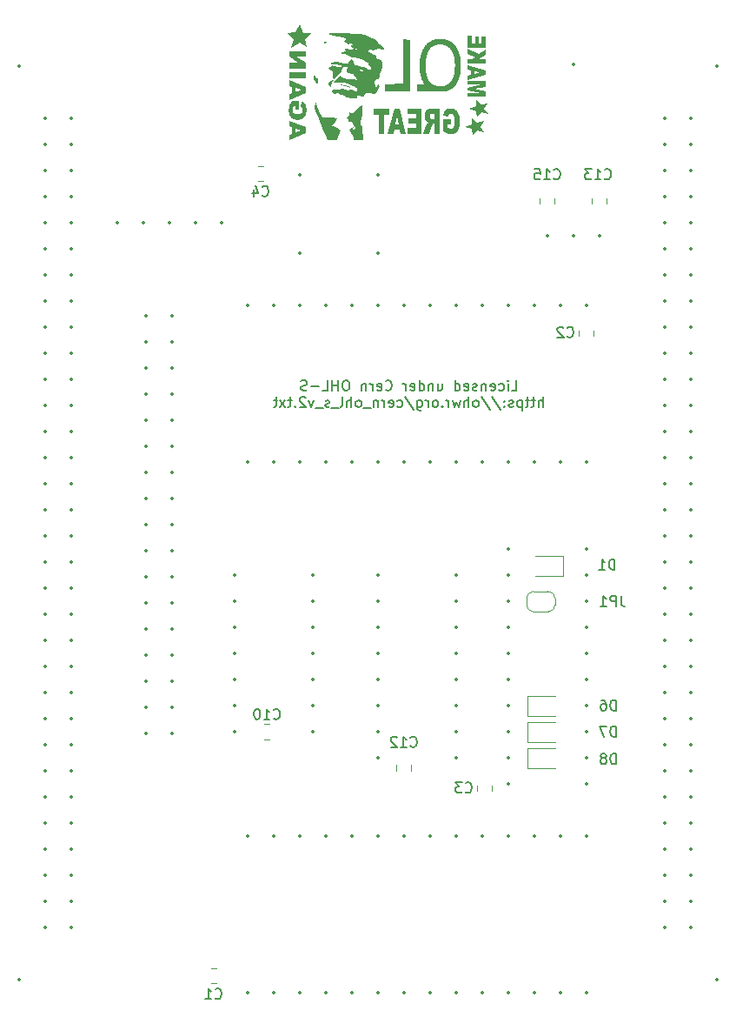
<source format=gbo>
%TF.GenerationSoftware,KiCad,Pcbnew,8.0.5+1*%
%TF.CreationDate,2024-11-07T11:00:00+01:00*%
%TF.ProjectId,QL_MiniTrump3,514c5f4d-696e-4695-9472-756d70332e6b,02*%
%TF.SameCoordinates,Original*%
%TF.FileFunction,Legend,Bot*%
%TF.FilePolarity,Positive*%
%FSLAX46Y46*%
G04 Gerber Fmt 4.6, Leading zero omitted, Abs format (unit mm)*
G04 Created by KiCad (PCBNEW 8.0.5+1) date 2024-11-07 11:00:00*
%MOMM*%
%LPD*%
G01*
G04 APERTURE LIST*
%ADD10C,0.000000*%
%ADD11C,0.150000*%
%ADD12C,0.120000*%
%ADD13C,0.350000*%
G04 APERTURE END LIST*
D10*
G36*
X175012252Y-47169454D02*
G01*
X175356298Y-47169454D01*
X175356298Y-46524709D01*
X175712249Y-46524709D01*
X175712249Y-47169454D01*
X175989627Y-47169454D01*
X175989627Y-46474386D01*
X176362245Y-46474386D01*
X176362245Y-47584646D01*
X174617015Y-47584646D01*
X174617015Y-46454275D01*
X175012252Y-46454275D01*
X175012252Y-47169454D01*
G37*
G36*
X175703916Y-48231222D02*
G01*
X176362245Y-47742849D01*
X176362245Y-48293416D01*
X175702724Y-48727834D01*
X176362245Y-48727834D01*
X176362245Y-49142110D01*
X174617017Y-49142110D01*
X174617017Y-48727834D01*
X175043205Y-48727834D01*
X175334869Y-48513814D01*
X174617017Y-48231222D01*
X174617017Y-47720907D01*
X175703916Y-48231222D01*
G37*
G36*
X176362245Y-49780477D02*
G01*
X176362245Y-50232229D01*
X174617017Y-50736135D01*
X174617017Y-50312734D01*
X174905111Y-50247793D01*
X174905111Y-50158132D01*
X174905111Y-49862722D01*
X175282489Y-49862722D01*
X175282489Y-50158132D01*
X175909866Y-50010885D01*
X175282489Y-49862722D01*
X174905111Y-49862722D01*
X174905111Y-49775869D01*
X174617017Y-49710042D01*
X174617017Y-49276571D01*
X176362245Y-49780477D01*
G37*
G36*
X176362245Y-51408254D02*
G01*
X175300346Y-51617696D01*
X176362245Y-51828054D01*
X176362245Y-52373128D01*
X174617017Y-52373098D01*
X174617017Y-52033803D01*
X175947961Y-52033803D01*
X174617017Y-51772237D01*
X174617017Y-51465871D01*
X175947961Y-51203390D01*
X174617017Y-51203390D01*
X174617017Y-50865041D01*
X176362245Y-50865041D01*
X176362245Y-51408254D01*
G37*
G36*
X175522592Y-54878286D02*
G01*
X176189331Y-54739400D01*
X175835901Y-55282827D01*
X176213373Y-55798513D01*
X175516304Y-55645071D01*
X175115419Y-56089467D01*
X175019119Y-55519857D01*
X174391544Y-55292867D01*
X175006816Y-55050771D01*
X175026357Y-54416311D01*
X175522592Y-54878286D01*
G37*
G36*
X175926977Y-53147085D02*
G01*
X176593715Y-53008199D01*
X176240285Y-53551656D01*
X176617755Y-54067281D01*
X175920688Y-53913900D01*
X175519794Y-54358205D01*
X175423494Y-53788595D01*
X174795919Y-53561635D01*
X175411192Y-53319601D01*
X175430742Y-52685110D01*
X175926977Y-53147085D01*
G37*
G36*
X158879600Y-48419668D02*
G01*
X157962486Y-48419668D01*
X158879600Y-49086355D01*
X158879600Y-49597249D01*
X157221794Y-49597249D01*
X157221794Y-49082754D01*
X158132103Y-49082754D01*
X157221794Y-48419668D01*
X157221794Y-47903982D01*
X158879600Y-47903982D01*
X158879600Y-48419668D01*
G37*
G36*
X158879600Y-50541707D02*
G01*
X157221794Y-50541707D01*
X157221794Y-49993398D01*
X158879600Y-49993398D01*
X158879600Y-50541707D01*
G37*
G36*
X158879600Y-51404043D02*
G01*
X158879600Y-52000661D01*
X157221794Y-52666128D01*
X157221794Y-52106954D01*
X157495445Y-52021200D01*
X157495445Y-51902852D01*
X157495445Y-51512746D01*
X157853904Y-51512746D01*
X157853904Y-51902852D01*
X158449852Y-51708394D01*
X157853904Y-51512746D01*
X157495445Y-51512746D01*
X157495445Y-51398000D01*
X157221794Y-51311025D01*
X157221794Y-50738576D01*
X158879600Y-51404043D01*
G37*
G36*
X158167167Y-53657705D02*
G01*
X157822258Y-53657705D01*
X157822136Y-53291769D01*
X157666099Y-53291769D01*
X157651677Y-53318262D01*
X157638348Y-53344000D01*
X157626112Y-53368983D01*
X157614971Y-53393213D01*
X157604924Y-53416688D01*
X157595971Y-53439410D01*
X157588114Y-53461379D01*
X157581352Y-53482595D01*
X157575525Y-53503556D01*
X157570475Y-53524783D01*
X157566200Y-53546275D01*
X157562702Y-53568033D01*
X157559980Y-53590055D01*
X157558036Y-53612341D01*
X157556869Y-53634891D01*
X157556480Y-53657705D01*
X157556931Y-53681527D01*
X157558282Y-53704690D01*
X157560536Y-53727192D01*
X157563690Y-53749034D01*
X157567745Y-53770216D01*
X157572702Y-53790738D01*
X157578560Y-53810600D01*
X157585319Y-53829801D01*
X157592980Y-53848342D01*
X157601541Y-53866223D01*
X157611004Y-53883444D01*
X157621368Y-53900005D01*
X157632633Y-53915905D01*
X157644800Y-53931146D01*
X157657868Y-53945726D01*
X157671836Y-53959646D01*
X157686851Y-53972661D01*
X157703069Y-53984837D01*
X157720488Y-53996173D01*
X157739110Y-54006669D01*
X157758933Y-54016326D01*
X157779958Y-54025143D01*
X157802186Y-54033120D01*
X157825615Y-54040258D01*
X157850245Y-54046556D01*
X157876077Y-54052014D01*
X157903111Y-54056632D01*
X157931346Y-54060411D01*
X157960782Y-54063350D01*
X157991419Y-54065449D01*
X158023257Y-54066709D01*
X158056297Y-54067129D01*
X158087428Y-54066713D01*
X158117490Y-54065468D01*
X158146482Y-54063392D01*
X158174406Y-54060486D01*
X158201260Y-54056749D01*
X158227044Y-54052183D01*
X158251759Y-54046786D01*
X158275405Y-54040559D01*
X158297982Y-54033502D01*
X158319490Y-54025615D01*
X158339928Y-54016899D01*
X158359296Y-54007352D01*
X158377596Y-53996975D01*
X158394826Y-53985769D01*
X158410987Y-53973732D01*
X158426078Y-53960866D01*
X158440319Y-53947143D01*
X158453641Y-53932854D01*
X158466045Y-53918000D01*
X158477531Y-53902580D01*
X158488097Y-53886595D01*
X158497745Y-53870044D01*
X158506475Y-53852927D01*
X158514286Y-53835245D01*
X158521178Y-53816996D01*
X158527151Y-53798181D01*
X158532205Y-53778799D01*
X158536341Y-53758851D01*
X158539557Y-53738336D01*
X158541855Y-53717255D01*
X158543234Y-53695606D01*
X158543693Y-53673391D01*
X158543499Y-53658466D01*
X158542916Y-53643881D01*
X158541945Y-53629635D01*
X158540586Y-53615729D01*
X158538838Y-53602163D01*
X158536702Y-53588936D01*
X158534178Y-53576049D01*
X158531265Y-53563501D01*
X158527964Y-53551292D01*
X158524274Y-53539423D01*
X158520196Y-53527893D01*
X158515730Y-53516703D01*
X158510875Y-53505851D01*
X158505632Y-53495339D01*
X158500000Y-53485166D01*
X158493980Y-53475332D01*
X158487588Y-53465698D01*
X158480851Y-53456423D01*
X158473769Y-53447507D01*
X158466343Y-53438950D01*
X158458572Y-53430752D01*
X158450457Y-53422912D01*
X158441997Y-53415430D01*
X158433193Y-53408308D01*
X158424044Y-53401543D01*
X158414551Y-53395137D01*
X158404714Y-53389089D01*
X158394532Y-53383398D01*
X158384007Y-53378066D01*
X158373137Y-53373092D01*
X158361922Y-53368476D01*
X158350364Y-53364217D01*
X158438591Y-52836446D01*
X158458443Y-52842672D01*
X158477852Y-52849275D01*
X158496820Y-52856256D01*
X158515347Y-52863615D01*
X158533431Y-52871351D01*
X158551073Y-52879465D01*
X158568274Y-52887956D01*
X158585033Y-52896825D01*
X158601350Y-52906072D01*
X158617226Y-52915697D01*
X158632660Y-52925699D01*
X158647653Y-52936079D01*
X158662204Y-52946836D01*
X158676313Y-52957971D01*
X158689982Y-52969484D01*
X158703209Y-52981374D01*
X158716141Y-52993497D01*
X158728640Y-53006016D01*
X158740706Y-53018932D01*
X158752338Y-53032244D01*
X158763537Y-53045952D01*
X158774302Y-53060057D01*
X158784634Y-53074558D01*
X158794532Y-53089456D01*
X158803997Y-53104751D01*
X158813029Y-53120442D01*
X158821627Y-53136530D01*
X158829792Y-53153014D01*
X158837523Y-53169896D01*
X158844821Y-53187174D01*
X158851685Y-53204849D01*
X158858116Y-53222921D01*
X158864141Y-53241617D01*
X158869777Y-53261475D01*
X158879883Y-53304671D01*
X158888433Y-53352511D01*
X158895427Y-53404993D01*
X158900867Y-53462116D01*
X158904752Y-53523882D01*
X158907083Y-53590289D01*
X158907859Y-53661336D01*
X158907545Y-53698891D01*
X158906604Y-53735474D01*
X158905034Y-53771086D01*
X158902836Y-53805726D01*
X158900011Y-53839396D01*
X158896559Y-53872094D01*
X158892479Y-53903820D01*
X158887771Y-53934576D01*
X158882436Y-53964359D01*
X158876475Y-53993172D01*
X158869886Y-54021013D01*
X158862670Y-54047883D01*
X158854827Y-54073782D01*
X158846357Y-54098710D01*
X158837260Y-54122666D01*
X158827537Y-54145650D01*
X158814151Y-54174050D01*
X158800004Y-54201582D01*
X158785098Y-54228246D01*
X158769431Y-54254043D01*
X158753005Y-54278971D01*
X158735819Y-54303032D01*
X158717874Y-54326225D01*
X158699169Y-54348550D01*
X158679705Y-54370007D01*
X158659482Y-54390597D01*
X158638499Y-54410318D01*
X158616758Y-54429171D01*
X158594259Y-54447155D01*
X158571000Y-54464272D01*
X158546984Y-54480520D01*
X158522209Y-54495901D01*
X158496908Y-54510380D01*
X158471051Y-54523924D01*
X158444637Y-54536535D01*
X158417667Y-54548212D01*
X158390140Y-54558954D01*
X158362057Y-54568762D01*
X158333418Y-54577636D01*
X158304222Y-54585576D01*
X158274469Y-54592582D01*
X158244160Y-54598654D01*
X158213295Y-54603792D01*
X158181873Y-54607995D01*
X158149895Y-54611265D01*
X158117360Y-54613600D01*
X158084268Y-54615001D01*
X158050621Y-54615468D01*
X158018624Y-54615044D01*
X157987086Y-54613769D01*
X157956007Y-54611645D01*
X157925388Y-54608672D01*
X157895228Y-54604849D01*
X157865527Y-54600177D01*
X157836285Y-54594655D01*
X157807502Y-54588285D01*
X157779179Y-54581066D01*
X157751315Y-54572997D01*
X157723910Y-54564080D01*
X157696964Y-54554314D01*
X157670477Y-54543700D01*
X157644450Y-54532236D01*
X157618882Y-54519925D01*
X157593772Y-54506765D01*
X157569283Y-54492682D01*
X157545560Y-54477910D01*
X157522606Y-54462449D01*
X157500419Y-54446300D01*
X157479000Y-54429462D01*
X157458349Y-54411935D01*
X157438467Y-54393719D01*
X157419353Y-54374814D01*
X157401008Y-54355221D01*
X157383431Y-54334939D01*
X157366623Y-54313968D01*
X157350584Y-54292308D01*
X157335314Y-54269960D01*
X157320814Y-54246922D01*
X157307082Y-54223196D01*
X157294120Y-54198781D01*
X157281931Y-54173420D01*
X157270528Y-54147153D01*
X157259912Y-54119979D01*
X157250083Y-54091900D01*
X157241040Y-54062914D01*
X157232784Y-54033023D01*
X157225315Y-54002225D01*
X157218631Y-53970521D01*
X157212735Y-53937912D01*
X157207624Y-53904397D01*
X157203300Y-53869976D01*
X157199762Y-53834649D01*
X157197011Y-53798417D01*
X157195046Y-53761279D01*
X157193866Y-53723235D01*
X157193473Y-53684286D01*
X157194340Y-53621363D01*
X157196941Y-53560632D01*
X157201274Y-53502091D01*
X157207340Y-53445741D01*
X157215138Y-53391581D01*
X157224669Y-53339611D01*
X157230083Y-53314447D01*
X157235931Y-53289830D01*
X157242211Y-53265761D01*
X157248924Y-53242238D01*
X157264605Y-53194574D01*
X157283359Y-53145171D01*
X157305186Y-53094029D01*
X157330085Y-53041151D01*
X157358058Y-52986535D01*
X157389103Y-52930184D01*
X157423220Y-52872097D01*
X157460411Y-52812276D01*
X158167167Y-52812276D01*
X158167167Y-53657705D01*
G37*
G36*
X158879600Y-55343740D02*
G01*
X158879600Y-55940359D01*
X157221794Y-56605825D01*
X157221794Y-56046651D01*
X157495445Y-55960897D01*
X157495445Y-55842519D01*
X157495445Y-55452444D01*
X157853904Y-55452444D01*
X157853904Y-55842519D01*
X158449852Y-55648092D01*
X157853904Y-55452444D01*
X157495445Y-55452444D01*
X157495445Y-55337697D01*
X157221794Y-55250722D01*
X157221794Y-54678274D01*
X158879600Y-55343740D01*
G37*
G36*
X166962150Y-54150594D02*
G01*
X166446220Y-54150594D01*
X166446220Y-55960836D01*
X165940391Y-55960836D01*
X165940391Y-54150594D01*
X165424491Y-54150594D01*
X165424491Y-53557027D01*
X166962120Y-53557027D01*
X166962150Y-54150594D01*
G37*
G36*
X168633781Y-55960836D02*
G01*
X168116752Y-55960836D01*
X168037468Y-55564016D01*
X167461265Y-55564016D01*
X167380882Y-55960836D01*
X166851585Y-55960836D01*
X167086203Y-55044240D01*
X167567344Y-55044240D01*
X167928001Y-55044240D01*
X167748252Y-54180105D01*
X167567344Y-55044240D01*
X167086203Y-55044240D01*
X167466880Y-53557027D01*
X168018486Y-53557027D01*
X168633781Y-55960836D01*
G37*
G36*
X170121147Y-55960836D02*
G01*
X168740928Y-55960836D01*
X168740928Y-55416433D01*
X169614189Y-55416433D01*
X169614189Y-54942586D01*
X168826927Y-54942586D01*
X168826927Y-54452321D01*
X169614189Y-54452321D01*
X169614189Y-54070272D01*
X168765495Y-54070272D01*
X168765495Y-53557027D01*
X170121147Y-53557027D01*
X170121147Y-55960836D01*
G37*
G36*
X171892204Y-55960836D02*
G01*
X171384056Y-55960805D01*
X171384056Y-54985189D01*
X171339347Y-54985189D01*
X171330752Y-54985407D01*
X171322270Y-54986060D01*
X171313901Y-54987149D01*
X171305645Y-54988674D01*
X171297502Y-54990634D01*
X171289473Y-54993030D01*
X171281557Y-54995861D01*
X171273754Y-54999128D01*
X171266064Y-55002830D01*
X171258488Y-55006968D01*
X171251025Y-55011542D01*
X171243676Y-55016551D01*
X171236441Y-55021996D01*
X171229319Y-55027877D01*
X171222310Y-55034193D01*
X171215416Y-55040945D01*
X171210348Y-55046663D01*
X171205192Y-55053162D01*
X171199948Y-55060444D01*
X171194617Y-55068507D01*
X171189198Y-55077352D01*
X171183691Y-55086978D01*
X171172416Y-55108575D01*
X171160792Y-55133298D01*
X171148820Y-55161146D01*
X171136499Y-55192119D01*
X171123832Y-55226217D01*
X170853599Y-55960805D01*
X170281883Y-55960805D01*
X170526420Y-55263936D01*
X170531441Y-55250129D01*
X170537579Y-55234938D01*
X170544834Y-55218362D01*
X170553207Y-55200403D01*
X170562699Y-55181060D01*
X170573310Y-55160335D01*
X170585041Y-55138226D01*
X170597892Y-55114736D01*
X170610615Y-55091596D01*
X170622576Y-55070560D01*
X170633773Y-55051628D01*
X170644207Y-55034799D01*
X170649136Y-55027172D01*
X170653875Y-55020071D01*
X170658421Y-55013495D01*
X170662776Y-55007443D01*
X170666939Y-55001917D01*
X170670910Y-54996915D01*
X170674689Y-54992438D01*
X170678276Y-54988485D01*
X170683629Y-54982951D01*
X170689366Y-54977417D01*
X170695488Y-54971882D01*
X170701994Y-54966347D01*
X170708883Y-54960812D01*
X170716157Y-54955276D01*
X170723815Y-54949740D01*
X170731857Y-54944204D01*
X170749093Y-54933132D01*
X170767866Y-54922060D01*
X170788175Y-54910991D01*
X170810020Y-54899923D01*
X170796119Y-54895136D01*
X170782592Y-54890195D01*
X170769438Y-54885100D01*
X170756658Y-54879850D01*
X170744252Y-54874446D01*
X170732219Y-54868888D01*
X170720561Y-54863176D01*
X170709278Y-54857309D01*
X170698368Y-54851288D01*
X170687834Y-54845113D01*
X170677674Y-54838784D01*
X170667889Y-54832301D01*
X170658479Y-54825664D01*
X170649444Y-54818873D01*
X170640784Y-54811929D01*
X170632499Y-54804830D01*
X170619956Y-54793346D01*
X170607754Y-54781440D01*
X170595894Y-54769111D01*
X170584376Y-54756359D01*
X170573200Y-54743184D01*
X170562365Y-54729587D01*
X170551872Y-54715566D01*
X170541721Y-54701124D01*
X170531911Y-54686258D01*
X170522443Y-54670970D01*
X170513316Y-54655259D01*
X170504530Y-54639125D01*
X170496086Y-54622569D01*
X170487983Y-54605590D01*
X170480221Y-54588188D01*
X170472801Y-54570363D01*
X170465777Y-54551910D01*
X170459207Y-54533034D01*
X170453089Y-54513736D01*
X170447424Y-54494014D01*
X170442212Y-54473870D01*
X170437453Y-54453303D01*
X170433147Y-54432314D01*
X170429294Y-54410902D01*
X170425894Y-54389067D01*
X170422948Y-54366809D01*
X170418414Y-54321025D01*
X170416259Y-54283407D01*
X170922905Y-54283407D01*
X170923031Y-54293178D01*
X170923411Y-54302807D01*
X170924044Y-54312295D01*
X170924929Y-54321642D01*
X170926068Y-54330847D01*
X170927459Y-54339911D01*
X170929103Y-54348833D01*
X170930999Y-54357614D01*
X170933148Y-54366254D01*
X170935550Y-54374752D01*
X170938203Y-54383110D01*
X170941109Y-54391326D01*
X170944267Y-54399401D01*
X170947677Y-54407335D01*
X170951339Y-54415128D01*
X170955253Y-54422780D01*
X170959230Y-54430178D01*
X170963357Y-54437217D01*
X170967633Y-54443899D01*
X170972059Y-54450223D01*
X170976634Y-54456190D01*
X170981359Y-54461799D01*
X170986233Y-54467051D01*
X170991256Y-54471944D01*
X170996429Y-54476480D01*
X171001752Y-54480659D01*
X171007224Y-54484480D01*
X171012846Y-54487943D01*
X171018617Y-54491049D01*
X171024537Y-54493797D01*
X171030607Y-54496187D01*
X171036827Y-54498220D01*
X171060670Y-54505903D01*
X171082488Y-54512564D01*
X171102280Y-54518202D01*
X171120044Y-54522817D01*
X171128167Y-54524740D01*
X171135782Y-54526408D01*
X171142891Y-54527818D01*
X171149492Y-54528973D01*
X171155587Y-54529871D01*
X171161175Y-54530513D01*
X171166256Y-54530898D01*
X171170829Y-54531026D01*
X171384117Y-54531026D01*
X171384025Y-54042379D01*
X171161827Y-54042379D01*
X171144868Y-54042622D01*
X171128597Y-54043353D01*
X171113016Y-54044571D01*
X171098123Y-54046275D01*
X171083918Y-54048467D01*
X171070403Y-54051145D01*
X171057575Y-54054310D01*
X171045436Y-54057962D01*
X171033986Y-54062101D01*
X171023224Y-54066726D01*
X171013151Y-54071838D01*
X171003765Y-54077436D01*
X170999331Y-54080418D01*
X170995068Y-54083522D01*
X170990978Y-54086747D01*
X170987059Y-54090093D01*
X170983313Y-54093561D01*
X170979739Y-54097151D01*
X170976336Y-54100863D01*
X170973106Y-54104696D01*
X170967025Y-54112695D01*
X170961337Y-54121117D01*
X170956042Y-54129961D01*
X170951139Y-54139228D01*
X170946628Y-54148918D01*
X170942510Y-54159031D01*
X170938784Y-54169566D01*
X170935451Y-54180524D01*
X170932510Y-54191905D01*
X170929961Y-54203709D01*
X170927805Y-54215935D01*
X170926041Y-54228584D01*
X170924669Y-54241655D01*
X170923689Y-54255150D01*
X170923101Y-54269067D01*
X170922905Y-54283407D01*
X170416259Y-54283407D01*
X170415694Y-54273551D01*
X170414787Y-54224386D01*
X170415083Y-54195965D01*
X170415973Y-54168096D01*
X170417456Y-54140779D01*
X170419532Y-54114012D01*
X170422202Y-54087797D01*
X170425465Y-54062132D01*
X170429322Y-54037019D01*
X170433773Y-54012456D01*
X170438818Y-53988445D01*
X170444457Y-53964983D01*
X170450690Y-53942073D01*
X170457518Y-53919713D01*
X170464940Y-53897903D01*
X170472957Y-53876643D01*
X170481569Y-53855934D01*
X170490776Y-53835775D01*
X170500456Y-53816087D01*
X170510512Y-53797194D01*
X170520944Y-53779094D01*
X170531750Y-53761789D01*
X170542932Y-53745277D01*
X170554489Y-53729559D01*
X170566421Y-53714636D01*
X170578727Y-53700506D01*
X170591409Y-53687170D01*
X170604465Y-53674628D01*
X170617896Y-53662880D01*
X170631701Y-53651926D01*
X170645881Y-53641765D01*
X170660435Y-53632399D01*
X170675363Y-53623827D01*
X170690666Y-53616048D01*
X170706588Y-53608903D01*
X170723374Y-53602218D01*
X170741025Y-53595994D01*
X170759541Y-53590231D01*
X170778921Y-53584928D01*
X170799165Y-53580087D01*
X170820274Y-53575706D01*
X170842247Y-53571786D01*
X170865083Y-53568328D01*
X170888784Y-53565330D01*
X170938777Y-53560718D01*
X170992224Y-53557950D01*
X171049125Y-53557027D01*
X171892204Y-53557027D01*
X171892204Y-55960836D01*
G37*
G36*
X173019000Y-53516497D02*
G01*
X173052826Y-53517862D01*
X173085753Y-53520136D01*
X173117782Y-53523320D01*
X173148913Y-53527414D01*
X173179145Y-53532417D01*
X173208479Y-53538330D01*
X173236915Y-53545152D01*
X173264453Y-53552884D01*
X173291092Y-53561525D01*
X173316832Y-53571075D01*
X173341674Y-53581535D01*
X173365618Y-53592904D01*
X173388664Y-53605183D01*
X173410811Y-53618370D01*
X173432060Y-53632467D01*
X173458318Y-53651872D01*
X173483774Y-53672379D01*
X173508428Y-53693989D01*
X173532280Y-53716701D01*
X173555330Y-53740514D01*
X173577577Y-53765430D01*
X173599021Y-53791447D01*
X173619663Y-53818567D01*
X173639502Y-53846788D01*
X173658538Y-53876111D01*
X173676770Y-53906536D01*
X173694200Y-53938063D01*
X173710826Y-53970691D01*
X173726648Y-54004421D01*
X173741667Y-54039252D01*
X173755882Y-54075185D01*
X173769269Y-54111866D01*
X173781793Y-54149354D01*
X173793453Y-54187649D01*
X173804250Y-54226751D01*
X173814183Y-54266660D01*
X173823253Y-54307376D01*
X173831459Y-54348899D01*
X173838802Y-54391229D01*
X173850896Y-54478311D01*
X173859535Y-54568622D01*
X173864719Y-54662162D01*
X173866447Y-54758932D01*
X173864878Y-54851062D01*
X173860169Y-54940527D01*
X173856637Y-54984260D01*
X173852320Y-55027327D01*
X173847218Y-55069728D01*
X173841331Y-55111463D01*
X173834658Y-55152532D01*
X173827200Y-55192935D01*
X173818957Y-55232672D01*
X173809928Y-55271744D01*
X173800113Y-55310150D01*
X173789512Y-55347891D01*
X173778125Y-55384967D01*
X173765953Y-55421377D01*
X173752937Y-55456891D01*
X173739284Y-55491291D01*
X173724993Y-55524577D01*
X173710065Y-55556749D01*
X173694500Y-55587806D01*
X173678298Y-55617749D01*
X173661458Y-55646577D01*
X173643982Y-55674291D01*
X173625867Y-55700891D01*
X173607116Y-55726376D01*
X173587727Y-55750747D01*
X173567701Y-55774003D01*
X173547038Y-55796146D01*
X173525737Y-55817173D01*
X173503799Y-55837087D01*
X173481224Y-55855886D01*
X173457774Y-55873558D01*
X173433486Y-55890089D01*
X173408361Y-55905481D01*
X173382398Y-55919733D01*
X173355598Y-55932844D01*
X173327960Y-55944815D01*
X173299485Y-55955646D01*
X173270172Y-55965337D01*
X173240021Y-55973888D01*
X173209033Y-55981299D01*
X173177207Y-55987570D01*
X173144544Y-55992700D01*
X173111043Y-55996690D01*
X173076705Y-55999541D01*
X173041529Y-56001251D01*
X173005516Y-56001821D01*
X172976174Y-56001507D01*
X172947340Y-56000565D01*
X172919011Y-55998995D01*
X172891189Y-55996798D01*
X172863874Y-55993972D01*
X172837064Y-55990519D01*
X172810762Y-55986438D01*
X172784965Y-55981729D01*
X172759675Y-55976393D01*
X172734892Y-55970429D01*
X172710614Y-55963837D01*
X172686843Y-55956618D01*
X172663579Y-55948772D01*
X172640821Y-55940298D01*
X172618569Y-55931197D01*
X172596824Y-55921468D01*
X172574983Y-55910663D01*
X172552742Y-55898743D01*
X172530099Y-55885709D01*
X172507056Y-55871561D01*
X172483613Y-55856298D01*
X172459768Y-55839920D01*
X172435523Y-55822429D01*
X172410877Y-55803823D01*
X172385830Y-55784103D01*
X172360382Y-55763268D01*
X172334533Y-55741319D01*
X172308283Y-55718255D01*
X172254580Y-55668786D01*
X172199272Y-55614858D01*
X172199272Y-54590047D01*
X172980949Y-54590047D01*
X172980949Y-55090139D01*
X172642509Y-55090139D01*
X172642509Y-55316427D01*
X172667015Y-55337354D01*
X172690821Y-55356693D01*
X172713926Y-55374446D01*
X172736332Y-55390611D01*
X172747272Y-55398099D01*
X172758037Y-55405190D01*
X172768628Y-55411885D01*
X172779044Y-55418183D01*
X172789286Y-55424085D01*
X172799352Y-55429591D01*
X172809244Y-55434700D01*
X172818962Y-55439413D01*
X172828617Y-55443781D01*
X172838335Y-55447867D01*
X172848115Y-55451671D01*
X172857957Y-55455194D01*
X172867861Y-55458435D01*
X172877827Y-55461394D01*
X172887855Y-55464071D01*
X172897945Y-55466466D01*
X172908097Y-55468580D01*
X172918310Y-55470412D01*
X172928586Y-55471962D01*
X172938923Y-55473230D01*
X172949322Y-55474216D01*
X172959782Y-55474921D01*
X172970304Y-55475343D01*
X172980888Y-55475484D01*
X173002910Y-55474831D01*
X173013693Y-55474014D01*
X173024323Y-55472871D01*
X173034800Y-55471401D01*
X173045125Y-55469604D01*
X173055297Y-55467480D01*
X173065317Y-55465030D01*
X173075184Y-55462253D01*
X173084899Y-55459150D01*
X173094461Y-55455719D01*
X173103870Y-55451962D01*
X173113128Y-55447879D01*
X173122232Y-55443468D01*
X173131184Y-55438731D01*
X173139984Y-55433668D01*
X173148631Y-55428277D01*
X173157125Y-55422560D01*
X173165467Y-55416516D01*
X173173657Y-55410146D01*
X173181693Y-55403449D01*
X173189578Y-55396425D01*
X173197310Y-55389074D01*
X173204889Y-55381397D01*
X173219590Y-55365062D01*
X173233681Y-55347421D01*
X173247162Y-55328472D01*
X173260032Y-55308217D01*
X173272072Y-55286443D01*
X173283334Y-55262926D01*
X173293819Y-55237666D01*
X173303526Y-55210663D01*
X173312457Y-55181918D01*
X173320610Y-55151429D01*
X173327987Y-55119199D01*
X173334587Y-55085226D01*
X173340410Y-55049510D01*
X173345456Y-55012052D01*
X173349725Y-54972852D01*
X173353219Y-54931910D01*
X173357876Y-54844800D01*
X173359428Y-54750722D01*
X173359045Y-54705589D01*
X173357894Y-54662005D01*
X173355977Y-54619970D01*
X173353293Y-54579485D01*
X173349841Y-54540550D01*
X173345622Y-54503164D01*
X173340635Y-54467328D01*
X173334880Y-54433042D01*
X173328358Y-54400306D01*
X173321068Y-54369120D01*
X173313010Y-54339484D01*
X173304183Y-54311398D01*
X173294588Y-54284863D01*
X173284225Y-54259878D01*
X173273093Y-54236443D01*
X173261192Y-54214559D01*
X173248513Y-54193910D01*
X173235310Y-54174593D01*
X173221582Y-54156609D01*
X173207331Y-54139955D01*
X173192555Y-54124634D01*
X173177255Y-54110645D01*
X173161432Y-54097989D01*
X173145084Y-54086664D01*
X173128212Y-54076671D01*
X173110817Y-54068011D01*
X173092898Y-54060682D01*
X173074454Y-54054687D01*
X173055488Y-54050023D01*
X173035997Y-54046692D01*
X173015983Y-54044693D01*
X172995445Y-54044027D01*
X172981640Y-54044309D01*
X172968151Y-54045154D01*
X172954975Y-54046563D01*
X172942115Y-54048536D01*
X172929569Y-54051072D01*
X172917337Y-54054172D01*
X172905420Y-54057836D01*
X172893818Y-54062063D01*
X172882529Y-54066853D01*
X172871555Y-54072208D01*
X172860895Y-54078126D01*
X172850550Y-54084608D01*
X172840518Y-54091653D01*
X172830801Y-54099262D01*
X172821398Y-54107434D01*
X172812309Y-54116170D01*
X172803405Y-54125438D01*
X172794832Y-54135206D01*
X172786591Y-54145474D01*
X172778680Y-54156241D01*
X172771100Y-54167509D01*
X172763852Y-54179276D01*
X172756934Y-54191543D01*
X172750347Y-54204309D01*
X172744091Y-54217575D01*
X172738165Y-54231341D01*
X172732570Y-54245606D01*
X172727306Y-54260370D01*
X172722373Y-54275634D01*
X172717770Y-54291398D01*
X172713498Y-54307660D01*
X172709556Y-54324422D01*
X172221580Y-54196523D01*
X172227345Y-54167741D01*
X172233458Y-54139599D01*
X172239919Y-54112097D01*
X172246728Y-54085235D01*
X172253885Y-54059013D01*
X172261391Y-54033432D01*
X172269245Y-54008491D01*
X172277446Y-53984189D01*
X172285996Y-53960528D01*
X172294894Y-53937508D01*
X172304139Y-53915127D01*
X172313732Y-53893386D01*
X172323673Y-53872286D01*
X172333962Y-53851826D01*
X172344599Y-53832006D01*
X172355583Y-53812826D01*
X172366792Y-53794079D01*
X172378368Y-53775961D01*
X172390310Y-53758471D01*
X172402618Y-53741608D01*
X172415293Y-53725373D01*
X172428335Y-53709766D01*
X172441742Y-53694785D01*
X172455516Y-53680433D01*
X172469657Y-53666707D01*
X172484165Y-53653609D01*
X172499039Y-53641138D01*
X172514279Y-53629294D01*
X172529887Y-53618077D01*
X172545861Y-53607486D01*
X172562202Y-53597523D01*
X172578910Y-53588186D01*
X172596201Y-53579450D01*
X172614563Y-53571277D01*
X172633998Y-53563668D01*
X172654505Y-53556623D01*
X172676085Y-53550141D01*
X172698738Y-53544223D01*
X172722463Y-53538869D01*
X172747261Y-53534078D01*
X172773131Y-53529851D01*
X172800075Y-53526187D01*
X172828092Y-53523087D01*
X172857182Y-53520551D01*
X172918582Y-53517169D01*
X172984275Y-53516042D01*
X173019000Y-53516497D01*
G37*
G36*
X168978402Y-46804128D02*
G01*
X168978402Y-51880514D01*
X166527659Y-51880514D01*
X166527659Y-51126699D01*
X168352704Y-51116689D01*
X168352704Y-46794118D01*
X168978402Y-46804128D01*
G37*
G36*
X172027341Y-46727141D02*
G01*
X172109965Y-46730922D01*
X172190783Y-46737224D01*
X172269793Y-46746047D01*
X172346995Y-46757390D01*
X172422389Y-46771254D01*
X172495975Y-46787640D01*
X172567751Y-46806547D01*
X172637718Y-46827975D01*
X172705875Y-46851924D01*
X172772222Y-46878395D01*
X172836758Y-46907387D01*
X172899484Y-46938901D01*
X172960398Y-46972937D01*
X173019501Y-47009494D01*
X173076791Y-47048574D01*
X173131535Y-47089901D01*
X173184516Y-47133200D01*
X173235736Y-47178472D01*
X173285193Y-47225718D01*
X173332890Y-47274935D01*
X173378824Y-47326126D01*
X173422998Y-47379290D01*
X173465410Y-47434427D01*
X173506062Y-47491537D01*
X173544952Y-47550619D01*
X173582082Y-47611675D01*
X173617451Y-47674705D01*
X173651060Y-47739707D01*
X173682908Y-47806682D01*
X173712997Y-47875631D01*
X173741325Y-47946554D01*
X173767899Y-48019230D01*
X173792758Y-48093440D01*
X173815902Y-48169185D01*
X173837332Y-48246464D01*
X173857048Y-48325277D01*
X173875048Y-48405625D01*
X173891335Y-48487507D01*
X173905907Y-48570924D01*
X173929907Y-48742362D01*
X173947050Y-48919938D01*
X173957335Y-49103653D01*
X173960764Y-49293508D01*
X173959906Y-49390084D01*
X173957335Y-49485124D01*
X173953050Y-49578628D01*
X173947050Y-49670598D01*
X173939337Y-49761031D01*
X173929908Y-49849930D01*
X173918766Y-49937294D01*
X173905909Y-50023122D01*
X173891337Y-50107416D01*
X173875051Y-50190175D01*
X173857050Y-50271399D01*
X173837335Y-50351088D01*
X173815905Y-50429243D01*
X173792760Y-50505863D01*
X173767900Y-50580949D01*
X173741325Y-50654500D01*
X173712997Y-50726276D01*
X173682909Y-50796024D01*
X173651061Y-50863743D01*
X173617452Y-50929433D01*
X173582083Y-50993095D01*
X173544953Y-51054729D01*
X173506062Y-51114334D01*
X173465411Y-51171911D01*
X173422999Y-51227459D01*
X173378825Y-51280979D01*
X173332890Y-51332470D01*
X173285194Y-51381933D01*
X173235736Y-51429367D01*
X173184516Y-51474773D01*
X173131535Y-51518150D01*
X173076791Y-51559499D01*
X173019522Y-51598574D01*
X172960489Y-51635129D01*
X172899693Y-51669163D01*
X172837135Y-51700678D01*
X172772813Y-51729672D01*
X172706729Y-51756145D01*
X172638881Y-51780098D01*
X172569272Y-51801530D01*
X172497899Y-51820441D01*
X172424764Y-51836832D01*
X172349867Y-51850701D01*
X172273207Y-51862048D01*
X172194786Y-51870874D01*
X172114602Y-51877179D01*
X172032656Y-51880962D01*
X171948948Y-51882223D01*
X171930876Y-51882129D01*
X171921801Y-51881906D01*
X171912693Y-51881471D01*
X171903544Y-51880755D01*
X171894351Y-51879686D01*
X171889736Y-51878998D01*
X171885107Y-51878195D01*
X171880465Y-51877269D01*
X171875807Y-51876211D01*
X171796887Y-51876211D01*
X169678802Y-51882223D01*
X169675102Y-51144521D01*
X170370308Y-51132436D01*
X170335148Y-51038484D01*
X170301069Y-50951818D01*
X170282785Y-50907539D01*
X170264767Y-50866048D01*
X170225637Y-50784304D01*
X170189032Y-50700422D01*
X170154950Y-50614402D01*
X170123393Y-50526245D01*
X170094359Y-50435949D01*
X170067851Y-50343515D01*
X170043866Y-50248944D01*
X170022406Y-50152235D01*
X170003471Y-50053387D01*
X169987060Y-49952402D01*
X169973173Y-49849279D01*
X169961812Y-49744018D01*
X169952975Y-49636619D01*
X169946663Y-49527082D01*
X169942875Y-49415408D01*
X169941613Y-49301595D01*
X170520788Y-49301595D01*
X170522121Y-49418422D01*
X170526120Y-49532125D01*
X170532787Y-49642703D01*
X170542120Y-49750158D01*
X170554119Y-49854488D01*
X170568786Y-49955694D01*
X170586121Y-50053775D01*
X170606122Y-50148733D01*
X170628792Y-50240566D01*
X170654129Y-50329275D01*
X170682134Y-50414859D01*
X170712807Y-50497320D01*
X170746149Y-50576656D01*
X170782159Y-50652868D01*
X170820838Y-50725955D01*
X170862186Y-50795919D01*
X170906425Y-50861339D01*
X170953807Y-50922538D01*
X171004334Y-50979515D01*
X171058005Y-51032270D01*
X171114820Y-51080804D01*
X171174779Y-51125116D01*
X171237882Y-51165207D01*
X171304130Y-51201078D01*
X171373521Y-51232728D01*
X171446057Y-51260157D01*
X171521737Y-51283366D01*
X171600561Y-51302354D01*
X171682529Y-51317123D01*
X171767642Y-51327672D01*
X171855898Y-51334001D01*
X171947300Y-51336111D01*
X172037985Y-51334000D01*
X172125621Y-51327669D01*
X172210209Y-51317118D01*
X172291749Y-51302346D01*
X172331375Y-51293377D01*
X172370240Y-51283353D01*
X172408342Y-51272275D01*
X172445682Y-51260141D01*
X172482261Y-51246952D01*
X172518077Y-51232708D01*
X172553131Y-51217409D01*
X172587422Y-51201055D01*
X172620952Y-51183646D01*
X172653720Y-51165182D01*
X172685725Y-51145663D01*
X172716969Y-51125089D01*
X172747450Y-51103460D01*
X172777170Y-51080777D01*
X172806127Y-51057038D01*
X172834322Y-51032244D01*
X172861755Y-51006396D01*
X172888426Y-50979492D01*
X172914335Y-50951534D01*
X172939482Y-50922520D01*
X172963867Y-50892452D01*
X172987490Y-50861329D01*
X173010351Y-50829152D01*
X173032449Y-50795919D01*
X173074530Y-50725950D01*
X173113897Y-50652859D01*
X173150550Y-50576644D01*
X173184489Y-50497307D01*
X173215714Y-50414846D01*
X173244224Y-50329261D01*
X173270021Y-50240553D01*
X173293102Y-50148721D01*
X173313469Y-50053765D01*
X173331121Y-49955686D01*
X173346057Y-49854482D01*
X173358278Y-49750154D01*
X173367784Y-49642701D01*
X173374574Y-49532124D01*
X173378648Y-49418422D01*
X173380006Y-49301595D01*
X173378648Y-49184824D01*
X173374574Y-49071287D01*
X173367784Y-48960985D01*
X173358278Y-48853918D01*
X173346057Y-48750085D01*
X173331121Y-48649486D01*
X173313469Y-48552121D01*
X173293102Y-48457990D01*
X173270021Y-48367093D01*
X173244224Y-48279429D01*
X173215714Y-48194999D01*
X173184489Y-48113801D01*
X173150550Y-48035837D01*
X173113897Y-47961106D01*
X173074530Y-47889607D01*
X173032449Y-47821340D01*
X172986763Y-47755920D01*
X172938072Y-47694721D01*
X172886379Y-47637744D01*
X172831682Y-47584989D01*
X172773983Y-47536455D01*
X172713282Y-47492143D01*
X172649579Y-47452052D01*
X172582875Y-47416181D01*
X172513170Y-47384531D01*
X172440465Y-47357102D01*
X172364759Y-47333893D01*
X172286053Y-47314905D01*
X172204349Y-47300136D01*
X172119645Y-47289587D01*
X172031943Y-47283258D01*
X171941243Y-47281148D01*
X171850572Y-47283258D01*
X171762998Y-47289588D01*
X171678523Y-47300139D01*
X171637447Y-47306996D01*
X171597145Y-47314909D01*
X171557618Y-47323877D01*
X171518865Y-47333899D01*
X171480886Y-47344977D01*
X171443682Y-47357110D01*
X171407252Y-47370298D01*
X171371596Y-47384541D01*
X171336715Y-47399839D01*
X171302608Y-47416192D01*
X171269275Y-47433601D01*
X171236717Y-47452064D01*
X171204932Y-47471583D01*
X171173922Y-47492156D01*
X171143686Y-47513785D01*
X171114225Y-47536469D01*
X171085537Y-47560208D01*
X171057624Y-47585002D01*
X171030485Y-47610851D01*
X171004120Y-47637756D01*
X170978529Y-47665715D01*
X170953712Y-47694730D01*
X170929670Y-47724800D01*
X170906401Y-47755925D01*
X170883906Y-47788105D01*
X170862186Y-47821340D01*
X170820838Y-47889607D01*
X170782159Y-47961107D01*
X170746149Y-48035840D01*
X170712807Y-48113806D01*
X170682134Y-48195005D01*
X170654129Y-48279437D01*
X170628792Y-48367103D01*
X170606122Y-48458002D01*
X170586121Y-48552134D01*
X170568786Y-48649499D01*
X170554119Y-48750098D01*
X170542120Y-48853930D01*
X170532787Y-48960996D01*
X170526120Y-49071296D01*
X170522121Y-49184829D01*
X170520788Y-49301595D01*
X169941613Y-49301595D01*
X169943270Y-49300558D01*
X169944175Y-49204009D01*
X169946891Y-49109051D01*
X169951417Y-49015682D01*
X169957752Y-48923903D01*
X169965898Y-48833715D01*
X169975854Y-48745116D01*
X169987620Y-48658106D01*
X170001196Y-48572687D01*
X170016581Y-48488857D01*
X170033776Y-48406616D01*
X170052780Y-48325966D01*
X170073594Y-48246904D01*
X170096218Y-48169433D01*
X170120650Y-48093550D01*
X170146892Y-48019257D01*
X170174944Y-47946554D01*
X170203995Y-47874811D01*
X170234761Y-47805150D01*
X170267243Y-47737573D01*
X170301439Y-47672078D01*
X170337350Y-47608666D01*
X170374976Y-47547336D01*
X170414317Y-47488089D01*
X170455373Y-47430925D01*
X170498143Y-47375843D01*
X170542629Y-47322843D01*
X170588829Y-47271926D01*
X170636744Y-47223091D01*
X170686374Y-47176338D01*
X170737719Y-47131668D01*
X170790778Y-47089080D01*
X170845552Y-47048574D01*
X170901979Y-47009520D01*
X170960027Y-46972981D01*
X171019697Y-46938958D01*
X171080988Y-46907452D01*
X171143900Y-46878462D01*
X171208434Y-46851991D01*
X171274588Y-46828038D01*
X171342364Y-46806604D01*
X171411760Y-46787689D01*
X171482777Y-46771295D01*
X171555415Y-46757421D01*
X171629673Y-46746068D01*
X171705552Y-46737237D01*
X171783051Y-46730929D01*
X171862170Y-46727143D01*
X171942909Y-46725881D01*
X172027341Y-46727141D01*
G37*
G36*
X158564010Y-46127370D02*
G01*
X159395798Y-46181722D01*
X158782247Y-46722616D01*
X158974893Y-47527639D01*
X158227251Y-47101034D01*
X157449629Y-47576742D01*
X157637104Y-46719717D01*
X156970973Y-46127920D01*
X157882383Y-46115133D01*
X158231347Y-45310262D01*
X158564010Y-46127370D01*
G37*
G36*
X160845136Y-46994476D02*
G01*
X160850434Y-46995307D01*
X160855793Y-46996656D01*
X160861191Y-46998490D01*
X160866604Y-47000780D01*
X160872010Y-47003495D01*
X160877386Y-47006604D01*
X160882709Y-47010076D01*
X160887956Y-47013881D01*
X160893105Y-47017988D01*
X160898132Y-47022366D01*
X160903015Y-47026985D01*
X160907731Y-47031813D01*
X160912257Y-47036821D01*
X160916570Y-47041977D01*
X160920647Y-47047250D01*
X160924466Y-47052611D01*
X160928003Y-47058028D01*
X160931236Y-47063470D01*
X160934142Y-47068908D01*
X160936698Y-47074309D01*
X160938881Y-47079644D01*
X160940669Y-47084882D01*
X160942038Y-47089992D01*
X160942966Y-47094943D01*
X160943429Y-47099704D01*
X160943406Y-47104246D01*
X160942873Y-47108537D01*
X160941806Y-47112547D01*
X160940185Y-47116244D01*
X160937985Y-47119598D01*
X160935183Y-47122579D01*
X160932612Y-47124170D01*
X160929245Y-47125786D01*
X160925135Y-47127409D01*
X160920338Y-47129021D01*
X160914907Y-47130606D01*
X160908898Y-47132146D01*
X160895361Y-47135023D01*
X160880162Y-47137513D01*
X160863737Y-47139479D01*
X160855201Y-47140222D01*
X160846522Y-47140783D01*
X160837754Y-47141143D01*
X160828952Y-47141286D01*
X160820012Y-47141498D01*
X160810833Y-47141975D01*
X160801485Y-47142705D01*
X160792036Y-47143673D01*
X160782553Y-47144868D01*
X160773106Y-47146274D01*
X160763762Y-47147880D01*
X160754590Y-47149671D01*
X160745658Y-47151635D01*
X160737036Y-47153757D01*
X160728790Y-47156026D01*
X160720989Y-47158427D01*
X160713702Y-47160947D01*
X160706997Y-47163572D01*
X160700943Y-47166291D01*
X160695607Y-47169088D01*
X160695606Y-47168935D01*
X160690260Y-47171843D01*
X160685003Y-47174450D01*
X160679840Y-47176760D01*
X160674776Y-47178775D01*
X160669818Y-47180497D01*
X160664969Y-47181929D01*
X160660235Y-47183074D01*
X160655622Y-47183933D01*
X160651135Y-47184509D01*
X160646780Y-47184805D01*
X160642560Y-47184824D01*
X160638483Y-47184567D01*
X160634553Y-47184038D01*
X160630775Y-47183238D01*
X160627155Y-47182170D01*
X160623698Y-47180837D01*
X160620410Y-47179241D01*
X160617295Y-47177385D01*
X160614360Y-47175271D01*
X160611608Y-47172901D01*
X160609046Y-47170279D01*
X160606679Y-47167406D01*
X160604513Y-47164285D01*
X160602552Y-47160919D01*
X160600801Y-47157309D01*
X160599267Y-47153459D01*
X160597954Y-47149371D01*
X160596869Y-47145048D01*
X160596015Y-47140491D01*
X160595398Y-47135704D01*
X160595025Y-47130689D01*
X160594899Y-47125448D01*
X160595366Y-47121159D01*
X160596739Y-47116646D01*
X160598972Y-47111933D01*
X160602023Y-47107042D01*
X160610398Y-47096824D01*
X160621512Y-47086181D01*
X160635011Y-47075302D01*
X160650541Y-47064378D01*
X160667751Y-47053596D01*
X160686286Y-47043146D01*
X160705794Y-47033217D01*
X160725921Y-47023998D01*
X160746315Y-47015679D01*
X160766622Y-47008448D01*
X160786490Y-47002494D01*
X160805564Y-46998008D01*
X160823493Y-46995177D01*
X160839923Y-46994192D01*
X160845136Y-46994476D01*
G37*
G36*
X165747462Y-47934355D02*
G01*
X165749214Y-47934470D01*
X165752798Y-47934920D01*
X165756465Y-47935651D01*
X165760189Y-47936650D01*
X165763940Y-47937899D01*
X165767693Y-47939386D01*
X165771419Y-47941093D01*
X165775091Y-47943006D01*
X165778681Y-47945110D01*
X165782162Y-47947390D01*
X165785507Y-47949831D01*
X165788687Y-47952418D01*
X165791677Y-47955135D01*
X165794447Y-47957967D01*
X165796971Y-47960900D01*
X165799221Y-47963918D01*
X165799230Y-47963918D01*
X165800233Y-47965394D01*
X165801137Y-47966857D01*
X165801943Y-47968304D01*
X165802652Y-47969733D01*
X165803266Y-47971142D01*
X165803785Y-47972529D01*
X165804209Y-47973891D01*
X165804540Y-47975227D01*
X165804778Y-47976534D01*
X165804924Y-47977810D01*
X165804979Y-47979053D01*
X165804944Y-47980260D01*
X165804820Y-47981430D01*
X165804608Y-47982561D01*
X165804307Y-47983649D01*
X165803920Y-47984693D01*
X165803447Y-47985691D01*
X165802889Y-47986640D01*
X165802246Y-47987539D01*
X165801520Y-47988385D01*
X165800711Y-47989175D01*
X165799820Y-47989909D01*
X165798848Y-47990583D01*
X165797796Y-47991195D01*
X165796664Y-47991744D01*
X165795454Y-47992226D01*
X165794166Y-47992640D01*
X165792802Y-47992984D01*
X165791361Y-47993256D01*
X165789845Y-47993452D01*
X165788254Y-47993571D01*
X165786590Y-47993612D01*
X165784867Y-47993573D01*
X165783113Y-47993457D01*
X165779527Y-47993004D01*
X165775857Y-47992268D01*
X165772132Y-47991264D01*
X165768379Y-47990007D01*
X165764626Y-47988513D01*
X165760900Y-47986798D01*
X165757228Y-47984876D01*
X165753638Y-47982763D01*
X165750157Y-47980475D01*
X165746813Y-47978026D01*
X165743632Y-47975433D01*
X165740644Y-47972710D01*
X165737874Y-47969873D01*
X165735350Y-47966937D01*
X165733100Y-47963918D01*
X165732097Y-47962434D01*
X165731192Y-47960966D01*
X165730385Y-47959514D01*
X165729675Y-47958081D01*
X165729060Y-47956670D01*
X165728541Y-47955282D01*
X165728117Y-47953920D01*
X165727785Y-47952585D01*
X165727547Y-47951280D01*
X165727400Y-47950007D01*
X165727344Y-47948768D01*
X165727379Y-47947565D01*
X165727503Y-47946400D01*
X165727715Y-47945275D01*
X165728016Y-47944193D01*
X165728403Y-47943155D01*
X165728876Y-47942163D01*
X165729434Y-47941221D01*
X165730077Y-47940329D01*
X165730804Y-47939490D01*
X165731613Y-47938706D01*
X165732504Y-47937979D01*
X165733476Y-47937312D01*
X165734529Y-47936706D01*
X165735661Y-47936163D01*
X165736872Y-47935685D01*
X165738160Y-47935276D01*
X165739526Y-47934936D01*
X165740967Y-47934668D01*
X165742484Y-47934474D01*
X165744075Y-47934356D01*
X165745741Y-47934316D01*
X165747462Y-47934355D01*
G37*
G36*
X159688012Y-50270593D02*
G01*
X159689928Y-50271055D01*
X159694154Y-50272869D01*
X159698863Y-50275819D01*
X159704006Y-50279843D01*
X159709535Y-50284881D01*
X159715399Y-50290872D01*
X159721551Y-50297756D01*
X159727940Y-50305471D01*
X159734519Y-50313957D01*
X159741237Y-50323154D01*
X159748046Y-50333000D01*
X159754897Y-50343436D01*
X159761740Y-50354399D01*
X159768527Y-50365830D01*
X159775208Y-50377668D01*
X159781735Y-50389852D01*
X159788589Y-50402249D01*
X159796213Y-50414789D01*
X159804525Y-50427386D01*
X159813446Y-50439956D01*
X159822895Y-50452411D01*
X159832792Y-50464667D01*
X159843056Y-50476637D01*
X159853607Y-50488237D01*
X159864365Y-50499380D01*
X159875249Y-50509980D01*
X159886178Y-50519952D01*
X159897072Y-50529211D01*
X159907852Y-50537670D01*
X159918435Y-50545244D01*
X159928743Y-50551847D01*
X159938694Y-50557394D01*
X159954454Y-50565624D01*
X159968362Y-50573402D01*
X159980534Y-50581036D01*
X159991085Y-50588836D01*
X160000131Y-50597109D01*
X160007786Y-50606165D01*
X160011129Y-50611083D01*
X160014166Y-50616313D01*
X160016914Y-50621893D01*
X160019386Y-50627862D01*
X160023560Y-50641121D01*
X160026804Y-50656399D01*
X160029233Y-50674004D01*
X160030963Y-50694246D01*
X160032107Y-50717434D01*
X160032782Y-50743876D01*
X160033184Y-50807760D01*
X160033070Y-50828457D01*
X160032735Y-50848780D01*
X160031447Y-50887845D01*
X160030516Y-50906356D01*
X160029410Y-50924032D01*
X160028139Y-50940758D01*
X160026716Y-50956418D01*
X160025150Y-50970898D01*
X160023453Y-50984081D01*
X160021638Y-50995853D01*
X160019714Y-51006097D01*
X160017693Y-51014700D01*
X160015587Y-51021545D01*
X160013407Y-51026517D01*
X160012293Y-51028264D01*
X160011164Y-51029500D01*
X160011117Y-51029500D01*
X160004058Y-51035029D01*
X159996475Y-51039580D01*
X159988418Y-51043184D01*
X159979936Y-51045873D01*
X159971078Y-51047676D01*
X159961893Y-51048627D01*
X159952429Y-51048755D01*
X159942737Y-51048091D01*
X159932864Y-51046668D01*
X159922861Y-51044515D01*
X159912775Y-51041665D01*
X159902656Y-51038148D01*
X159892553Y-51033995D01*
X159882515Y-51029238D01*
X159872591Y-51023907D01*
X159862830Y-51018033D01*
X159853280Y-51011649D01*
X159843992Y-51004784D01*
X159835014Y-50997471D01*
X159826394Y-50989739D01*
X159818183Y-50981621D01*
X159810428Y-50973147D01*
X159803179Y-50964349D01*
X159796486Y-50955257D01*
X159790396Y-50945903D01*
X159784959Y-50936317D01*
X159780224Y-50926532D01*
X159776241Y-50916577D01*
X159773057Y-50906485D01*
X159770722Y-50896286D01*
X159769285Y-50886011D01*
X159768795Y-50875692D01*
X159768447Y-50867036D01*
X159767423Y-50858086D01*
X159765759Y-50848909D01*
X159763489Y-50839571D01*
X159760646Y-50830141D01*
X159757266Y-50820685D01*
X159753382Y-50811270D01*
X159749029Y-50801965D01*
X159744241Y-50792836D01*
X159739052Y-50783951D01*
X159733496Y-50775377D01*
X159727608Y-50767180D01*
X159721421Y-50759430D01*
X159714971Y-50752191D01*
X159708291Y-50745533D01*
X159701415Y-50739522D01*
X159691148Y-50730869D01*
X159681997Y-50722215D01*
X159673913Y-50713340D01*
X159666847Y-50704024D01*
X159660750Y-50694048D01*
X159655572Y-50683192D01*
X159651265Y-50671236D01*
X159647780Y-50657960D01*
X159645067Y-50643145D01*
X159643078Y-50626570D01*
X159641763Y-50608016D01*
X159641073Y-50587263D01*
X159640959Y-50564091D01*
X159641373Y-50538281D01*
X159643585Y-50477865D01*
X159644744Y-50456726D01*
X159646205Y-50436182D01*
X159647949Y-50416339D01*
X159649951Y-50397303D01*
X159652191Y-50379180D01*
X159654647Y-50362076D01*
X159657297Y-50346097D01*
X159660118Y-50331350D01*
X159663089Y-50317940D01*
X159666187Y-50305974D01*
X159669392Y-50295557D01*
X159672681Y-50286797D01*
X159674349Y-50283071D01*
X159676031Y-50279799D01*
X159677723Y-50276993D01*
X159679422Y-50274668D01*
X159681125Y-50272837D01*
X159682830Y-50271512D01*
X159684535Y-50270708D01*
X159686235Y-50270437D01*
X159688012Y-50270593D01*
G37*
G36*
X161538150Y-50718693D02*
G01*
X161539447Y-50718824D01*
X161540677Y-50719022D01*
X161541840Y-50719288D01*
X161542939Y-50719621D01*
X161543973Y-50720021D01*
X161544945Y-50720488D01*
X161545856Y-50721020D01*
X161546707Y-50721618D01*
X161547499Y-50722282D01*
X161548233Y-50723012D01*
X161548911Y-50723806D01*
X161549533Y-50724664D01*
X161550102Y-50725587D01*
X161550618Y-50726574D01*
X161551083Y-50727625D01*
X161551864Y-50729916D01*
X161552453Y-50732458D01*
X161552862Y-50735249D01*
X161553100Y-50738286D01*
X161553177Y-50741567D01*
X161553072Y-50744013D01*
X161552760Y-50746602D01*
X161551533Y-50752179D01*
X161549540Y-50758240D01*
X161546820Y-50764724D01*
X161543416Y-50771572D01*
X161539369Y-50778724D01*
X161534719Y-50786121D01*
X161529508Y-50793703D01*
X161523777Y-50801410D01*
X161517567Y-50809183D01*
X161510920Y-50816963D01*
X161503877Y-50824690D01*
X161496479Y-50832304D01*
X161488768Y-50839745D01*
X161480783Y-50846954D01*
X161472568Y-50853872D01*
X161461944Y-50863094D01*
X161452014Y-50872696D01*
X161442750Y-50882737D01*
X161434126Y-50893276D01*
X161426116Y-50904373D01*
X161418692Y-50916086D01*
X161411827Y-50928474D01*
X161405496Y-50941598D01*
X161399672Y-50955517D01*
X161394327Y-50970288D01*
X161389436Y-50985973D01*
X161384971Y-51002629D01*
X161380906Y-51020317D01*
X161377214Y-51039095D01*
X161373869Y-51059023D01*
X161370844Y-51080160D01*
X161365910Y-51113952D01*
X161359946Y-51148697D01*
X161353180Y-51183388D01*
X161345838Y-51217020D01*
X161338150Y-51248587D01*
X161330343Y-51277085D01*
X161322645Y-51301509D01*
X161318908Y-51311878D01*
X161315283Y-51320852D01*
X161315322Y-51320180D01*
X161312089Y-51327302D01*
X161308531Y-51334182D01*
X161304676Y-51340810D01*
X161300552Y-51347174D01*
X161296186Y-51353262D01*
X161291608Y-51359063D01*
X161286846Y-51364566D01*
X161281926Y-51369759D01*
X161276878Y-51374630D01*
X161271729Y-51379169D01*
X161266507Y-51383364D01*
X161261241Y-51387203D01*
X161255958Y-51390675D01*
X161250687Y-51393769D01*
X161245455Y-51396472D01*
X161240291Y-51398775D01*
X161235223Y-51400664D01*
X161230278Y-51402129D01*
X161225485Y-51403159D01*
X161220872Y-51403742D01*
X161216467Y-51403866D01*
X161212298Y-51403520D01*
X161208392Y-51402692D01*
X161204779Y-51401372D01*
X161201485Y-51399547D01*
X161198540Y-51397207D01*
X161195971Y-51394340D01*
X161193806Y-51390933D01*
X161192074Y-51386977D01*
X161190801Y-51382460D01*
X161190017Y-51377369D01*
X161189750Y-51371694D01*
X161189642Y-51370137D01*
X161189321Y-51368428D01*
X161188063Y-51364582D01*
X161186018Y-51360207D01*
X161183229Y-51355353D01*
X161179737Y-51350072D01*
X161175586Y-51344415D01*
X161170817Y-51338433D01*
X161165474Y-51332178D01*
X161159597Y-51325699D01*
X161153231Y-51319049D01*
X161146416Y-51312278D01*
X161139196Y-51305437D01*
X161131613Y-51298578D01*
X161123710Y-51291752D01*
X161115528Y-51285009D01*
X161107110Y-51278402D01*
X161098225Y-51271154D01*
X161089697Y-51263462D01*
X161081556Y-51255381D01*
X161073830Y-51246961D01*
X161066551Y-51238254D01*
X161059748Y-51229314D01*
X161053451Y-51220191D01*
X161047689Y-51210939D01*
X161042494Y-51201609D01*
X161037894Y-51192254D01*
X161033920Y-51182925D01*
X161030601Y-51173676D01*
X161027968Y-51164557D01*
X161026050Y-51155622D01*
X161024877Y-51146922D01*
X161024479Y-51138509D01*
X161024908Y-51129524D01*
X161026167Y-51119949D01*
X161028213Y-51109842D01*
X161031005Y-51099261D01*
X161034501Y-51088263D01*
X161038658Y-51076905D01*
X161043435Y-51065244D01*
X161048788Y-51053338D01*
X161061060Y-51029020D01*
X161075136Y-51004410D01*
X161090680Y-50979966D01*
X161107356Y-50956148D01*
X161124827Y-50933413D01*
X161142756Y-50912221D01*
X161160807Y-50893031D01*
X161178643Y-50876301D01*
X161187376Y-50869002D01*
X161195929Y-50862490D01*
X161204260Y-50856823D01*
X161212326Y-50852057D01*
X161220087Y-50848251D01*
X161227500Y-50845461D01*
X161234522Y-50843745D01*
X161241112Y-50843160D01*
X161246789Y-50842784D01*
X161253646Y-50841680D01*
X161261590Y-50839883D01*
X161270529Y-50837429D01*
X161291020Y-50830691D01*
X161314378Y-50821752D01*
X161339862Y-50810896D01*
X161366731Y-50798408D01*
X161394244Y-50784572D01*
X161421660Y-50769674D01*
X161440563Y-50759153D01*
X161457672Y-50749892D01*
X161465578Y-50745728D01*
X161473065Y-50741872D01*
X161480143Y-50738322D01*
X161486822Y-50735074D01*
X161493111Y-50732127D01*
X161499021Y-50729477D01*
X161504562Y-50727123D01*
X161509744Y-50725062D01*
X161514576Y-50723291D01*
X161519068Y-50721808D01*
X161523231Y-50720611D01*
X161527074Y-50719697D01*
X161530607Y-50719064D01*
X161533840Y-50718709D01*
X161536784Y-50718630D01*
X161538150Y-50718693D01*
G37*
G36*
X162376331Y-51197932D02*
G01*
X162417996Y-51201147D01*
X162464727Y-51206381D01*
X162515552Y-51213420D01*
X162625589Y-51232059D01*
X162740323Y-51255353D01*
X162851972Y-51281591D01*
X162952751Y-51309062D01*
X162996633Y-51322726D01*
X163034879Y-51336056D01*
X163066516Y-51348839D01*
X163090571Y-51360860D01*
X163098419Y-51365619D01*
X163106234Y-51370674D01*
X163113967Y-51375981D01*
X163121571Y-51381495D01*
X163128995Y-51387172D01*
X163136193Y-51392966D01*
X163143115Y-51398832D01*
X163149713Y-51404726D01*
X163155939Y-51410602D01*
X163161744Y-51416415D01*
X163167079Y-51422121D01*
X163171897Y-51427675D01*
X163176148Y-51433032D01*
X163179785Y-51438146D01*
X163182759Y-51442974D01*
X163183982Y-51445266D01*
X163185021Y-51447469D01*
X163185006Y-51447622D01*
X163188796Y-51457498D01*
X163190968Y-51465971D01*
X163191428Y-51473036D01*
X163190987Y-51476037D01*
X163190084Y-51478683D01*
X163188707Y-51480974D01*
X163186844Y-51482907D01*
X163184485Y-51484483D01*
X163181617Y-51485700D01*
X163178228Y-51486557D01*
X163174308Y-51487054D01*
X163164828Y-51486963D01*
X163153082Y-51485418D01*
X163138979Y-51482413D01*
X163122427Y-51477941D01*
X163103334Y-51471993D01*
X163081606Y-51464564D01*
X163057153Y-51455645D01*
X162999700Y-51433309D01*
X162965579Y-51420525D01*
X162922666Y-51406034D01*
X162872693Y-51390337D01*
X162817389Y-51373933D01*
X162758488Y-51357322D01*
X162697721Y-51341002D01*
X162636819Y-51325475D01*
X162577515Y-51311239D01*
X162513262Y-51296122D01*
X162456000Y-51282272D01*
X162405644Y-51269644D01*
X162362109Y-51258195D01*
X162325310Y-51247882D01*
X162295161Y-51238661D01*
X162271578Y-51230489D01*
X162262221Y-51226782D01*
X162254474Y-51223321D01*
X162248326Y-51220101D01*
X162243766Y-51217116D01*
X162240783Y-51214360D01*
X162239367Y-51211829D01*
X162239243Y-51210645D01*
X162239507Y-51209516D01*
X162241192Y-51207416D01*
X162244412Y-51205524D01*
X162249157Y-51203834D01*
X162255415Y-51202342D01*
X162263176Y-51201041D01*
X162283163Y-51198991D01*
X162309035Y-51197642D01*
X162340705Y-51196950D01*
X162376331Y-51197932D01*
G37*
G36*
X162314906Y-46160560D02*
G01*
X162579084Y-46166385D01*
X162801209Y-46176865D01*
X162957436Y-46192007D01*
X163014691Y-46199407D01*
X163088963Y-46206988D01*
X163276097Y-46221887D01*
X163493898Y-46235098D01*
X163717431Y-46245016D01*
X163839407Y-46249661D01*
X163952581Y-46255023D01*
X164057410Y-46261183D01*
X164154350Y-46268225D01*
X164243856Y-46276229D01*
X164326385Y-46285278D01*
X164402393Y-46295455D01*
X164472335Y-46306840D01*
X164536668Y-46319517D01*
X164595847Y-46333568D01*
X164650329Y-46349074D01*
X164700569Y-46366118D01*
X164747024Y-46384782D01*
X164790150Y-46405148D01*
X164830401Y-46427298D01*
X164868235Y-46451314D01*
X164884466Y-46461942D01*
X164902495Y-46473019D01*
X164943191Y-46496168D01*
X164988808Y-46520054D01*
X165037829Y-46543973D01*
X165088741Y-46567220D01*
X165140028Y-46589090D01*
X165190174Y-46608876D01*
X165237665Y-46625875D01*
X165302570Y-46647966D01*
X165361838Y-46668963D01*
X165415801Y-46689070D01*
X165464790Y-46708491D01*
X165509138Y-46727429D01*
X165549175Y-46746088D01*
X165567681Y-46755376D01*
X165585234Y-46764670D01*
X165601875Y-46773996D01*
X165617647Y-46783380D01*
X165632589Y-46792846D01*
X165646745Y-46802421D01*
X165660155Y-46812128D01*
X165672860Y-46821995D01*
X165684903Y-46832047D01*
X165696325Y-46842308D01*
X165707166Y-46852804D01*
X165717470Y-46863562D01*
X165727276Y-46874605D01*
X165736628Y-46885960D01*
X165745565Y-46897652D01*
X165754130Y-46909706D01*
X165762364Y-46922148D01*
X165770309Y-46935004D01*
X165785495Y-46962057D01*
X165794028Y-46977080D01*
X165804311Y-46993238D01*
X165816227Y-47010405D01*
X165829660Y-47028452D01*
X165844491Y-47047253D01*
X165860604Y-47066682D01*
X165877882Y-47086610D01*
X165896208Y-47106912D01*
X165915464Y-47127460D01*
X165935533Y-47148128D01*
X165956298Y-47168789D01*
X165977642Y-47189315D01*
X165999448Y-47209580D01*
X166021599Y-47229456D01*
X166043977Y-47248818D01*
X166066466Y-47267538D01*
X166099727Y-47295376D01*
X166134012Y-47325462D01*
X166168882Y-47357315D01*
X166203901Y-47390457D01*
X166238632Y-47424409D01*
X166272636Y-47458693D01*
X166305477Y-47492830D01*
X166336717Y-47526342D01*
X166365920Y-47558749D01*
X166392648Y-47589573D01*
X166416463Y-47618335D01*
X166436929Y-47644557D01*
X166453608Y-47667760D01*
X166466063Y-47687465D01*
X166470570Y-47695857D01*
X166473857Y-47703194D01*
X166475869Y-47709418D01*
X166476552Y-47714467D01*
X166476465Y-47715168D01*
X166476208Y-47715935D01*
X166475199Y-47717657D01*
X166473559Y-47719616D01*
X166471323Y-47721794D01*
X166468523Y-47724171D01*
X166465195Y-47726728D01*
X166461371Y-47729449D01*
X166457086Y-47732313D01*
X166447270Y-47738398D01*
X166436018Y-47744834D01*
X166423601Y-47751474D01*
X166410291Y-47758169D01*
X166400918Y-47762320D01*
X166391330Y-47765811D01*
X166381448Y-47768638D01*
X166371194Y-47770796D01*
X166360489Y-47772282D01*
X166349256Y-47773092D01*
X166337415Y-47773222D01*
X166324888Y-47772668D01*
X166311596Y-47771427D01*
X166297463Y-47769494D01*
X166282408Y-47766865D01*
X166266353Y-47763537D01*
X166249220Y-47759506D01*
X166230931Y-47754768D01*
X166190570Y-47743154D01*
X166156239Y-47733855D01*
X166121185Y-47726275D01*
X166085525Y-47720404D01*
X166049377Y-47716231D01*
X166012858Y-47713745D01*
X165976084Y-47712936D01*
X165939174Y-47713792D01*
X165902242Y-47716302D01*
X165865408Y-47720457D01*
X165828787Y-47726245D01*
X165792497Y-47733656D01*
X165756655Y-47742678D01*
X165721378Y-47753301D01*
X165686783Y-47765514D01*
X165652987Y-47779307D01*
X165620106Y-47794668D01*
X165606156Y-47801006D01*
X165592287Y-47806887D01*
X165578512Y-47812300D01*
X165564842Y-47817231D01*
X165551287Y-47821670D01*
X165537860Y-47825606D01*
X165524571Y-47829026D01*
X165511432Y-47831918D01*
X165498455Y-47834272D01*
X165485649Y-47836075D01*
X165473027Y-47837315D01*
X165460600Y-47837982D01*
X165448379Y-47838063D01*
X165436375Y-47837547D01*
X165424600Y-47836422D01*
X165413066Y-47834676D01*
X165319514Y-47817785D01*
X165269393Y-47808532D01*
X165225270Y-47800069D01*
X165213550Y-47798241D01*
X165201550Y-47796994D01*
X165189314Y-47796310D01*
X165176883Y-47796170D01*
X165164301Y-47796554D01*
X165151610Y-47797443D01*
X165138853Y-47798819D01*
X165126073Y-47800663D01*
X165113312Y-47802955D01*
X165100614Y-47805676D01*
X165088021Y-47808807D01*
X165075575Y-47812330D01*
X165063320Y-47816224D01*
X165051298Y-47820472D01*
X165039552Y-47825053D01*
X165028125Y-47829950D01*
X165017060Y-47835142D01*
X165006398Y-47840611D01*
X164996183Y-47846338D01*
X164986458Y-47852304D01*
X164977266Y-47858489D01*
X164968648Y-47864874D01*
X164960649Y-47871441D01*
X164953310Y-47878171D01*
X164946674Y-47885044D01*
X164940784Y-47892041D01*
X164935684Y-47899144D01*
X164931414Y-47906332D01*
X164928020Y-47913588D01*
X164925542Y-47920892D01*
X164924024Y-47928225D01*
X164923508Y-47935567D01*
X164923632Y-47938964D01*
X164924001Y-47942387D01*
X164924612Y-47945836D01*
X164925463Y-47949307D01*
X164927872Y-47956305D01*
X164931206Y-47963362D01*
X164935441Y-47970455D01*
X164940557Y-47977566D01*
X164946530Y-47984672D01*
X164953337Y-47991754D01*
X164960956Y-47998790D01*
X164969365Y-48005760D01*
X164978542Y-48012644D01*
X164988462Y-48019420D01*
X164999105Y-48026067D01*
X165010447Y-48032566D01*
X165022467Y-48038895D01*
X165035141Y-48045034D01*
X165357313Y-48194082D01*
X165411358Y-48219622D01*
X165460831Y-48244170D01*
X165505843Y-48267827D01*
X165546502Y-48290692D01*
X165582919Y-48312866D01*
X165599570Y-48323724D01*
X165615202Y-48334448D01*
X165629827Y-48345049D01*
X165643460Y-48355540D01*
X165656115Y-48365933D01*
X165667804Y-48376241D01*
X165678542Y-48386477D01*
X165688342Y-48396652D01*
X165697219Y-48406780D01*
X165705184Y-48416873D01*
X165712254Y-48426943D01*
X165718440Y-48437003D01*
X165723757Y-48447066D01*
X165728218Y-48457144D01*
X165731837Y-48467250D01*
X165734628Y-48477396D01*
X165736605Y-48487594D01*
X165737780Y-48497858D01*
X165738168Y-48508199D01*
X165737783Y-48518631D01*
X165736637Y-48529166D01*
X165734746Y-48539815D01*
X165732983Y-48549673D01*
X165731847Y-48559467D01*
X165731317Y-48569170D01*
X165731369Y-48578760D01*
X165731982Y-48588210D01*
X165733134Y-48597497D01*
X165734802Y-48606595D01*
X165736965Y-48615479D01*
X165739600Y-48624126D01*
X165742684Y-48632509D01*
X165746197Y-48640605D01*
X165750115Y-48648387D01*
X165754416Y-48655833D01*
X165759079Y-48662916D01*
X165764081Y-48669613D01*
X165769401Y-48675897D01*
X165775015Y-48681745D01*
X165780901Y-48687132D01*
X165787038Y-48692032D01*
X165793404Y-48696422D01*
X165799975Y-48700275D01*
X165806731Y-48703568D01*
X165813649Y-48706276D01*
X165820706Y-48708374D01*
X165827881Y-48709837D01*
X165835151Y-48710640D01*
X165842494Y-48710758D01*
X165849889Y-48710168D01*
X165857312Y-48708843D01*
X165864742Y-48706759D01*
X165872157Y-48703892D01*
X165879534Y-48700216D01*
X165886640Y-48696886D01*
X165894377Y-48694331D01*
X165902705Y-48692532D01*
X165911582Y-48691466D01*
X165920968Y-48691112D01*
X165930822Y-48691450D01*
X165941101Y-48692458D01*
X165951766Y-48694115D01*
X165974088Y-48699291D01*
X165997458Y-48706809D01*
X166021547Y-48716501D01*
X166046027Y-48728197D01*
X166070569Y-48741727D01*
X166094846Y-48756924D01*
X166118527Y-48773617D01*
X166141285Y-48791638D01*
X166162791Y-48810818D01*
X166182717Y-48830987D01*
X166200733Y-48851976D01*
X166208922Y-48862726D01*
X166216511Y-48873617D01*
X166223676Y-48885127D01*
X166230812Y-48898003D01*
X166237876Y-48912107D01*
X166244822Y-48927299D01*
X166251606Y-48943440D01*
X166258185Y-48960391D01*
X166264513Y-48978014D01*
X166270547Y-48996168D01*
X166276242Y-49014714D01*
X166281555Y-49033514D01*
X166286439Y-49052429D01*
X166290852Y-49071319D01*
X166294749Y-49090045D01*
X166298086Y-49108468D01*
X166300818Y-49126450D01*
X166302901Y-49143850D01*
X166305226Y-49181815D01*
X166305181Y-49225283D01*
X166302946Y-49273328D01*
X166298702Y-49325023D01*
X166292630Y-49379441D01*
X166284910Y-49435655D01*
X166275724Y-49492738D01*
X166265252Y-49549764D01*
X166253675Y-49605806D01*
X166241173Y-49659937D01*
X166227927Y-49711230D01*
X166214118Y-49758758D01*
X166199928Y-49801595D01*
X166185535Y-49838814D01*
X166171122Y-49869488D01*
X166156869Y-49892690D01*
X166151890Y-49900246D01*
X166146711Y-49909639D01*
X166141372Y-49920734D01*
X166135914Y-49933393D01*
X166124809Y-49962865D01*
X166113727Y-49996965D01*
X166102999Y-50034606D01*
X166092956Y-50074698D01*
X166083929Y-50116155D01*
X166076249Y-50157888D01*
X166063481Y-50229955D01*
X166050071Y-50296061D01*
X166035904Y-50356386D01*
X166028500Y-50384438D01*
X166020863Y-50411113D01*
X166012979Y-50436434D01*
X166004832Y-50460422D01*
X165996408Y-50483101D01*
X165987694Y-50504494D01*
X165978674Y-50524622D01*
X165969333Y-50543509D01*
X165959658Y-50561177D01*
X165949633Y-50577650D01*
X165939245Y-50592948D01*
X165928478Y-50607096D01*
X165917318Y-50620115D01*
X165905751Y-50632029D01*
X165893762Y-50642859D01*
X165881336Y-50652629D01*
X165868459Y-50661361D01*
X165855117Y-50669078D01*
X165841295Y-50675803D01*
X165826977Y-50681557D01*
X165812151Y-50686364D01*
X165796801Y-50690247D01*
X165780913Y-50693227D01*
X165764471Y-50695327D01*
X165747463Y-50696571D01*
X165729872Y-50696981D01*
X165713109Y-50697152D01*
X165697988Y-50697732D01*
X165684374Y-50698816D01*
X165672131Y-50700503D01*
X165666482Y-50701603D01*
X165661126Y-50702891D01*
X165656044Y-50704377D01*
X165651222Y-50706075D01*
X165646641Y-50707997D01*
X165642285Y-50710155D01*
X165638138Y-50712561D01*
X165634181Y-50715227D01*
X165630399Y-50718165D01*
X165626774Y-50721388D01*
X165623289Y-50724908D01*
X165619928Y-50728737D01*
X165616674Y-50732887D01*
X165613510Y-50737370D01*
X165610419Y-50742199D01*
X165607384Y-50747385D01*
X165601415Y-50758879D01*
X165595468Y-50771951D01*
X165589408Y-50786696D01*
X165583101Y-50803213D01*
X165578775Y-50815697D01*
X165574884Y-50828668D01*
X165571432Y-50842072D01*
X165568422Y-50855854D01*
X165565858Y-50869961D01*
X165563742Y-50884337D01*
X165562078Y-50898929D01*
X165560870Y-50913682D01*
X165560119Y-50928543D01*
X165559830Y-50943455D01*
X165560006Y-50958367D01*
X165560650Y-50973222D01*
X165561765Y-50987967D01*
X165563355Y-51002547D01*
X165565422Y-51016908D01*
X165567971Y-51030996D01*
X165572938Y-51058091D01*
X165577747Y-51088595D01*
X165582277Y-51121453D01*
X165586410Y-51155611D01*
X165590024Y-51190012D01*
X165593001Y-51223604D01*
X165595220Y-51255331D01*
X165596561Y-51284139D01*
X165597265Y-51299396D01*
X165598353Y-51313785D01*
X165599823Y-51327306D01*
X165601672Y-51339960D01*
X165603898Y-51351744D01*
X165606498Y-51362658D01*
X165609471Y-51372702D01*
X165612814Y-51381875D01*
X165616524Y-51390177D01*
X165620601Y-51397607D01*
X165625040Y-51404163D01*
X165629840Y-51409847D01*
X165634999Y-51414656D01*
X165640515Y-51418591D01*
X165646384Y-51421650D01*
X165652605Y-51423833D01*
X165659176Y-51425140D01*
X165666093Y-51425570D01*
X165673356Y-51425122D01*
X165680961Y-51423795D01*
X165688907Y-51421590D01*
X165697191Y-51418504D01*
X165705810Y-51414539D01*
X165714763Y-51409692D01*
X165724047Y-51403964D01*
X165733660Y-51397354D01*
X165743599Y-51389861D01*
X165753863Y-51381484D01*
X165764449Y-51372224D01*
X165775354Y-51362079D01*
X165786577Y-51351048D01*
X165798115Y-51339132D01*
X165810709Y-51325537D01*
X165822046Y-51312650D01*
X165832163Y-51300376D01*
X165841096Y-51288621D01*
X165848881Y-51277293D01*
X165855554Y-51266298D01*
X165861150Y-51255542D01*
X165863556Y-51250224D01*
X165865707Y-51244932D01*
X165867606Y-51239652D01*
X165869259Y-51234374D01*
X165870670Y-51229085D01*
X165871844Y-51223774D01*
X165872784Y-51218430D01*
X165873497Y-51213040D01*
X165873985Y-51207593D01*
X165874254Y-51202077D01*
X165874151Y-51190793D01*
X165873224Y-51179093D01*
X165871510Y-51166884D01*
X165869045Y-51154073D01*
X165862659Y-51123965D01*
X165857113Y-51097257D01*
X165852401Y-51073736D01*
X165850357Y-51063105D01*
X165848520Y-51053192D01*
X165846890Y-51043970D01*
X165845467Y-51035413D01*
X165844249Y-51027496D01*
X165843236Y-51020190D01*
X165842429Y-51013471D01*
X165841825Y-51007311D01*
X165841426Y-51001684D01*
X165841230Y-50996564D01*
X165841236Y-50991925D01*
X165841445Y-50987740D01*
X165841856Y-50983982D01*
X165842137Y-50982256D01*
X165842468Y-50980626D01*
X165842850Y-50979090D01*
X165843282Y-50977645D01*
X165843763Y-50976287D01*
X165844295Y-50975012D01*
X165844877Y-50973818D01*
X165845509Y-50972702D01*
X165846190Y-50971659D01*
X165846921Y-50970687D01*
X165847703Y-50969783D01*
X165848533Y-50968942D01*
X165849414Y-50968163D01*
X165850344Y-50967440D01*
X165851323Y-50966772D01*
X165852352Y-50966155D01*
X165854557Y-50965060D01*
X165856960Y-50964129D01*
X165859559Y-50963336D01*
X165862354Y-50962654D01*
X165865345Y-50962057D01*
X165867071Y-50962084D01*
X165868833Y-50962465D01*
X165870628Y-50963190D01*
X165872452Y-50964251D01*
X165876173Y-50967345D01*
X165879967Y-50971679D01*
X165883806Y-50977184D01*
X165887661Y-50983791D01*
X165891505Y-50991431D01*
X165895309Y-51000036D01*
X165899045Y-51009536D01*
X165902683Y-51019862D01*
X165906197Y-51030947D01*
X165909557Y-51042720D01*
X165912735Y-51055114D01*
X165915703Y-51068059D01*
X165918432Y-51081486D01*
X165920894Y-51095327D01*
X165923465Y-51109470D01*
X165926510Y-51123750D01*
X165929988Y-51138071D01*
X165933862Y-51152337D01*
X165938092Y-51166450D01*
X165942639Y-51180315D01*
X165947465Y-51193836D01*
X165952530Y-51206914D01*
X165957794Y-51219455D01*
X165963220Y-51231362D01*
X165968768Y-51242538D01*
X165974400Y-51252886D01*
X165980075Y-51262311D01*
X165985755Y-51270716D01*
X165991401Y-51278003D01*
X165996975Y-51284078D01*
X166005673Y-51292914D01*
X166013081Y-51301285D01*
X166019148Y-51309466D01*
X166023824Y-51317731D01*
X166025625Y-51321981D01*
X166027060Y-51326357D01*
X166028121Y-51330890D01*
X166028803Y-51335618D01*
X166029099Y-51340573D01*
X166029004Y-51345790D01*
X166027612Y-51357149D01*
X166024577Y-51369969D01*
X166019848Y-51384526D01*
X166013376Y-51401095D01*
X166005108Y-51419952D01*
X165994996Y-51441372D01*
X165982988Y-51465631D01*
X165953085Y-51523763D01*
X165909922Y-51607284D01*
X165864462Y-51696561D01*
X165822112Y-51780929D01*
X165788279Y-51849721D01*
X165770248Y-51885327D01*
X165751809Y-51918472D01*
X165732935Y-51949178D01*
X165713599Y-51977468D01*
X165693774Y-52003364D01*
X165673432Y-52026889D01*
X165652546Y-52048067D01*
X165641891Y-52057782D01*
X165631090Y-52066919D01*
X165620139Y-52075480D01*
X165609035Y-52083468D01*
X165597775Y-52090886D01*
X165586355Y-52097737D01*
X165574772Y-52104024D01*
X165563023Y-52109749D01*
X165551104Y-52114915D01*
X165539011Y-52119526D01*
X165526741Y-52123583D01*
X165514292Y-52127091D01*
X165501659Y-52130051D01*
X165488839Y-52132466D01*
X165475828Y-52134340D01*
X165462624Y-52135675D01*
X165449223Y-52136474D01*
X165435621Y-52136739D01*
X165416977Y-52136579D01*
X165400158Y-52136033D01*
X165385007Y-52135005D01*
X165371367Y-52133398D01*
X165365065Y-52132348D01*
X165359081Y-52131117D01*
X165353398Y-52129694D01*
X165347993Y-52128065D01*
X165342850Y-52126219D01*
X165337946Y-52124145D01*
X165333264Y-52121829D01*
X165328782Y-52119260D01*
X165324483Y-52116426D01*
X165320346Y-52113315D01*
X165316351Y-52109915D01*
X165312479Y-52106213D01*
X165308710Y-52102197D01*
X165305025Y-52097857D01*
X165301404Y-52093178D01*
X165297827Y-52088150D01*
X165290728Y-52076998D01*
X165283572Y-52064302D01*
X165276202Y-52049966D01*
X165268460Y-52033895D01*
X165264028Y-52024847D01*
X165259440Y-52016176D01*
X165254708Y-52007888D01*
X165249843Y-51999989D01*
X165244857Y-51992484D01*
X165239762Y-51985378D01*
X165234568Y-51978677D01*
X165229287Y-51972387D01*
X165223932Y-51966512D01*
X165218512Y-51961059D01*
X165213041Y-51956033D01*
X165207529Y-51951440D01*
X165201988Y-51947284D01*
X165196429Y-51943571D01*
X165190864Y-51940307D01*
X165185304Y-51937498D01*
X165179762Y-51935148D01*
X165174247Y-51933263D01*
X165168773Y-51931849D01*
X165163350Y-51930911D01*
X165157990Y-51930455D01*
X165152704Y-51930486D01*
X165147505Y-51931010D01*
X165142402Y-51932031D01*
X165137409Y-51933556D01*
X165132536Y-51935590D01*
X165127795Y-51938139D01*
X165123198Y-51941208D01*
X165118755Y-51944802D01*
X165114479Y-51948927D01*
X165110381Y-51953588D01*
X165106473Y-51958791D01*
X165103845Y-51961213D01*
X165099996Y-51963660D01*
X165095001Y-51966100D01*
X165088935Y-51968499D01*
X165081873Y-51970823D01*
X165073891Y-51973040D01*
X165065062Y-51975114D01*
X165055464Y-51977014D01*
X165045170Y-51978705D01*
X165034255Y-51980154D01*
X165022796Y-51981328D01*
X165010867Y-51982193D01*
X164998543Y-51982715D01*
X164985899Y-51982862D01*
X164973011Y-51982599D01*
X164959953Y-51981893D01*
X164946441Y-51981771D01*
X164932691Y-51982335D01*
X164918735Y-51983568D01*
X164904603Y-51985450D01*
X164890326Y-51987963D01*
X164875934Y-51991087D01*
X164861459Y-51994805D01*
X164846931Y-51999096D01*
X164817839Y-52009326D01*
X164788904Y-52021627D01*
X164760372Y-52035848D01*
X164732487Y-52051839D01*
X164705497Y-52069450D01*
X164679646Y-52088529D01*
X164655181Y-52108926D01*
X164632347Y-52130492D01*
X164621619Y-52141665D01*
X164611390Y-52153075D01*
X164601692Y-52164701D01*
X164592556Y-52176524D01*
X164584011Y-52188528D01*
X164576089Y-52200691D01*
X164568821Y-52212996D01*
X164562237Y-52225423D01*
X164550405Y-52247680D01*
X164538176Y-52267569D01*
X164525406Y-52285136D01*
X164518771Y-52293062D01*
X164511946Y-52300424D01*
X164504911Y-52307227D01*
X164497648Y-52313478D01*
X164490140Y-52319180D01*
X164482367Y-52324341D01*
X164474311Y-52328965D01*
X164465953Y-52333058D01*
X164457277Y-52336626D01*
X164448262Y-52339673D01*
X164438890Y-52342207D01*
X164429144Y-52344231D01*
X164419004Y-52345752D01*
X164408453Y-52346775D01*
X164386041Y-52347349D01*
X164361762Y-52345998D01*
X164335468Y-52342766D01*
X164307012Y-52337697D01*
X164276246Y-52330835D01*
X164243024Y-52322225D01*
X164208922Y-52312588D01*
X164174089Y-52302329D01*
X164139503Y-52291758D01*
X164106143Y-52281183D01*
X164074987Y-52270912D01*
X164047013Y-52261255D01*
X164023201Y-52252520D01*
X164004529Y-52245016D01*
X163993994Y-52240774D01*
X163983686Y-52237132D01*
X163973613Y-52234082D01*
X163963784Y-52231619D01*
X163954209Y-52229736D01*
X163944895Y-52228428D01*
X163935853Y-52227687D01*
X163927090Y-52227507D01*
X163918616Y-52227883D01*
X163910440Y-52228807D01*
X163902570Y-52230274D01*
X163895016Y-52232277D01*
X163887785Y-52234810D01*
X163880888Y-52237867D01*
X163874332Y-52241441D01*
X163868127Y-52245527D01*
X163862282Y-52250117D01*
X163856805Y-52255205D01*
X163851706Y-52260786D01*
X163846993Y-52266853D01*
X163842675Y-52273399D01*
X163838761Y-52280419D01*
X163835259Y-52287906D01*
X163832180Y-52295853D01*
X163829531Y-52304255D01*
X163827321Y-52313105D01*
X163825560Y-52322397D01*
X163824256Y-52332125D01*
X163823418Y-52342281D01*
X163823054Y-52352861D01*
X163823175Y-52363858D01*
X163823788Y-52375265D01*
X163824437Y-52385554D01*
X163824907Y-52395960D01*
X163825203Y-52406410D01*
X163825329Y-52416835D01*
X163825087Y-52437323D01*
X163824216Y-52456857D01*
X163823554Y-52466090D01*
X163822747Y-52474871D01*
X163821799Y-52483130D01*
X163820714Y-52490797D01*
X163819497Y-52497800D01*
X163818150Y-52504069D01*
X163816680Y-52509532D01*
X163815088Y-52514120D01*
X163814980Y-52515676D01*
X163812657Y-52520852D01*
X163809839Y-52525466D01*
X163806508Y-52529524D01*
X163804644Y-52531347D01*
X163802646Y-52533033D01*
X163798238Y-52535998D01*
X163793265Y-52538425D01*
X163787711Y-52540321D01*
X163781559Y-52541692D01*
X163774791Y-52542544D01*
X163767390Y-52542882D01*
X163759340Y-52542713D01*
X163750623Y-52542043D01*
X163741222Y-52540878D01*
X163731120Y-52539225D01*
X163720300Y-52537088D01*
X163708744Y-52534475D01*
X163684165Y-52529779D01*
X163648850Y-52524500D01*
X163552644Y-52512857D01*
X163433395Y-52500876D01*
X163304372Y-52489889D01*
X163229800Y-52484124D01*
X163162126Y-52478476D01*
X163100997Y-52472869D01*
X163046056Y-52467229D01*
X162996950Y-52461480D01*
X162953325Y-52455548D01*
X162914827Y-52449356D01*
X162897389Y-52446140D01*
X162881100Y-52442831D01*
X162865916Y-52439419D01*
X162851791Y-52435896D01*
X162838683Y-52432251D01*
X162826546Y-52428477D01*
X162815336Y-52424562D01*
X162805009Y-52420498D01*
X162795521Y-52416276D01*
X162786827Y-52411886D01*
X162778883Y-52407318D01*
X162771645Y-52402563D01*
X162765068Y-52397613D01*
X162759109Y-52392456D01*
X162753722Y-52387085D01*
X162748864Y-52381490D01*
X162744490Y-52375661D01*
X162740557Y-52369588D01*
X162736987Y-52363873D01*
X162733157Y-52358328D01*
X162729101Y-52352980D01*
X162724855Y-52347857D01*
X162720454Y-52342986D01*
X162715934Y-52338394D01*
X162711329Y-52334110D01*
X162706676Y-52330160D01*
X162702008Y-52326571D01*
X162697362Y-52323373D01*
X162692773Y-52320591D01*
X162688277Y-52318253D01*
X162683907Y-52316387D01*
X162681781Y-52315639D01*
X162679701Y-52315020D01*
X162677669Y-52314533D01*
X162675692Y-52314180D01*
X162673773Y-52313966D01*
X162671917Y-52313894D01*
X162667805Y-52313515D01*
X162662809Y-52312405D01*
X162656998Y-52310599D01*
X162650440Y-52308135D01*
X162643203Y-52305049D01*
X162635355Y-52301378D01*
X162626966Y-52297159D01*
X162618104Y-52292428D01*
X162599233Y-52281581D01*
X162579289Y-52269129D01*
X162558820Y-52255367D01*
X162538373Y-52240591D01*
X162528571Y-52233373D01*
X162518771Y-52226520D01*
X162508991Y-52220033D01*
X162499245Y-52213914D01*
X162489550Y-52208166D01*
X162479922Y-52202792D01*
X162470377Y-52197792D01*
X162460930Y-52193170D01*
X162451599Y-52188928D01*
X162442398Y-52185068D01*
X162433344Y-52181592D01*
X162424454Y-52178503D01*
X162415742Y-52175802D01*
X162407226Y-52173493D01*
X162398921Y-52171577D01*
X162390843Y-52170057D01*
X162383008Y-52168934D01*
X162375433Y-52168212D01*
X162368132Y-52167892D01*
X162361124Y-52167977D01*
X162354422Y-52168468D01*
X162348044Y-52169369D01*
X162342005Y-52170681D01*
X162336322Y-52172407D01*
X162331010Y-52174548D01*
X162326086Y-52177108D01*
X162321566Y-52180088D01*
X162317465Y-52183491D01*
X162313800Y-52187319D01*
X162310586Y-52191575D01*
X162307841Y-52196259D01*
X162305579Y-52201375D01*
X162304724Y-52202982D01*
X162303511Y-52204214D01*
X162301949Y-52205077D01*
X162300048Y-52205577D01*
X162297819Y-52205721D01*
X162295271Y-52205516D01*
X162289260Y-52204082D01*
X162282094Y-52201327D01*
X162273854Y-52197303D01*
X162264619Y-52192060D01*
X162254469Y-52185651D01*
X162243484Y-52178127D01*
X162231744Y-52169539D01*
X162219329Y-52159940D01*
X162206318Y-52149379D01*
X162192793Y-52137910D01*
X162178831Y-52125583D01*
X162164515Y-52112449D01*
X162149922Y-52098562D01*
X162120652Y-52070908D01*
X162093552Y-52046604D01*
X162068397Y-52025606D01*
X162056481Y-52016335D01*
X162044967Y-52007874D01*
X162033829Y-52000219D01*
X162023039Y-51993364D01*
X162012569Y-51987305D01*
X162002392Y-51982035D01*
X161992478Y-51977549D01*
X161982802Y-51973843D01*
X161973334Y-51970911D01*
X161964048Y-51968748D01*
X161954915Y-51967347D01*
X161945908Y-51966705D01*
X161936998Y-51966816D01*
X161928159Y-51967674D01*
X161919362Y-51969274D01*
X161910579Y-51971612D01*
X161901783Y-51974681D01*
X161892947Y-51978476D01*
X161884041Y-51982992D01*
X161875040Y-51988225D01*
X161865913Y-51994167D01*
X161856635Y-52000815D01*
X161847177Y-52008163D01*
X161837512Y-52016205D01*
X161817447Y-52034353D01*
X161809328Y-52041850D01*
X161801022Y-52049130D01*
X161792587Y-52056156D01*
X161784086Y-52062891D01*
X161775578Y-52069299D01*
X161767124Y-52075343D01*
X161758785Y-52080986D01*
X161750621Y-52086191D01*
X161742693Y-52090921D01*
X161735062Y-52095140D01*
X161727788Y-52098811D01*
X161720932Y-52101897D01*
X161714555Y-52104361D01*
X161708716Y-52106167D01*
X161703477Y-52107278D01*
X161701102Y-52107561D01*
X161698899Y-52107656D01*
X161691549Y-52106868D01*
X161683110Y-52104562D01*
X161673671Y-52100828D01*
X161663318Y-52095755D01*
X161640231Y-52081942D01*
X161614558Y-52063834D01*
X161587007Y-52042141D01*
X161558287Y-52017571D01*
X161529106Y-51990834D01*
X161500175Y-51962640D01*
X161472200Y-51933699D01*
X161445891Y-51904719D01*
X161421956Y-51876410D01*
X161401104Y-51849482D01*
X161384044Y-51824644D01*
X161371485Y-51802605D01*
X161367114Y-51792858D01*
X161364135Y-51784076D01*
X161362634Y-51776349D01*
X161362702Y-51769765D01*
X161364530Y-51760324D01*
X161367316Y-51751895D01*
X161371436Y-51744397D01*
X161377270Y-51737751D01*
X161385193Y-51731877D01*
X161395585Y-51726695D01*
X161408822Y-51722125D01*
X161425283Y-51718088D01*
X161445344Y-51714503D01*
X161469384Y-51711290D01*
X161530909Y-51705663D01*
X161612880Y-51700567D01*
X161718316Y-51695363D01*
X161789913Y-51691436D01*
X161860380Y-51686329D01*
X161927912Y-51680270D01*
X161990701Y-51673486D01*
X162046940Y-51666206D01*
X162094823Y-51658658D01*
X162115066Y-51654854D01*
X162132543Y-51651069D01*
X162147027Y-51647330D01*
X162158292Y-51643667D01*
X162186388Y-51634171D01*
X162216089Y-51626270D01*
X162247341Y-51619964D01*
X162280092Y-51615251D01*
X162314289Y-51612130D01*
X162349881Y-51610600D01*
X162386815Y-51610661D01*
X162425038Y-51612310D01*
X162464498Y-51615547D01*
X162505143Y-51620371D01*
X162546919Y-51626780D01*
X162589775Y-51634775D01*
X162633657Y-51644352D01*
X162678514Y-51655513D01*
X162724294Y-51668255D01*
X162770942Y-51682577D01*
X163001429Y-51756277D01*
X163119080Y-51694967D01*
X163145195Y-51682182D01*
X163171093Y-51671475D01*
X163196781Y-51662848D01*
X163222267Y-51656301D01*
X163247559Y-51651834D01*
X163260135Y-51650380D01*
X163272666Y-51649446D01*
X163285152Y-51649033D01*
X163297594Y-51649140D01*
X163309995Y-51649767D01*
X163322353Y-51650915D01*
X163334671Y-51652582D01*
X163346950Y-51654771D01*
X163359190Y-51657479D01*
X163371393Y-51660708D01*
X163395689Y-51668728D01*
X163419848Y-51678831D01*
X163443876Y-51691016D01*
X163467782Y-51705284D01*
X163491574Y-51721636D01*
X163515259Y-51740072D01*
X163535076Y-51756091D01*
X163555114Y-51771779D01*
X163575219Y-51787037D01*
X163595241Y-51801770D01*
X163615026Y-51815881D01*
X163634423Y-51829272D01*
X163653278Y-51841847D01*
X163671441Y-51853509D01*
X163688758Y-51864162D01*
X163705077Y-51873709D01*
X163720246Y-51882052D01*
X163734113Y-51889095D01*
X163746524Y-51894742D01*
X163757329Y-51898895D01*
X163766375Y-51901458D01*
X163770191Y-51902113D01*
X163773509Y-51902334D01*
X163777252Y-51901855D01*
X163781256Y-51900452D01*
X163785497Y-51898172D01*
X163789948Y-51895061D01*
X163799384Y-51886539D01*
X163809365Y-51875267D01*
X163819693Y-51861625D01*
X163830167Y-51845991D01*
X163840590Y-51828746D01*
X163850761Y-51810270D01*
X163860482Y-51790941D01*
X163869553Y-51771141D01*
X163877775Y-51751248D01*
X163884948Y-51731642D01*
X163890875Y-51712703D01*
X163895354Y-51694811D01*
X163898188Y-51678346D01*
X163899177Y-51663686D01*
X163898431Y-51655243D01*
X163896241Y-51646077D01*
X163892678Y-51636249D01*
X163887812Y-51625820D01*
X163874461Y-51603400D01*
X163856757Y-51579302D01*
X163835270Y-51554009D01*
X163810570Y-51528007D01*
X163783226Y-51501778D01*
X163753809Y-51475809D01*
X163722888Y-51450582D01*
X163691033Y-51426582D01*
X163658814Y-51404293D01*
X163626800Y-51384200D01*
X163595562Y-51366787D01*
X163565669Y-51352538D01*
X163537691Y-51341937D01*
X163524598Y-51338157D01*
X163512198Y-51335470D01*
X163501053Y-51333132D01*
X163488142Y-51329776D01*
X163457646Y-51320267D01*
X163421953Y-51307449D01*
X163382306Y-51291830D01*
X163339949Y-51273915D01*
X163296126Y-51254214D01*
X163252078Y-51233232D01*
X163209051Y-51211477D01*
X163162320Y-51188342D01*
X163107653Y-51163326D01*
X163047038Y-51137233D01*
X162982465Y-51110864D01*
X162915920Y-51085023D01*
X162849391Y-51060513D01*
X162784868Y-51038137D01*
X162724338Y-51018697D01*
X162638713Y-50992830D01*
X162602212Y-50982303D01*
X162569326Y-50973310D01*
X162539611Y-50965797D01*
X162512621Y-50959712D01*
X162487913Y-50955001D01*
X162465041Y-50951612D01*
X162443562Y-50949491D01*
X162423031Y-50948584D01*
X162403002Y-50948840D01*
X162383032Y-50950204D01*
X162362677Y-50952624D01*
X162341490Y-50956047D01*
X162319029Y-50960420D01*
X162294848Y-50965688D01*
X162279087Y-50969303D01*
X162262607Y-50972611D01*
X162245541Y-50975606D01*
X162228024Y-50978281D01*
X162192180Y-50982640D01*
X162156152Y-50985631D01*
X162121019Y-50987198D01*
X162104125Y-50987430D01*
X162087859Y-50987283D01*
X162072356Y-50986752D01*
X162057751Y-50985829D01*
X162044178Y-50984507D01*
X162031772Y-50982778D01*
X162019603Y-50981334D01*
X162006717Y-50980182D01*
X161993226Y-50979319D01*
X161979243Y-50978742D01*
X161950247Y-50978435D01*
X161920622Y-50979238D01*
X161891264Y-50981128D01*
X161863068Y-50984083D01*
X161849684Y-50985952D01*
X161836927Y-50988079D01*
X161824907Y-50990460D01*
X161813737Y-50993093D01*
X161803053Y-50995624D01*
X161792393Y-50997784D01*
X161781777Y-50999580D01*
X161771225Y-51001019D01*
X161760758Y-51002106D01*
X161750398Y-51002849D01*
X161740165Y-51003253D01*
X161730078Y-51003324D01*
X161720161Y-51003071D01*
X161710432Y-51002497D01*
X161700913Y-51001611D01*
X161691624Y-51000418D01*
X161682586Y-50998925D01*
X161673821Y-50997138D01*
X161665347Y-50995063D01*
X161657188Y-50992708D01*
X161649362Y-50990077D01*
X161641890Y-50987179D01*
X161634795Y-50984018D01*
X161628095Y-50980601D01*
X161621813Y-50976936D01*
X161615967Y-50973027D01*
X161610581Y-50968882D01*
X161605673Y-50964507D01*
X161601265Y-50959908D01*
X161597378Y-50955092D01*
X161594032Y-50950065D01*
X161591247Y-50944833D01*
X161589046Y-50939403D01*
X161587447Y-50933781D01*
X161586473Y-50927974D01*
X161586144Y-50921987D01*
X161586349Y-50919833D01*
X161586958Y-50917365D01*
X161589347Y-50911536D01*
X161593230Y-50904586D01*
X161598527Y-50896604D01*
X161605157Y-50887678D01*
X161613040Y-50877896D01*
X161622096Y-50867345D01*
X161632244Y-50856115D01*
X161643404Y-50844292D01*
X161655495Y-50831965D01*
X161682150Y-50806150D01*
X161711566Y-50779374D01*
X161743099Y-50752340D01*
X161777747Y-50722953D01*
X161816101Y-50689516D01*
X161856889Y-50653188D01*
X161898841Y-50615133D01*
X161940687Y-50576511D01*
X161981155Y-50538484D01*
X162018976Y-50502214D01*
X162052878Y-50468862D01*
X162068603Y-50453338D01*
X162084195Y-50438245D01*
X162099561Y-50423662D01*
X162114607Y-50409667D01*
X162129239Y-50396338D01*
X162143364Y-50383756D01*
X162156886Y-50371997D01*
X162169714Y-50361143D01*
X162181752Y-50351270D01*
X162192907Y-50342458D01*
X162203085Y-50334785D01*
X162212193Y-50328331D01*
X162220136Y-50323175D01*
X162226821Y-50319393D01*
X162229663Y-50318044D01*
X162232154Y-50317067D01*
X162234285Y-50316474D01*
X162236042Y-50316274D01*
X162237635Y-50316399D01*
X162239291Y-50316770D01*
X162241005Y-50317380D01*
X162242773Y-50318225D01*
X162246456Y-50320589D01*
X162250307Y-50323815D01*
X162254295Y-50327853D01*
X162258388Y-50332654D01*
X162262553Y-50338169D01*
X162266758Y-50344350D01*
X162270971Y-50351148D01*
X162275160Y-50358513D01*
X162279293Y-50366397D01*
X162283338Y-50374751D01*
X162287262Y-50383525D01*
X162291034Y-50392672D01*
X162294621Y-50402142D01*
X162297992Y-50411886D01*
X162303078Y-50426531D01*
X162308188Y-50439701D01*
X162313466Y-50451494D01*
X162319051Y-50462007D01*
X162325087Y-50471340D01*
X162328319Y-50475593D01*
X162331716Y-50479588D01*
X162335296Y-50483337D01*
X162339078Y-50486851D01*
X162343079Y-50490144D01*
X162347316Y-50493226D01*
X162351808Y-50496112D01*
X162356572Y-50498812D01*
X162361626Y-50501338D01*
X162366988Y-50503705D01*
X162378705Y-50508003D01*
X162391866Y-50511805D01*
X162406612Y-50515209D01*
X162423085Y-50518312D01*
X162441427Y-50521212D01*
X162461780Y-50524007D01*
X162475844Y-50526128D01*
X162490693Y-50528833D01*
X162506197Y-50532083D01*
X162522231Y-50535836D01*
X162555376Y-50544685D01*
X162589112Y-50555051D01*
X162622421Y-50566605D01*
X162654285Y-50579016D01*
X162669357Y-50585440D01*
X162683686Y-50591955D01*
X162697145Y-50598520D01*
X162709608Y-50605092D01*
X162733058Y-50617385D01*
X162756303Y-50628378D01*
X162779222Y-50638055D01*
X162801694Y-50646400D01*
X162823597Y-50653397D01*
X162844812Y-50659030D01*
X162865216Y-50663283D01*
X162884690Y-50666139D01*
X162894039Y-50667039D01*
X162903111Y-50667583D01*
X162911889Y-50667771D01*
X162920358Y-50667599D01*
X162928504Y-50667066D01*
X162936312Y-50666170D01*
X162943765Y-50664909D01*
X162950850Y-50663281D01*
X162957551Y-50661284D01*
X162963852Y-50658916D01*
X162969739Y-50656175D01*
X162975197Y-50653058D01*
X162980210Y-50649564D01*
X162984763Y-50645691D01*
X162988841Y-50641437D01*
X162992430Y-50636800D01*
X162993834Y-50634581D01*
X162995478Y-50632499D01*
X162999468Y-50628738D01*
X163004364Y-50625500D01*
X163010132Y-50622766D01*
X163016737Y-50620518D01*
X163024145Y-50618738D01*
X163032322Y-50617408D01*
X163041233Y-50616510D01*
X163050844Y-50616026D01*
X163061119Y-50615937D01*
X163072026Y-50616226D01*
X163083528Y-50616875D01*
X163095593Y-50617865D01*
X163108184Y-50619178D01*
X163134812Y-50622701D01*
X163188548Y-50630912D01*
X163236915Y-50638123D01*
X163280212Y-50644348D01*
X163318735Y-50649599D01*
X163352785Y-50653889D01*
X163382657Y-50657230D01*
X163408651Y-50659636D01*
X163420287Y-50660492D01*
X163431065Y-50661119D01*
X163441022Y-50661518D01*
X163450197Y-50661692D01*
X163458625Y-50661641D01*
X163466344Y-50661367D01*
X163473391Y-50660872D01*
X163479805Y-50660158D01*
X163485621Y-50659225D01*
X163490878Y-50658076D01*
X163495612Y-50656713D01*
X163499861Y-50655136D01*
X163503662Y-50653347D01*
X163507052Y-50651349D01*
X163510069Y-50649142D01*
X163512749Y-50646728D01*
X163515131Y-50644109D01*
X163517251Y-50641286D01*
X163521055Y-50636214D01*
X163525089Y-50631601D01*
X163529349Y-50627444D01*
X163533832Y-50623744D01*
X163538532Y-50620498D01*
X163543446Y-50617706D01*
X163548570Y-50615367D01*
X163553900Y-50613480D01*
X163559430Y-50612043D01*
X163565158Y-50611056D01*
X163571079Y-50610517D01*
X163577189Y-50610425D01*
X163583483Y-50610779D01*
X163589958Y-50611578D01*
X163596610Y-50612821D01*
X163603434Y-50614507D01*
X163610426Y-50616635D01*
X163617581Y-50619203D01*
X163632368Y-50625656D01*
X163647761Y-50633859D01*
X163663727Y-50643801D01*
X163680232Y-50655475D01*
X163697243Y-50668871D01*
X163714728Y-50683981D01*
X163732652Y-50700796D01*
X163742432Y-50710042D01*
X163752300Y-50718816D01*
X163762190Y-50727085D01*
X163772036Y-50734812D01*
X163781772Y-50741963D01*
X163791330Y-50748504D01*
X163800645Y-50754398D01*
X163809649Y-50759611D01*
X163818277Y-50764108D01*
X163826461Y-50767854D01*
X163834136Y-50770814D01*
X163837761Y-50771989D01*
X163841234Y-50772953D01*
X163844546Y-50773704D01*
X163847689Y-50774237D01*
X163850655Y-50774547D01*
X163853435Y-50774630D01*
X163856022Y-50774481D01*
X163858405Y-50774097D01*
X163860579Y-50773473D01*
X163862533Y-50772603D01*
X163866698Y-50768844D01*
X163869295Y-50763119D01*
X163870402Y-50755562D01*
X163870098Y-50746305D01*
X163868461Y-50735481D01*
X163865569Y-50723224D01*
X163856333Y-50694942D01*
X163843017Y-50662522D01*
X163826247Y-50627028D01*
X163806650Y-50589525D01*
X163784850Y-50551076D01*
X163761475Y-50512747D01*
X163737151Y-50475599D01*
X163712504Y-50440699D01*
X163688159Y-50409111D01*
X163664744Y-50381897D01*
X163642883Y-50360122D01*
X163632732Y-50351608D01*
X163623205Y-50344851D01*
X163614379Y-50339987D01*
X163606333Y-50337148D01*
X163602954Y-50336288D01*
X163599592Y-50335266D01*
X163596253Y-50334087D01*
X163592941Y-50332757D01*
X163586419Y-50329661D01*
X163580061Y-50326016D01*
X163573907Y-50321862D01*
X163567992Y-50317237D01*
X163562355Y-50312180D01*
X163557032Y-50306730D01*
X163552061Y-50300926D01*
X163547480Y-50294807D01*
X163543325Y-50288411D01*
X163539634Y-50281779D01*
X163536444Y-50274948D01*
X163533792Y-50267957D01*
X163531716Y-50260845D01*
X163530906Y-50257256D01*
X163530254Y-50253652D01*
X163528496Y-50244862D01*
X163526149Y-50236584D01*
X163523193Y-50228803D01*
X163519607Y-50221502D01*
X163515372Y-50214665D01*
X163510466Y-50208275D01*
X163504869Y-50202316D01*
X163498562Y-50196771D01*
X163491523Y-50191624D01*
X163483732Y-50186859D01*
X163475170Y-50182460D01*
X163465815Y-50178409D01*
X163455647Y-50174690D01*
X163444646Y-50171287D01*
X163432792Y-50168184D01*
X163420064Y-50165365D01*
X163364123Y-50152780D01*
X163298388Y-50135683D01*
X163226601Y-50115264D01*
X163152506Y-50092710D01*
X163079845Y-50069209D01*
X163012360Y-50045948D01*
X162953795Y-50024117D01*
X162907893Y-50004903D01*
X162897585Y-49999708D01*
X162887865Y-49993908D01*
X162878736Y-49987517D01*
X162870197Y-49980548D01*
X162862250Y-49973014D01*
X162854897Y-49964927D01*
X162848137Y-49956300D01*
X162841972Y-49947146D01*
X162836403Y-49937479D01*
X162831431Y-49927309D01*
X162827058Y-49916652D01*
X162823283Y-49905518D01*
X162817536Y-49881876D01*
X162814198Y-49856485D01*
X162813277Y-49829448D01*
X162814782Y-49800867D01*
X162818720Y-49770845D01*
X162825101Y-49739485D01*
X162831058Y-49717499D01*
X164065466Y-49717499D01*
X164066668Y-49723070D01*
X164069296Y-49729306D01*
X164073366Y-49736198D01*
X164078897Y-49743736D01*
X164085908Y-49751913D01*
X164094415Y-49760718D01*
X164104439Y-49770143D01*
X164115995Y-49780180D01*
X164129104Y-49790818D01*
X164143782Y-49802049D01*
X164160049Y-49813864D01*
X164177921Y-49826253D01*
X164177921Y-49826498D01*
X164189513Y-49834078D01*
X164201292Y-49841291D01*
X164213220Y-49848132D01*
X164225263Y-49854596D01*
X164237382Y-49860678D01*
X164249543Y-49866373D01*
X164261708Y-49871676D01*
X164273842Y-49876583D01*
X164285908Y-49881087D01*
X164297869Y-49885185D01*
X164309689Y-49888871D01*
X164321332Y-49892141D01*
X164332762Y-49894989D01*
X164343942Y-49897410D01*
X164354836Y-49899400D01*
X164365406Y-49900953D01*
X164375619Y-49902064D01*
X164385435Y-49902730D01*
X164394820Y-49902943D01*
X164403737Y-49902701D01*
X164412150Y-49901997D01*
X164420022Y-49900827D01*
X164427316Y-49899185D01*
X164433997Y-49897068D01*
X164440029Y-49894469D01*
X164445374Y-49891384D01*
X164449996Y-49887807D01*
X164453860Y-49883735D01*
X164456928Y-49879162D01*
X164459165Y-49874083D01*
X164460534Y-49868492D01*
X164460998Y-49862386D01*
X164460804Y-49860230D01*
X164460229Y-49857937D01*
X164457970Y-49852970D01*
X164454300Y-49847539D01*
X164449293Y-49841699D01*
X164443025Y-49835504D01*
X164435574Y-49829009D01*
X164427014Y-49822268D01*
X164417422Y-49815336D01*
X164406874Y-49808267D01*
X164395446Y-49801116D01*
X164383215Y-49793938D01*
X164370255Y-49786787D01*
X164356644Y-49779717D01*
X164342457Y-49772783D01*
X164327771Y-49766040D01*
X164312661Y-49759542D01*
X164266760Y-49741159D01*
X164245421Y-49733225D01*
X164225179Y-49726118D01*
X164206054Y-49719829D01*
X164188063Y-49714348D01*
X164171225Y-49709667D01*
X164155557Y-49705777D01*
X164141079Y-49702669D01*
X164127807Y-49700333D01*
X164115760Y-49698761D01*
X164104957Y-49697944D01*
X164095415Y-49697873D01*
X164087153Y-49698538D01*
X164080188Y-49699931D01*
X164074539Y-49702043D01*
X164070224Y-49704865D01*
X164067262Y-49708387D01*
X164065669Y-49712602D01*
X164065466Y-49717499D01*
X162831058Y-49717499D01*
X162833933Y-49706889D01*
X162845223Y-49673160D01*
X162858980Y-49638400D01*
X162875213Y-49602712D01*
X162889825Y-49571253D01*
X162901737Y-49542731D01*
X162906679Y-49529568D01*
X162910943Y-49517135D01*
X162914529Y-49505431D01*
X162917436Y-49494454D01*
X162919663Y-49484203D01*
X162921208Y-49474678D01*
X162922072Y-49465876D01*
X162922253Y-49457797D01*
X162921750Y-49450438D01*
X162920563Y-49443799D01*
X162918691Y-49437879D01*
X162916132Y-49432676D01*
X162912886Y-49428188D01*
X162908953Y-49424415D01*
X162904330Y-49421356D01*
X162899018Y-49419008D01*
X162893015Y-49417370D01*
X162886320Y-49416442D01*
X162878934Y-49416222D01*
X162870854Y-49416708D01*
X162862080Y-49417900D01*
X162852611Y-49419796D01*
X162842446Y-49422395D01*
X162831584Y-49425695D01*
X162820025Y-49429695D01*
X162807767Y-49434393D01*
X162794810Y-49439790D01*
X162781153Y-49445882D01*
X162770472Y-49450603D01*
X162759379Y-49455192D01*
X162747961Y-49459626D01*
X162736307Y-49463881D01*
X162724504Y-49467932D01*
X162712640Y-49471758D01*
X162700802Y-49475332D01*
X162689080Y-49478631D01*
X162677559Y-49481632D01*
X162666330Y-49484311D01*
X162655478Y-49486643D01*
X162645092Y-49488605D01*
X162635260Y-49490172D01*
X162626069Y-49491321D01*
X162617609Y-49492028D01*
X162609965Y-49492269D01*
X162585379Y-49492918D01*
X162562576Y-49494928D01*
X162541457Y-49498396D01*
X162531497Y-49500706D01*
X162521921Y-49503417D01*
X162512717Y-49506541D01*
X162503871Y-49510089D01*
X162495371Y-49514074D01*
X162487206Y-49518507D01*
X162479362Y-49523401D01*
X162471827Y-49528768D01*
X162464588Y-49534619D01*
X162457634Y-49540967D01*
X162450952Y-49547824D01*
X162444530Y-49555202D01*
X162438354Y-49563112D01*
X162432413Y-49571567D01*
X162426694Y-49580579D01*
X162421185Y-49590160D01*
X162410746Y-49611076D01*
X162400998Y-49634412D01*
X162391840Y-49660264D01*
X162383174Y-49688727D01*
X162374900Y-49719900D01*
X162368342Y-49744826D01*
X162361347Y-49768481D01*
X162353765Y-49791101D01*
X162345444Y-49812924D01*
X162336232Y-49834185D01*
X162325980Y-49855123D01*
X162314535Y-49875972D01*
X162301747Y-49896970D01*
X162287464Y-49918354D01*
X162271535Y-49940360D01*
X162253810Y-49963225D01*
X162234137Y-49987185D01*
X162212364Y-50012477D01*
X162188341Y-50039339D01*
X162132941Y-50098714D01*
X162091114Y-50143065D01*
X162048836Y-50188724D01*
X162007265Y-50234379D01*
X161967557Y-50278718D01*
X161930869Y-50320430D01*
X161898359Y-50358202D01*
X161871184Y-50390722D01*
X161850501Y-50416677D01*
X161833345Y-50438713D01*
X161815916Y-50460252D01*
X161798348Y-50481167D01*
X161780774Y-50501329D01*
X161763329Y-50520613D01*
X161746145Y-50538889D01*
X161729356Y-50556030D01*
X161713096Y-50571908D01*
X161697499Y-50586397D01*
X161682698Y-50599368D01*
X161668826Y-50610693D01*
X161656017Y-50620246D01*
X161644405Y-50627898D01*
X161639089Y-50630971D01*
X161634123Y-50633521D01*
X161629523Y-50635533D01*
X161625306Y-50636989D01*
X161621488Y-50637875D01*
X161618085Y-50638174D01*
X161615585Y-50637891D01*
X161612583Y-50637060D01*
X161609120Y-50635708D01*
X161605236Y-50633860D01*
X161600970Y-50631544D01*
X161596363Y-50628785D01*
X161591454Y-50625610D01*
X161586283Y-50622045D01*
X161580890Y-50618117D01*
X161575315Y-50613852D01*
X161569598Y-50609276D01*
X161563779Y-50604416D01*
X161557897Y-50599299D01*
X161551993Y-50593949D01*
X161546106Y-50588395D01*
X161540276Y-50582662D01*
X161532128Y-50574269D01*
X161524919Y-50565963D01*
X161518630Y-50557609D01*
X161513241Y-50549076D01*
X161508735Y-50540230D01*
X161505092Y-50530938D01*
X161502293Y-50521069D01*
X161500320Y-50510488D01*
X161499153Y-50499063D01*
X161498774Y-50486662D01*
X161499163Y-50473150D01*
X161500303Y-50458396D01*
X161502174Y-50442267D01*
X161504758Y-50424629D01*
X161508034Y-50405351D01*
X161511986Y-50384298D01*
X161515352Y-50365480D01*
X161518118Y-50346781D01*
X161520280Y-50328148D01*
X161521834Y-50309530D01*
X161522776Y-50290874D01*
X161523103Y-50272130D01*
X161522811Y-50253245D01*
X161521896Y-50234167D01*
X161520355Y-50214844D01*
X161518184Y-50195225D01*
X161515380Y-50175257D01*
X161511938Y-50154890D01*
X161507856Y-50134070D01*
X161503128Y-50112746D01*
X161497753Y-50090867D01*
X161491726Y-50068380D01*
X161484114Y-50041750D01*
X161476701Y-50017546D01*
X161469327Y-49995545D01*
X161461829Y-49975521D01*
X161454048Y-49957250D01*
X161445821Y-49940507D01*
X161441490Y-49932639D01*
X161436987Y-49925069D01*
X161432293Y-49917769D01*
X161427386Y-49910711D01*
X161422247Y-49903866D01*
X161416857Y-49897208D01*
X161411193Y-49890707D01*
X161405237Y-49884336D01*
X161392367Y-49871871D01*
X161378085Y-49859588D01*
X161362229Y-49847263D01*
X161344639Y-49834671D01*
X161325154Y-49821588D01*
X161303613Y-49807790D01*
X161289128Y-49798496D01*
X161274620Y-49788759D01*
X161260181Y-49778658D01*
X161245905Y-49768271D01*
X161231886Y-49757677D01*
X161218218Y-49746955D01*
X161204994Y-49736182D01*
X161192307Y-49725439D01*
X161180250Y-49714802D01*
X161168919Y-49704352D01*
X161158405Y-49694166D01*
X161148803Y-49684323D01*
X161140206Y-49674901D01*
X161132708Y-49665980D01*
X161126402Y-49657638D01*
X161121382Y-49649953D01*
X161114899Y-49638811D01*
X161109418Y-49628603D01*
X161104974Y-49619192D01*
X161103151Y-49614742D01*
X161101599Y-49610440D01*
X161100323Y-49606267D01*
X161099328Y-49602208D01*
X161098616Y-49598243D01*
X161098192Y-49594358D01*
X161098061Y-49590533D01*
X161098227Y-49586752D01*
X161098693Y-49582997D01*
X161099464Y-49579252D01*
X161100545Y-49575498D01*
X161101939Y-49571720D01*
X161103650Y-49567898D01*
X161105684Y-49564017D01*
X161108043Y-49560059D01*
X161110732Y-49556006D01*
X161113756Y-49551842D01*
X161117118Y-49547549D01*
X161124874Y-49538507D01*
X161134035Y-49528741D01*
X161144633Y-49518115D01*
X161156702Y-49506490D01*
X161164749Y-49498994D01*
X161172881Y-49491717D01*
X161181040Y-49484696D01*
X161189172Y-49477966D01*
X161197222Y-49471565D01*
X161205135Y-49465529D01*
X161212854Y-49459895D01*
X161220326Y-49454698D01*
X161227494Y-49449976D01*
X161234303Y-49445765D01*
X161240698Y-49442102D01*
X161246624Y-49439023D01*
X161252026Y-49436565D01*
X161256848Y-49434763D01*
X161261035Y-49433656D01*
X161262873Y-49433374D01*
X161264532Y-49433279D01*
X161268047Y-49432981D01*
X161272295Y-49432108D01*
X161277220Y-49430690D01*
X161282763Y-49428757D01*
X161288868Y-49426339D01*
X161295477Y-49423465D01*
X161309977Y-49416471D01*
X161325806Y-49408015D01*
X161342503Y-49398337D01*
X161359611Y-49387676D01*
X161376671Y-49376272D01*
X161387627Y-49368718D01*
X161398215Y-49361958D01*
X161408476Y-49355980D01*
X161418449Y-49350772D01*
X161428176Y-49346322D01*
X161437698Y-49342620D01*
X161447055Y-49339654D01*
X161456288Y-49337411D01*
X161465438Y-49335882D01*
X161474545Y-49335054D01*
X161483651Y-49334915D01*
X161492795Y-49335455D01*
X161502020Y-49336662D01*
X161511365Y-49338523D01*
X161520872Y-49341029D01*
X161530580Y-49344167D01*
X161547759Y-49349783D01*
X161568999Y-49356206D01*
X161620314Y-49370576D01*
X161677829Y-49385490D01*
X161734849Y-49399160D01*
X162006876Y-49462270D01*
X162027532Y-49466915D01*
X162046684Y-49470864D01*
X162064493Y-49474109D01*
X162081117Y-49476643D01*
X162096716Y-49478457D01*
X162111452Y-49479543D01*
X162125483Y-49479892D01*
X162138969Y-49479497D01*
X162152070Y-49478350D01*
X162164947Y-49476442D01*
X162177758Y-49473766D01*
X162190664Y-49470313D01*
X162203824Y-49466074D01*
X162217399Y-49461043D01*
X162231548Y-49455210D01*
X162246432Y-49448568D01*
X162255938Y-49444093D01*
X162264982Y-49439612D01*
X162273560Y-49435131D01*
X162281668Y-49430656D01*
X162289304Y-49426193D01*
X162296463Y-49421749D01*
X162303144Y-49417330D01*
X162309342Y-49412943D01*
X162315054Y-49408594D01*
X162320277Y-49404289D01*
X162325008Y-49400034D01*
X162329243Y-49395837D01*
X162332979Y-49391704D01*
X162336213Y-49387640D01*
X162338942Y-49383652D01*
X162341162Y-49379747D01*
X162342870Y-49375931D01*
X162344063Y-49372210D01*
X162344737Y-49368591D01*
X162344889Y-49365080D01*
X162344516Y-49361683D01*
X162343615Y-49358408D01*
X162342183Y-49355259D01*
X162340215Y-49352244D01*
X162337709Y-49349369D01*
X162334661Y-49346641D01*
X162331069Y-49344065D01*
X162326929Y-49341648D01*
X162322237Y-49339397D01*
X162316991Y-49337318D01*
X162311187Y-49335416D01*
X162304822Y-49333700D01*
X162169398Y-49302314D01*
X162043580Y-49275413D01*
X161929409Y-49253323D01*
X161877330Y-49244183D01*
X161828928Y-49236368D01*
X161784459Y-49229917D01*
X161744178Y-49224873D01*
X161708341Y-49221274D01*
X161677202Y-49219163D01*
X161651016Y-49218579D01*
X161630040Y-49219564D01*
X161614528Y-49222157D01*
X161608901Y-49224070D01*
X161604736Y-49226400D01*
X161599808Y-49229521D01*
X161594010Y-49232288D01*
X161587401Y-49234708D01*
X161580042Y-49236788D01*
X161563319Y-49239964D01*
X161544327Y-49241878D01*
X161523554Y-49242594D01*
X161501484Y-49242176D01*
X161478605Y-49240685D01*
X161455404Y-49238187D01*
X161432367Y-49234744D01*
X161409979Y-49230420D01*
X161388729Y-49225277D01*
X161369102Y-49219379D01*
X161351584Y-49212789D01*
X161336663Y-49205572D01*
X161330328Y-49201747D01*
X161324824Y-49197789D01*
X161320213Y-49193705D01*
X161316555Y-49189504D01*
X161312443Y-49183372D01*
X161309052Y-49177121D01*
X161306370Y-49170768D01*
X161304383Y-49164329D01*
X161303076Y-49157818D01*
X161302435Y-49151251D01*
X161302447Y-49144644D01*
X161303099Y-49138012D01*
X161304375Y-49131372D01*
X161306262Y-49124738D01*
X161308746Y-49118126D01*
X161311814Y-49111552D01*
X161315451Y-49105031D01*
X161319643Y-49098578D01*
X161324377Y-49092211D01*
X161329639Y-49085943D01*
X161335414Y-49079790D01*
X161341690Y-49073769D01*
X161348451Y-49067894D01*
X161355685Y-49062182D01*
X161363376Y-49056647D01*
X161371512Y-49051306D01*
X161389062Y-49041266D01*
X161408222Y-49032186D01*
X161428881Y-49024191D01*
X161450928Y-49017405D01*
X161474252Y-49011953D01*
X161524536Y-49003657D01*
X161580700Y-48997188D01*
X161641671Y-48992483D01*
X161706379Y-48989482D01*
X161773752Y-48988123D01*
X161842720Y-48988343D01*
X161912210Y-48990081D01*
X161981153Y-48993276D01*
X162048475Y-48997866D01*
X162113107Y-49003788D01*
X162173977Y-49010982D01*
X162230014Y-49019386D01*
X162280146Y-49028937D01*
X162323303Y-49039575D01*
X162358412Y-49051238D01*
X162384403Y-49063863D01*
X162392756Y-49068609D01*
X162402162Y-49073230D01*
X162412517Y-49077700D01*
X162423719Y-49081994D01*
X162435662Y-49086088D01*
X162448244Y-49089956D01*
X162461362Y-49093575D01*
X162474912Y-49096918D01*
X162488789Y-49099961D01*
X162502891Y-49102679D01*
X162517114Y-49105047D01*
X162531355Y-49107040D01*
X162545510Y-49108634D01*
X162559475Y-49109803D01*
X162573147Y-49110523D01*
X162586423Y-49110769D01*
X162599794Y-49110996D01*
X162613748Y-49111662D01*
X162628172Y-49112743D01*
X162642953Y-49114216D01*
X162657978Y-49116058D01*
X162673134Y-49118246D01*
X162688309Y-49120755D01*
X162703388Y-49123563D01*
X162718260Y-49126647D01*
X162732811Y-49129982D01*
X162746928Y-49133547D01*
X162760498Y-49137316D01*
X162773409Y-49141268D01*
X162785547Y-49145378D01*
X162796799Y-49149624D01*
X162807052Y-49153982D01*
X162826538Y-49162557D01*
X162844268Y-49169426D01*
X162860412Y-49174476D01*
X162867942Y-49176282D01*
X162875140Y-49177591D01*
X162882027Y-49178388D01*
X162888624Y-49178658D01*
X162894953Y-49178388D01*
X162901036Y-49177563D01*
X162906892Y-49176169D01*
X162912545Y-49174191D01*
X162918015Y-49171615D01*
X162923323Y-49168428D01*
X162928492Y-49164614D01*
X162933542Y-49160160D01*
X162938495Y-49155050D01*
X162943372Y-49149272D01*
X162948194Y-49142810D01*
X162952983Y-49135651D01*
X162962548Y-49119182D01*
X162972238Y-49099750D01*
X162982222Y-49077243D01*
X162992673Y-49051545D01*
X163003761Y-49022542D01*
X163010147Y-49006433D01*
X163017182Y-48990508D01*
X163024832Y-48974799D01*
X163033060Y-48959331D01*
X163041832Y-48944135D01*
X163051113Y-48929237D01*
X163071057Y-48900453D01*
X163092610Y-48873205D01*
X163115489Y-48847720D01*
X163139412Y-48824225D01*
X163164096Y-48802946D01*
X163189259Y-48784109D01*
X163201931Y-48775677D01*
X163214616Y-48767941D01*
X163227280Y-48760929D01*
X163239887Y-48754669D01*
X163252401Y-48749190D01*
X163264788Y-48744520D01*
X163277011Y-48740687D01*
X163289036Y-48737719D01*
X163300827Y-48735645D01*
X163312349Y-48734493D01*
X163323566Y-48734292D01*
X163334444Y-48735070D01*
X163344947Y-48736855D01*
X163355039Y-48739675D01*
X163361157Y-48742223D01*
X163367490Y-48745738D01*
X163380715Y-48755508D01*
X163394542Y-48768669D01*
X163408800Y-48784904D01*
X163423318Y-48803894D01*
X163437925Y-48825323D01*
X163452451Y-48848873D01*
X163466723Y-48874227D01*
X163480571Y-48901067D01*
X163493824Y-48929076D01*
X163506310Y-48957936D01*
X163517860Y-48987331D01*
X163528301Y-49016942D01*
X163537462Y-49046453D01*
X163545173Y-49075545D01*
X163551263Y-49103902D01*
X163557030Y-49131318D01*
X163560246Y-49144279D01*
X163563682Y-49156741D01*
X163567338Y-49168704D01*
X163571212Y-49180166D01*
X163575304Y-49191127D01*
X163579612Y-49201586D01*
X163584138Y-49211542D01*
X163588878Y-49220995D01*
X163593833Y-49229944D01*
X163599002Y-49238387D01*
X163604384Y-49246325D01*
X163609978Y-49253756D01*
X163615784Y-49260680D01*
X163621800Y-49267095D01*
X163628025Y-49273002D01*
X163634460Y-49278399D01*
X163641103Y-49283285D01*
X163647953Y-49287660D01*
X163655010Y-49291524D01*
X163662272Y-49294874D01*
X163669739Y-49297711D01*
X163677410Y-49300034D01*
X163685285Y-49301842D01*
X163693361Y-49303133D01*
X163701640Y-49303909D01*
X163710119Y-49304166D01*
X163718799Y-49303906D01*
X163727677Y-49303127D01*
X163736754Y-49301828D01*
X163746029Y-49300008D01*
X163754872Y-49298346D01*
X163763979Y-49297294D01*
X163773328Y-49296847D01*
X163782892Y-49297001D01*
X163792650Y-49297750D01*
X163802576Y-49299091D01*
X163812646Y-49301019D01*
X163822837Y-49303529D01*
X163833124Y-49306617D01*
X163843483Y-49310277D01*
X163853890Y-49314506D01*
X163864322Y-49319299D01*
X163874753Y-49324650D01*
X163885161Y-49330557D01*
X163895520Y-49337013D01*
X163905807Y-49344015D01*
X163915024Y-49350129D01*
X163924801Y-49356081D01*
X163935051Y-49361838D01*
X163945690Y-49367369D01*
X163956632Y-49372640D01*
X163967792Y-49377621D01*
X163979084Y-49382279D01*
X163990423Y-49386583D01*
X164001724Y-49390500D01*
X164012900Y-49393998D01*
X164023867Y-49397046D01*
X164034539Y-49399611D01*
X164044830Y-49401662D01*
X164054656Y-49403167D01*
X164063931Y-49404093D01*
X164072569Y-49404409D01*
X164092315Y-49405462D01*
X164119174Y-49408486D01*
X164190539Y-49419645D01*
X164279282Y-49436282D01*
X164378019Y-49456789D01*
X164479367Y-49479560D01*
X164575943Y-49502990D01*
X164660363Y-49525472D01*
X164725245Y-49545400D01*
X164734003Y-49548616D01*
X164743186Y-49552416D01*
X164752718Y-49556751D01*
X164762523Y-49561571D01*
X164772526Y-49566826D01*
X164782650Y-49572466D01*
X164792820Y-49578442D01*
X164802959Y-49584703D01*
X164812992Y-49591200D01*
X164822842Y-49597882D01*
X164832435Y-49604701D01*
X164841693Y-49611606D01*
X164850541Y-49618547D01*
X164858902Y-49625474D01*
X164866702Y-49632338D01*
X164873864Y-49639089D01*
X164881057Y-49645927D01*
X164888970Y-49653001D01*
X164897521Y-49660257D01*
X164906630Y-49667639D01*
X164926201Y-49682559D01*
X164947043Y-49697317D01*
X164968511Y-49711468D01*
X164989965Y-49724568D01*
X165000486Y-49730585D01*
X165010762Y-49736173D01*
X165020713Y-49741277D01*
X165030260Y-49745840D01*
X165044866Y-49752438D01*
X165058060Y-49758090D01*
X165070006Y-49762776D01*
X165075563Y-49764752D01*
X165080871Y-49766479D01*
X165085950Y-49767957D01*
X165090821Y-49769182D01*
X165095504Y-49770153D01*
X165100021Y-49770867D01*
X165104392Y-49771322D01*
X165108638Y-49771516D01*
X165112779Y-49771447D01*
X165116837Y-49771112D01*
X165120832Y-49770509D01*
X165124784Y-49769636D01*
X165128715Y-49768492D01*
X165132645Y-49767072D01*
X165136595Y-49765376D01*
X165140586Y-49763402D01*
X165144638Y-49761146D01*
X165148773Y-49758607D01*
X165153010Y-49755782D01*
X165157371Y-49752670D01*
X165166546Y-49745575D01*
X165176465Y-49737302D01*
X165187294Y-49727834D01*
X165194009Y-49721787D01*
X165200353Y-49715888D01*
X165206326Y-49710135D01*
X165211929Y-49704525D01*
X165217161Y-49699056D01*
X165222024Y-49693725D01*
X165226519Y-49688530D01*
X165230646Y-49683467D01*
X165234405Y-49678535D01*
X165237797Y-49673731D01*
X165240823Y-49669052D01*
X165243484Y-49664495D01*
X165245779Y-49660059D01*
X165247710Y-49655740D01*
X165249278Y-49651535D01*
X165250482Y-49647443D01*
X165251324Y-49643461D01*
X165251804Y-49639585D01*
X165251923Y-49635814D01*
X165251681Y-49632145D01*
X165251079Y-49628575D01*
X165250118Y-49625102D01*
X165248798Y-49621722D01*
X165247119Y-49618434D01*
X165245084Y-49615235D01*
X165242691Y-49612123D01*
X165239942Y-49609094D01*
X165236837Y-49606146D01*
X165233377Y-49603276D01*
X165229563Y-49600483D01*
X165225395Y-49597763D01*
X165220873Y-49595113D01*
X165217496Y-49593026D01*
X165214215Y-49590461D01*
X165211047Y-49587456D01*
X165208008Y-49584047D01*
X165205116Y-49580271D01*
X165202388Y-49576163D01*
X165199840Y-49571762D01*
X165197489Y-49567102D01*
X165195351Y-49562221D01*
X165193444Y-49557155D01*
X165191785Y-49551941D01*
X165190389Y-49546615D01*
X165189274Y-49541213D01*
X165188458Y-49535773D01*
X165187955Y-49530331D01*
X165187784Y-49524923D01*
X165187608Y-49522103D01*
X165187085Y-49519040D01*
X165185033Y-49512225D01*
X165181699Y-49504561D01*
X165177150Y-49496131D01*
X165171456Y-49487016D01*
X165164686Y-49477298D01*
X165156909Y-49467060D01*
X165148193Y-49456384D01*
X165138609Y-49445352D01*
X165128224Y-49434047D01*
X165117108Y-49422550D01*
X165105330Y-49410944D01*
X165092958Y-49399311D01*
X165080063Y-49387733D01*
X165066712Y-49376293D01*
X165052975Y-49365072D01*
X165032048Y-49348237D01*
X165013453Y-49332852D01*
X164997087Y-49318737D01*
X164982847Y-49305714D01*
X164970627Y-49293604D01*
X164965243Y-49287836D01*
X164960324Y-49282230D01*
X164955860Y-49276762D01*
X164951835Y-49271412D01*
X164948238Y-49266156D01*
X164945054Y-49260972D01*
X164942273Y-49255839D01*
X164939879Y-49250733D01*
X164937861Y-49245632D01*
X164936204Y-49240515D01*
X164934898Y-49235358D01*
X164933927Y-49230140D01*
X164933280Y-49224838D01*
X164932942Y-49219430D01*
X164932903Y-49213893D01*
X164933147Y-49208206D01*
X164933662Y-49202346D01*
X164934436Y-49196290D01*
X164936707Y-49183503D01*
X164939854Y-49169668D01*
X164943059Y-49155932D01*
X164945541Y-49143521D01*
X164947237Y-49132322D01*
X164947769Y-49127141D01*
X164948081Y-49122221D01*
X164948163Y-49117547D01*
X164948008Y-49113104D01*
X164947607Y-49108880D01*
X164946953Y-49104859D01*
X164946038Y-49101027D01*
X164944852Y-49097370D01*
X164943389Y-49093874D01*
X164941639Y-49090524D01*
X164939596Y-49087307D01*
X164937250Y-49084208D01*
X164934594Y-49081213D01*
X164931619Y-49078308D01*
X164928318Y-49075479D01*
X164924682Y-49072711D01*
X164920703Y-49069990D01*
X164916373Y-49067302D01*
X164906628Y-49061968D01*
X164895381Y-49056595D01*
X164882569Y-49051069D01*
X164868125Y-49045278D01*
X164846233Y-49035823D01*
X164819763Y-49022925D01*
X164789726Y-49007157D01*
X164757134Y-48989091D01*
X164722997Y-48969302D01*
X164688330Y-48948362D01*
X164654142Y-48926845D01*
X164621446Y-48905324D01*
X164553730Y-48860694D01*
X164488225Y-48819746D01*
X164424578Y-48782381D01*
X164362435Y-48748504D01*
X164301442Y-48718015D01*
X164241245Y-48690819D01*
X164181490Y-48666818D01*
X164121824Y-48645914D01*
X164061892Y-48628010D01*
X164001342Y-48613009D01*
X163939818Y-48600813D01*
X163876967Y-48591326D01*
X163812436Y-48584449D01*
X163745870Y-48580086D01*
X163676916Y-48578140D01*
X163605219Y-48578512D01*
X163578586Y-48578643D01*
X163553943Y-48578323D01*
X163531066Y-48577492D01*
X163509733Y-48576090D01*
X163489721Y-48574057D01*
X163470808Y-48571334D01*
X163452770Y-48567860D01*
X163435385Y-48563577D01*
X163418430Y-48558425D01*
X163401682Y-48552343D01*
X163384918Y-48545273D01*
X163367916Y-48537154D01*
X163350452Y-48527927D01*
X163332303Y-48517533D01*
X163313248Y-48505911D01*
X163293062Y-48493001D01*
X163279134Y-48484092D01*
X163265040Y-48475429D01*
X163250879Y-48467059D01*
X163236747Y-48459026D01*
X163222740Y-48451375D01*
X163208954Y-48444153D01*
X163195486Y-48437404D01*
X163182432Y-48431173D01*
X163169890Y-48425506D01*
X163157955Y-48420447D01*
X163146723Y-48416043D01*
X163136292Y-48412338D01*
X163126758Y-48409377D01*
X163118217Y-48407207D01*
X163110766Y-48405871D01*
X163104500Y-48405416D01*
X163098183Y-48404958D01*
X163090562Y-48403617D01*
X163081741Y-48401439D01*
X163071822Y-48398470D01*
X163060908Y-48394758D01*
X163049101Y-48390349D01*
X163023220Y-48379629D01*
X162994998Y-48366682D01*
X162965255Y-48351883D01*
X162934813Y-48335607D01*
X162904491Y-48318227D01*
X162885765Y-48307326D01*
X162866864Y-48297043D01*
X162847763Y-48287369D01*
X162828435Y-48278291D01*
X162808856Y-48269798D01*
X162789000Y-48261879D01*
X162768842Y-48254523D01*
X162748357Y-48247716D01*
X162727518Y-48241450D01*
X162706302Y-48235711D01*
X162684681Y-48230488D01*
X162662632Y-48225770D01*
X162640129Y-48221546D01*
X162617145Y-48217804D01*
X162593657Y-48214533D01*
X162569638Y-48211721D01*
X162544848Y-48208910D01*
X162521229Y-48205685D01*
X162498799Y-48202070D01*
X162477575Y-48198089D01*
X162457575Y-48193767D01*
X162438816Y-48189129D01*
X162421318Y-48184199D01*
X162405097Y-48179003D01*
X162390170Y-48173564D01*
X162376557Y-48167907D01*
X162364274Y-48162056D01*
X162353340Y-48156038D01*
X162343772Y-48149875D01*
X162335588Y-48143593D01*
X162328806Y-48137216D01*
X162323443Y-48130769D01*
X162319517Y-48124277D01*
X162317046Y-48117763D01*
X162316048Y-48111254D01*
X162316540Y-48104773D01*
X162318541Y-48098344D01*
X162322067Y-48091994D01*
X162327138Y-48085745D01*
X162333770Y-48079623D01*
X162341981Y-48073653D01*
X162351789Y-48067858D01*
X162363212Y-48062265D01*
X162376268Y-48056896D01*
X162390974Y-48051778D01*
X162407348Y-48046934D01*
X162425408Y-48042389D01*
X162445171Y-48038167D01*
X162455295Y-48036034D01*
X162465325Y-48033700D01*
X162475202Y-48031186D01*
X162484866Y-48028515D01*
X162494257Y-48025707D01*
X162503315Y-48022784D01*
X162511981Y-48019768D01*
X162520193Y-48016679D01*
X162527893Y-48013541D01*
X162535020Y-48010373D01*
X162541514Y-48007198D01*
X162547315Y-48004037D01*
X162552364Y-48000911D01*
X162556599Y-47997843D01*
X162558394Y-47996337D01*
X162559963Y-47994853D01*
X162561298Y-47993395D01*
X162562393Y-47991964D01*
X162564654Y-47989085D01*
X162567514Y-47986305D01*
X162570930Y-47983636D01*
X162574861Y-47981089D01*
X162579261Y-47978676D01*
X162584089Y-47976411D01*
X162589302Y-47974304D01*
X162594856Y-47972368D01*
X162600708Y-47970614D01*
X162606816Y-47969056D01*
X162613136Y-47967704D01*
X162619625Y-47966571D01*
X162626240Y-47965669D01*
X162632939Y-47965009D01*
X162639678Y-47964605D01*
X162646413Y-47964467D01*
X162655338Y-47964225D01*
X162663801Y-47963511D01*
X162671799Y-47962347D01*
X162679325Y-47960754D01*
X162686377Y-47958753D01*
X162692947Y-47956365D01*
X162699032Y-47953611D01*
X162704626Y-47950512D01*
X162709725Y-47947089D01*
X162714322Y-47943364D01*
X162718415Y-47939357D01*
X162721996Y-47935089D01*
X162725062Y-47930582D01*
X162727607Y-47925856D01*
X162729627Y-47920933D01*
X162731116Y-47915834D01*
X162732069Y-47910579D01*
X162732482Y-47905190D01*
X162732349Y-47899688D01*
X162731666Y-47894094D01*
X162730427Y-47888428D01*
X162728627Y-47882713D01*
X162726262Y-47876969D01*
X162723327Y-47871217D01*
X162719816Y-47865478D01*
X162715724Y-47859773D01*
X162711047Y-47854124D01*
X162705779Y-47848551D01*
X162699916Y-47843075D01*
X162693452Y-47837718D01*
X162686383Y-47832500D01*
X162678703Y-47827444D01*
X162666586Y-47819801D01*
X162656043Y-47812927D01*
X162647056Y-47806694D01*
X162643139Y-47803778D01*
X162639604Y-47800976D01*
X162636448Y-47798270D01*
X162633669Y-47795646D01*
X162631265Y-47793088D01*
X162629232Y-47790579D01*
X162627569Y-47788104D01*
X162626273Y-47785647D01*
X162625341Y-47783193D01*
X162624772Y-47780725D01*
X162624563Y-47778228D01*
X162624711Y-47775686D01*
X162625214Y-47773083D01*
X162626070Y-47770403D01*
X162627276Y-47767631D01*
X162628830Y-47764751D01*
X162630729Y-47761747D01*
X162632971Y-47758603D01*
X162635553Y-47755303D01*
X162638474Y-47751832D01*
X162645320Y-47744313D01*
X162653490Y-47735918D01*
X162662963Y-47726522D01*
X162677054Y-47714588D01*
X162691916Y-47704289D01*
X162707584Y-47695628D01*
X162724098Y-47688611D01*
X162741492Y-47683243D01*
X162759805Y-47679530D01*
X162779072Y-47677476D01*
X162799332Y-47677087D01*
X162820621Y-47678368D01*
X162842975Y-47681323D01*
X162866433Y-47685959D01*
X162891030Y-47692280D01*
X162916804Y-47700291D01*
X162943791Y-47709997D01*
X162972029Y-47721405D01*
X163001554Y-47734518D01*
X163028216Y-47745634D01*
X163056245Y-47755103D01*
X163085400Y-47762935D01*
X163115441Y-47769136D01*
X163146126Y-47773715D01*
X163177214Y-47776680D01*
X163208466Y-47778038D01*
X163239640Y-47777799D01*
X163270495Y-47775970D01*
X163300791Y-47772558D01*
X163330286Y-47767573D01*
X163348564Y-47763365D01*
X163636914Y-47763365D01*
X163637263Y-47766083D01*
X163638187Y-47768824D01*
X163639690Y-47771582D01*
X163641774Y-47774354D01*
X163644442Y-47777135D01*
X163647697Y-47779920D01*
X163651542Y-47782705D01*
X163655981Y-47785485D01*
X163661017Y-47788256D01*
X163666652Y-47791013D01*
X163672889Y-47793751D01*
X163679732Y-47796466D01*
X163687183Y-47799154D01*
X163687171Y-47798665D01*
X163701406Y-47803358D01*
X163715269Y-47807310D01*
X163728723Y-47810526D01*
X163741731Y-47813012D01*
X163754257Y-47814773D01*
X163766264Y-47815813D01*
X163772061Y-47816064D01*
X163777715Y-47816137D01*
X163783220Y-47816033D01*
X163788573Y-47815752D01*
X163793768Y-47815294D01*
X163798801Y-47814660D01*
X163803668Y-47813851D01*
X163808364Y-47812868D01*
X163812884Y-47811711D01*
X163817223Y-47810380D01*
X163821378Y-47808877D01*
X163825343Y-47807201D01*
X163829113Y-47805355D01*
X163832686Y-47803337D01*
X163836054Y-47801149D01*
X163839215Y-47798792D01*
X163842163Y-47796266D01*
X163844895Y-47793571D01*
X163847404Y-47790709D01*
X163849687Y-47787679D01*
X163852826Y-47782900D01*
X163855484Y-47778264D01*
X163857664Y-47773774D01*
X163859373Y-47769434D01*
X163860615Y-47765247D01*
X163861396Y-47761215D01*
X163861718Y-47757344D01*
X163861589Y-47753635D01*
X163861012Y-47750092D01*
X163859993Y-47746719D01*
X163858536Y-47743518D01*
X163856647Y-47740494D01*
X163854329Y-47737649D01*
X163851589Y-47734986D01*
X163848430Y-47732509D01*
X163844858Y-47730222D01*
X163840878Y-47728127D01*
X163836495Y-47726229D01*
X163831713Y-47724529D01*
X163826537Y-47723032D01*
X163815023Y-47720659D01*
X163801994Y-47719135D01*
X163787487Y-47718487D01*
X163771542Y-47718742D01*
X163754198Y-47719927D01*
X163735493Y-47722066D01*
X163725495Y-47723490D01*
X163716013Y-47725023D01*
X163707052Y-47726660D01*
X163698614Y-47728398D01*
X163690703Y-47730231D01*
X163683320Y-47732155D01*
X163676471Y-47734165D01*
X163670157Y-47736257D01*
X163664381Y-47738426D01*
X163659147Y-47740668D01*
X163654457Y-47742979D01*
X163650315Y-47745352D01*
X163646724Y-47747785D01*
X163643687Y-47750272D01*
X163641207Y-47752809D01*
X163639286Y-47755392D01*
X163637928Y-47758015D01*
X163637137Y-47760674D01*
X163636914Y-47763365D01*
X163348564Y-47763365D01*
X163358741Y-47761022D01*
X163385914Y-47752913D01*
X163411565Y-47743254D01*
X163435452Y-47732054D01*
X163457336Y-47719320D01*
X163462571Y-47715715D01*
X163467346Y-47711960D01*
X163471667Y-47708074D01*
X163475540Y-47704073D01*
X163478970Y-47699975D01*
X163481962Y-47695797D01*
X163484523Y-47691556D01*
X163486656Y-47687270D01*
X163488369Y-47682955D01*
X163489667Y-47678630D01*
X163490554Y-47674311D01*
X163491037Y-47670015D01*
X163491121Y-47665761D01*
X163490811Y-47661565D01*
X163490114Y-47657445D01*
X163489034Y-47653417D01*
X163487578Y-47649500D01*
X163485750Y-47645710D01*
X163483556Y-47642064D01*
X163481001Y-47638581D01*
X163478092Y-47635277D01*
X163474834Y-47632170D01*
X163471231Y-47629276D01*
X163467290Y-47626614D01*
X163463017Y-47624200D01*
X163458416Y-47622052D01*
X163453493Y-47620187D01*
X163448254Y-47618622D01*
X163442704Y-47617375D01*
X163436849Y-47616463D01*
X163430695Y-47615903D01*
X163424245Y-47615713D01*
X163418747Y-47615254D01*
X163412864Y-47613908D01*
X163406630Y-47611716D01*
X163400081Y-47608722D01*
X163393252Y-47604970D01*
X163386177Y-47600501D01*
X163371428Y-47589590D01*
X163356112Y-47576333D01*
X163340509Y-47561074D01*
X163324895Y-47544160D01*
X163309549Y-47525934D01*
X163294748Y-47506741D01*
X163280772Y-47486926D01*
X163267897Y-47466835D01*
X163256402Y-47446811D01*
X163246565Y-47427199D01*
X163238665Y-47408345D01*
X163232978Y-47390593D01*
X163231051Y-47382238D01*
X163229783Y-47374288D01*
X163228666Y-47363555D01*
X163228117Y-47353952D01*
X163228257Y-47345435D01*
X163229210Y-47337962D01*
X163230028Y-47334604D01*
X163231095Y-47331490D01*
X163232425Y-47328615D01*
X163234034Y-47325974D01*
X163235937Y-47323562D01*
X163238149Y-47321374D01*
X163240686Y-47319402D01*
X163243562Y-47317644D01*
X163246793Y-47316092D01*
X163250394Y-47314742D01*
X163254380Y-47313588D01*
X163258766Y-47312624D01*
X163268801Y-47311249D01*
X163280619Y-47310572D01*
X163294343Y-47310550D01*
X163310093Y-47311140D01*
X163327992Y-47312300D01*
X163348161Y-47313985D01*
X163377362Y-47314824D01*
X163390317Y-47314647D01*
X163402183Y-47314100D01*
X163412967Y-47313199D01*
X163422675Y-47311966D01*
X163431313Y-47310418D01*
X163438889Y-47308576D01*
X163445407Y-47306458D01*
X163450876Y-47304083D01*
X163455300Y-47301471D01*
X163458688Y-47298641D01*
X163461044Y-47295611D01*
X163462375Y-47292402D01*
X163462689Y-47289032D01*
X163461990Y-47285520D01*
X163460287Y-47281886D01*
X163457584Y-47278148D01*
X163453889Y-47274326D01*
X163449207Y-47270439D01*
X163443547Y-47266507D01*
X163436912Y-47262547D01*
X163429311Y-47258580D01*
X163420750Y-47254625D01*
X163400771Y-47246825D01*
X163377027Y-47239302D01*
X163349570Y-47232209D01*
X163318451Y-47225698D01*
X163294878Y-47221573D01*
X163272287Y-47218130D01*
X163250576Y-47215380D01*
X163229643Y-47213331D01*
X163209384Y-47211993D01*
X163189697Y-47211375D01*
X163170479Y-47211487D01*
X163151627Y-47212339D01*
X163133038Y-47213939D01*
X163114610Y-47216298D01*
X163096240Y-47219425D01*
X163077825Y-47223329D01*
X163059262Y-47228020D01*
X163040449Y-47233507D01*
X163021282Y-47239800D01*
X163001660Y-47246908D01*
X162997959Y-47248255D01*
X162994328Y-47249408D01*
X162990766Y-47250364D01*
X162987268Y-47251121D01*
X162983831Y-47251678D01*
X162980452Y-47252032D01*
X162977127Y-47252183D01*
X162973854Y-47252129D01*
X162970630Y-47251867D01*
X162967450Y-47251396D01*
X162964312Y-47250715D01*
X162961212Y-47249821D01*
X162958148Y-47248713D01*
X162955116Y-47247390D01*
X162952112Y-47245849D01*
X162949134Y-47244089D01*
X162946178Y-47242107D01*
X162943241Y-47239904D01*
X162940320Y-47237476D01*
X162937411Y-47234821D01*
X162934512Y-47231939D01*
X162931618Y-47228828D01*
X162925836Y-47221909D01*
X162920040Y-47214053D01*
X162914202Y-47205243D01*
X162908297Y-47195468D01*
X162902300Y-47184713D01*
X162896022Y-47173723D01*
X162889557Y-47163637D01*
X162882852Y-47154410D01*
X162875856Y-47145997D01*
X162868520Y-47138356D01*
X162860791Y-47131442D01*
X162852619Y-47125211D01*
X162843953Y-47119619D01*
X162834741Y-47114622D01*
X162824932Y-47110176D01*
X162814476Y-47106237D01*
X162803321Y-47102762D01*
X162791416Y-47099705D01*
X162778711Y-47097024D01*
X162765153Y-47094674D01*
X162750693Y-47092611D01*
X162738235Y-47091348D01*
X162726127Y-47089627D01*
X162714394Y-47087456D01*
X162703059Y-47084846D01*
X162692147Y-47081805D01*
X162681681Y-47078344D01*
X162671686Y-47074472D01*
X162662186Y-47070199D01*
X162653203Y-47065535D01*
X162644764Y-47060488D01*
X162640755Y-47057825D01*
X162636891Y-47055069D01*
X162633175Y-47052223D01*
X162629609Y-47049288D01*
X162626197Y-47046264D01*
X162622942Y-47043153D01*
X162619846Y-47039956D01*
X162616913Y-47036675D01*
X162614146Y-47033309D01*
X162611548Y-47029862D01*
X162609121Y-47026334D01*
X162606869Y-47022726D01*
X162601439Y-47013308D01*
X162597022Y-47004553D01*
X162595210Y-47000389D01*
X162593673Y-46996349D01*
X162592417Y-46992421D01*
X162591449Y-46988589D01*
X162590776Y-46984841D01*
X162590406Y-46981163D01*
X162590344Y-46977541D01*
X162590599Y-46973961D01*
X162591177Y-46970411D01*
X162592086Y-46966875D01*
X162593332Y-46963341D01*
X162594921Y-46959794D01*
X162596863Y-46956222D01*
X162599162Y-46952611D01*
X162601827Y-46948946D01*
X162604864Y-46945214D01*
X162608280Y-46941402D01*
X162612083Y-46937496D01*
X162620875Y-46929346D01*
X162631297Y-46920656D01*
X162643404Y-46911316D01*
X162657253Y-46901216D01*
X162672899Y-46890249D01*
X162686129Y-46880746D01*
X162698354Y-46871341D01*
X162709593Y-46862002D01*
X162719869Y-46852700D01*
X162729202Y-46843403D01*
X162737613Y-46834080D01*
X162745124Y-46824702D01*
X162751755Y-46815237D01*
X162757527Y-46805654D01*
X162762461Y-46795924D01*
X162766578Y-46786015D01*
X162769900Y-46775897D01*
X162772447Y-46765538D01*
X162774240Y-46754909D01*
X162775301Y-46743979D01*
X162775650Y-46732717D01*
X162775521Y-46723926D01*
X162775143Y-46715386D01*
X162774529Y-46707136D01*
X162773692Y-46699214D01*
X162772644Y-46691660D01*
X162771399Y-46684510D01*
X162769968Y-46677805D01*
X162768366Y-46671583D01*
X162766604Y-46665882D01*
X162765668Y-46663239D01*
X162764696Y-46660741D01*
X162763691Y-46658392D01*
X162762654Y-46656199D01*
X162761587Y-46654164D01*
X162760492Y-46652294D01*
X162759369Y-46650592D01*
X162758221Y-46649065D01*
X162757049Y-46647716D01*
X162755856Y-46646550D01*
X162754641Y-46645573D01*
X162753407Y-46644789D01*
X162752157Y-46644203D01*
X162750890Y-46643819D01*
X162691790Y-46641569D01*
X162667780Y-46640260D01*
X162641439Y-46638386D01*
X162613451Y-46635813D01*
X162584498Y-46632406D01*
X162569865Y-46631240D01*
X162555233Y-46629817D01*
X162540696Y-46628155D01*
X162526347Y-46626272D01*
X162512279Y-46624187D01*
X162498585Y-46621919D01*
X162485359Y-46619488D01*
X162472694Y-46616910D01*
X162460684Y-46614207D01*
X162449420Y-46611395D01*
X162438997Y-46608494D01*
X162429509Y-46605524D01*
X162421047Y-46602501D01*
X162413706Y-46599446D01*
X162407578Y-46596377D01*
X162402757Y-46593313D01*
X162392445Y-46587470D01*
X162376443Y-46580864D01*
X162328065Y-46565508D01*
X162259010Y-46547551D01*
X162170667Y-46527296D01*
X162064426Y-46505046D01*
X161941675Y-46481106D01*
X161652197Y-46429372D01*
X161607705Y-46421225D01*
X161563593Y-46412405D01*
X161521010Y-46403166D01*
X161481108Y-46393766D01*
X161445038Y-46384460D01*
X161413951Y-46375505D01*
X161400636Y-46371239D01*
X161388998Y-46367156D01*
X161379181Y-46363289D01*
X161371329Y-46359670D01*
X161363954Y-46356109D01*
X161355524Y-46352492D01*
X161335888Y-46345174D01*
X161313201Y-46337897D01*
X161288244Y-46330839D01*
X161261798Y-46324178D01*
X161234643Y-46318094D01*
X161207560Y-46312765D01*
X161181328Y-46308370D01*
X161152746Y-46303815D01*
X161128125Y-46298882D01*
X161107463Y-46293590D01*
X161098615Y-46290816D01*
X161090756Y-46287960D01*
X161083886Y-46285024D01*
X161078004Y-46282010D01*
X161073109Y-46278922D01*
X161069201Y-46275760D01*
X161066281Y-46272529D01*
X161064347Y-46269230D01*
X161063400Y-46265865D01*
X161063438Y-46262437D01*
X161064462Y-46258949D01*
X161066472Y-46255403D01*
X161069467Y-46251801D01*
X161073446Y-46248146D01*
X161078409Y-46244440D01*
X161084357Y-46240685D01*
X161091288Y-46236885D01*
X161099203Y-46233041D01*
X161117980Y-46225232D01*
X161140687Y-46217277D01*
X161167321Y-46209196D01*
X161197878Y-46201009D01*
X161245108Y-46191761D01*
X161314614Y-46183667D01*
X161508531Y-46170944D01*
X161755783Y-46162847D01*
X162032524Y-46159383D01*
X162314906Y-46160560D01*
G37*
G36*
X164383798Y-53174703D02*
G01*
X164384753Y-53175651D01*
X164385627Y-53176801D01*
X164387139Y-53179682D01*
X164388337Y-53183297D01*
X164389226Y-53187592D01*
X164389809Y-53192516D01*
X164390090Y-53198018D01*
X164390074Y-53204045D01*
X164389764Y-53210546D01*
X164389165Y-53217469D01*
X164388280Y-53224762D01*
X164387114Y-53232374D01*
X164385670Y-53240252D01*
X164383952Y-53248345D01*
X164381965Y-53256602D01*
X164379712Y-53264969D01*
X164377198Y-53273397D01*
X164371965Y-53299179D01*
X164366910Y-53341205D01*
X164362145Y-53397268D01*
X164357782Y-53465166D01*
X164350714Y-53627642D01*
X164346608Y-53810995D01*
X164344604Y-53928244D01*
X164341188Y-54032289D01*
X164336224Y-54124523D01*
X164333120Y-54166648D01*
X164329578Y-54206342D01*
X164325582Y-54243782D01*
X164321115Y-54279140D01*
X164316161Y-54312592D01*
X164310701Y-54344312D01*
X164304720Y-54374474D01*
X164298200Y-54403253D01*
X164291125Y-54430822D01*
X164283478Y-54457357D01*
X164255380Y-54549987D01*
X164230935Y-54631954D01*
X164210099Y-54704066D01*
X164201020Y-54736679D01*
X164192827Y-54767130D01*
X164185515Y-54795521D01*
X164179076Y-54821953D01*
X164173507Y-54846526D01*
X164168801Y-54869342D01*
X164164953Y-54890501D01*
X164161958Y-54910104D01*
X164159809Y-54928252D01*
X164158501Y-54945047D01*
X164158030Y-54960588D01*
X164158388Y-54974978D01*
X164159571Y-54988316D01*
X164161573Y-55000704D01*
X164164389Y-55012242D01*
X164168012Y-55023032D01*
X164172439Y-55033174D01*
X164177662Y-55042769D01*
X164183676Y-55051919D01*
X164190476Y-55060724D01*
X164198056Y-55069284D01*
X164206412Y-55077702D01*
X164215536Y-55086077D01*
X164225424Y-55094511D01*
X164236070Y-55103105D01*
X164247469Y-55111959D01*
X164281392Y-55139101D01*
X164295279Y-55153503D01*
X164307461Y-55170757D01*
X164318194Y-55192586D01*
X164327736Y-55220715D01*
X164336345Y-55256866D01*
X164344278Y-55302762D01*
X164359147Y-55430686D01*
X164374404Y-55618274D01*
X164414323Y-56227590D01*
X164437612Y-56602376D01*
X164021604Y-56602376D01*
X163938420Y-56602122D01*
X163864518Y-56601222D01*
X163799358Y-56599475D01*
X163742401Y-56596678D01*
X163716829Y-56594822D01*
X163693105Y-56592628D01*
X163671161Y-56590069D01*
X163650930Y-56587122D01*
X163632344Y-56583759D01*
X163615336Y-56579957D01*
X163599837Y-56575690D01*
X163585782Y-56570932D01*
X163573102Y-56565658D01*
X163561729Y-56559843D01*
X163551596Y-56553461D01*
X163542636Y-56546487D01*
X163534781Y-56538895D01*
X163527963Y-56530661D01*
X163522115Y-56521759D01*
X163517169Y-56512164D01*
X163513058Y-56501850D01*
X163509714Y-56490792D01*
X163507070Y-56478965D01*
X163505058Y-56466342D01*
X163503611Y-56452900D01*
X163502661Y-56438612D01*
X163501982Y-56407400D01*
X163500727Y-56381838D01*
X163497013Y-56354126D01*
X163490913Y-56324422D01*
X163482503Y-56292882D01*
X163471857Y-56259667D01*
X163459049Y-56224932D01*
X163444155Y-56188837D01*
X163427249Y-56151540D01*
X163408405Y-56113199D01*
X163387699Y-56073971D01*
X163365204Y-56034015D01*
X163340995Y-55993490D01*
X163315148Y-55952552D01*
X163287736Y-55911360D01*
X163258834Y-55870073D01*
X163228518Y-55828847D01*
X163215103Y-55810774D01*
X163202560Y-55793307D01*
X163190888Y-55776430D01*
X163180088Y-55760129D01*
X163170160Y-55744387D01*
X163161103Y-55729189D01*
X163152919Y-55714518D01*
X163145607Y-55700361D01*
X163139167Y-55686700D01*
X163133601Y-55673520D01*
X163128906Y-55660805D01*
X163125085Y-55648541D01*
X163122137Y-55636710D01*
X163120062Y-55625298D01*
X163118860Y-55614288D01*
X163118532Y-55603666D01*
X163119078Y-55593415D01*
X163120498Y-55583519D01*
X163122791Y-55573964D01*
X163125959Y-55564733D01*
X163130001Y-55555811D01*
X163134918Y-55547182D01*
X163140709Y-55538830D01*
X163147375Y-55530740D01*
X163154916Y-55522896D01*
X163163333Y-55515283D01*
X163172624Y-55507884D01*
X163182791Y-55500684D01*
X163193834Y-55493668D01*
X163205752Y-55486819D01*
X163218547Y-55480122D01*
X163232217Y-55473562D01*
X163241897Y-55468988D01*
X163251742Y-55464076D01*
X163261683Y-55458868D01*
X163271651Y-55453412D01*
X163281575Y-55447750D01*
X163291387Y-55441928D01*
X163301015Y-55435990D01*
X163310391Y-55429983D01*
X163319446Y-55423949D01*
X163328108Y-55417934D01*
X163336309Y-55411984D01*
X163343979Y-55406142D01*
X163351049Y-55400453D01*
X163357448Y-55394963D01*
X163363107Y-55389715D01*
X163367956Y-55384756D01*
X163372592Y-55380020D01*
X163377613Y-55375428D01*
X163382972Y-55371004D01*
X163388621Y-55366768D01*
X163394511Y-55362743D01*
X163400595Y-55358952D01*
X163406825Y-55355417D01*
X163413152Y-55352159D01*
X163419530Y-55349201D01*
X163425909Y-55346566D01*
X163432242Y-55344275D01*
X163438481Y-55342351D01*
X163444578Y-55340816D01*
X163450484Y-55339692D01*
X163456153Y-55339001D01*
X163461536Y-55338766D01*
X163469061Y-55338882D01*
X163475546Y-55339259D01*
X163480983Y-55339940D01*
X163483307Y-55340409D01*
X163485367Y-55340970D01*
X163487162Y-55341629D01*
X163488692Y-55342392D01*
X163489955Y-55343263D01*
X163490951Y-55344249D01*
X163491680Y-55345354D01*
X163492140Y-55346584D01*
X163492331Y-55347946D01*
X163492251Y-55349443D01*
X163491901Y-55351082D01*
X163491279Y-55352868D01*
X163490385Y-55354806D01*
X163489218Y-55356902D01*
X163487777Y-55359161D01*
X163486061Y-55361589D01*
X163481803Y-55366974D01*
X163476438Y-55373099D01*
X163469959Y-55380008D01*
X163462360Y-55387744D01*
X163453636Y-55396352D01*
X163444109Y-55406278D01*
X163435808Y-55416040D01*
X163428702Y-55425615D01*
X163422760Y-55434979D01*
X163417951Y-55444107D01*
X163414244Y-55452976D01*
X163411609Y-55461562D01*
X163410014Y-55469840D01*
X163409429Y-55477788D01*
X163409822Y-55485379D01*
X163411162Y-55492592D01*
X163413419Y-55499401D01*
X163416562Y-55505782D01*
X163420560Y-55511712D01*
X163425381Y-55517167D01*
X163430995Y-55522123D01*
X163437371Y-55526555D01*
X163444478Y-55530440D01*
X163452284Y-55533753D01*
X163460760Y-55536471D01*
X163469874Y-55538569D01*
X163479595Y-55540024D01*
X163489892Y-55540812D01*
X163500735Y-55540908D01*
X163512092Y-55540289D01*
X163523932Y-55538930D01*
X163536224Y-55536808D01*
X163548938Y-55533899D01*
X163562043Y-55530178D01*
X163575507Y-55525621D01*
X163589300Y-55520205D01*
X163603390Y-55513906D01*
X163610317Y-55510281D01*
X163616845Y-55506211D01*
X163622971Y-55501723D01*
X163628694Y-55496842D01*
X163634012Y-55491596D01*
X163638923Y-55486012D01*
X163643425Y-55480115D01*
X163647517Y-55473933D01*
X163651197Y-55467492D01*
X163654462Y-55460819D01*
X163657311Y-55453941D01*
X163659742Y-55446883D01*
X163661754Y-55439674D01*
X163663343Y-55432339D01*
X163664509Y-55424904D01*
X163665250Y-55417398D01*
X163665564Y-55409846D01*
X163665448Y-55402275D01*
X163664901Y-55394711D01*
X163663922Y-55387181D01*
X163662507Y-55379713D01*
X163660657Y-55372332D01*
X163658367Y-55365065D01*
X163655638Y-55357939D01*
X163652466Y-55350980D01*
X163648851Y-55344215D01*
X163644790Y-55337671D01*
X163640280Y-55331375D01*
X163635322Y-55325352D01*
X163629912Y-55319630D01*
X163624049Y-55314235D01*
X163617730Y-55309194D01*
X163612678Y-55305250D01*
X163607768Y-55300986D01*
X163603027Y-55296442D01*
X163598478Y-55291661D01*
X163594147Y-55286681D01*
X163590061Y-55281545D01*
X163586243Y-55276292D01*
X163582720Y-55270963D01*
X163579517Y-55265599D01*
X163576658Y-55260241D01*
X163574170Y-55254930D01*
X163572078Y-55249705D01*
X163570406Y-55244608D01*
X163569181Y-55239679D01*
X163568427Y-55234959D01*
X163568235Y-55232690D01*
X163568170Y-55230489D01*
X163567743Y-55225331D01*
X163566488Y-55219090D01*
X163561657Y-55203629D01*
X163554001Y-55184642D01*
X163543846Y-55162667D01*
X163531514Y-55138240D01*
X163517331Y-55111897D01*
X163484706Y-55055612D01*
X163448566Y-54998104D01*
X163429987Y-54970232D01*
X163411503Y-54943665D01*
X163393436Y-54918938D01*
X163376111Y-54896588D01*
X163359853Y-54877151D01*
X163344985Y-54861165D01*
X163338266Y-54855034D01*
X163330803Y-54849275D01*
X163322601Y-54843892D01*
X163313670Y-54838889D01*
X163304015Y-54834267D01*
X163293643Y-54830031D01*
X163282562Y-54826184D01*
X163270780Y-54822729D01*
X163258302Y-54819668D01*
X163245136Y-54817005D01*
X163231289Y-54814743D01*
X163216768Y-54812886D01*
X163201580Y-54811436D01*
X163185733Y-54810396D01*
X163169234Y-54809770D01*
X163152088Y-54809560D01*
X163105517Y-54809366D01*
X163086732Y-54808915D01*
X163070705Y-54808042D01*
X163063670Y-54807405D01*
X163057256Y-54806609D01*
X163051442Y-54805639D01*
X163046204Y-54804476D01*
X163041521Y-54803104D01*
X163037369Y-54801505D01*
X163033726Y-54799661D01*
X163030570Y-54797555D01*
X163027877Y-54795171D01*
X163025625Y-54792489D01*
X163023791Y-54789494D01*
X163022354Y-54786167D01*
X163021289Y-54782491D01*
X163020576Y-54778450D01*
X163020190Y-54774024D01*
X163020110Y-54769198D01*
X163020313Y-54763954D01*
X163020776Y-54758274D01*
X163022393Y-54745537D01*
X163024780Y-54730849D01*
X163027755Y-54714071D01*
X163030076Y-54699778D01*
X163031662Y-54686476D01*
X163032454Y-54674037D01*
X163032533Y-54668101D01*
X163032391Y-54662332D01*
X163032020Y-54656714D01*
X163031413Y-54651232D01*
X163030562Y-54645869D01*
X163029460Y-54640608D01*
X163028099Y-54635435D01*
X163026472Y-54630332D01*
X163024571Y-54625284D01*
X163022389Y-54620275D01*
X163019918Y-54615288D01*
X163017151Y-54610308D01*
X163014080Y-54605318D01*
X163010698Y-54600302D01*
X163006997Y-54595245D01*
X163002969Y-54590129D01*
X162993905Y-54579660D01*
X162983446Y-54568766D01*
X162971532Y-54557318D01*
X162958101Y-54545188D01*
X162943095Y-54532247D01*
X162920298Y-54512284D01*
X162910057Y-54502789D01*
X162900590Y-54493591D01*
X162891897Y-54484670D01*
X162883979Y-54476007D01*
X162876836Y-54467581D01*
X162870469Y-54459372D01*
X162864880Y-54451359D01*
X162860068Y-54443525D01*
X162856035Y-54435847D01*
X162852781Y-54428306D01*
X162850307Y-54420881D01*
X162848613Y-54413554D01*
X162847702Y-54406304D01*
X162847572Y-54399110D01*
X162848225Y-54391953D01*
X162849663Y-54384813D01*
X162851884Y-54377670D01*
X162854891Y-54370503D01*
X162858684Y-54363293D01*
X162863264Y-54356019D01*
X162868631Y-54348662D01*
X162874786Y-54341201D01*
X162881731Y-54333616D01*
X162889465Y-54325888D01*
X162897989Y-54317996D01*
X162907305Y-54309921D01*
X162917413Y-54301642D01*
X162928313Y-54293138D01*
X162952495Y-54275381D01*
X162972647Y-54260077D01*
X162991522Y-54243696D01*
X163009095Y-54226294D01*
X163025341Y-54207931D01*
X163040232Y-54188662D01*
X163053743Y-54168546D01*
X163065848Y-54147639D01*
X163076522Y-54126001D01*
X163085737Y-54103687D01*
X163093469Y-54080757D01*
X163099691Y-54057266D01*
X163104377Y-54033274D01*
X163107502Y-54008836D01*
X163109039Y-53984012D01*
X163108963Y-53958857D01*
X163107247Y-53933431D01*
X163105342Y-53911779D01*
X163105014Y-53903175D01*
X163105273Y-53896013D01*
X163105663Y-53892963D01*
X163106247Y-53890263D01*
X163107041Y-53887908D01*
X163108062Y-53885895D01*
X163109325Y-53884221D01*
X163110847Y-53882881D01*
X163112643Y-53881871D01*
X163114729Y-53881189D01*
X163117122Y-53880830D01*
X163119837Y-53880791D01*
X163122890Y-53881067D01*
X163126297Y-53881656D01*
X163134238Y-53883756D01*
X163143787Y-53887061D01*
X163155072Y-53891541D01*
X163168220Y-53897166D01*
X163200617Y-53911733D01*
X163231171Y-53924983D01*
X163260615Y-53936034D01*
X163289021Y-53944875D01*
X163302859Y-53948465D01*
X163316466Y-53951498D01*
X163329851Y-53953974D01*
X163343024Y-53955891D01*
X163355994Y-53957247D01*
X163368770Y-53958043D01*
X163381362Y-53958275D01*
X163393778Y-53957944D01*
X163406029Y-53957047D01*
X163418124Y-53955583D01*
X163430072Y-53953551D01*
X163441882Y-53950951D01*
X163453564Y-53947779D01*
X163465127Y-53944036D01*
X163476581Y-53939719D01*
X163487934Y-53934828D01*
X163499197Y-53929360D01*
X163510378Y-53923316D01*
X163521486Y-53916693D01*
X163532532Y-53909490D01*
X163543525Y-53901707D01*
X163554473Y-53893340D01*
X163565387Y-53884390D01*
X163576275Y-53874855D01*
X163598013Y-53854024D01*
X163608468Y-53843320D01*
X163618627Y-53832685D01*
X163628440Y-53822181D01*
X163637852Y-53811871D01*
X163646813Y-53801817D01*
X163655269Y-53792084D01*
X163663168Y-53782733D01*
X163670458Y-53773828D01*
X163677087Y-53765431D01*
X163683002Y-53757605D01*
X163688150Y-53750412D01*
X163692480Y-53743916D01*
X163695938Y-53738180D01*
X163698474Y-53733266D01*
X163699379Y-53731137D01*
X163700033Y-53729237D01*
X163700431Y-53727574D01*
X163700565Y-53726156D01*
X163700695Y-53724805D01*
X163701079Y-53723237D01*
X163702588Y-53719472D01*
X163705041Y-53714920D01*
X163708387Y-53709637D01*
X163712575Y-53703680D01*
X163717554Y-53697105D01*
X163723274Y-53689970D01*
X163729684Y-53682332D01*
X163744368Y-53665774D01*
X163761201Y-53647887D01*
X163779776Y-53629125D01*
X163799685Y-53609945D01*
X163809786Y-53600451D01*
X163819604Y-53590959D01*
X163829087Y-53581531D01*
X163838185Y-53572226D01*
X163846847Y-53563105D01*
X163855021Y-53554228D01*
X163862659Y-53545655D01*
X163869708Y-53537446D01*
X163876118Y-53529662D01*
X163881837Y-53522363D01*
X163886817Y-53515608D01*
X163891004Y-53509458D01*
X163894350Y-53503974D01*
X163896802Y-53499216D01*
X163897678Y-53497128D01*
X163898311Y-53495243D01*
X163898696Y-53493570D01*
X163898825Y-53492116D01*
X163900151Y-53488026D01*
X163904019Y-53482480D01*
X163918720Y-53467455D01*
X163941609Y-53447905D01*
X163971367Y-53424694D01*
X164046207Y-53370737D01*
X164132683Y-53312490D01*
X164220238Y-53256858D01*
X164298314Y-53210746D01*
X164330498Y-53193418D01*
X164356353Y-53181060D01*
X164374560Y-53174533D01*
X164380383Y-53173727D01*
X164383798Y-53174703D01*
G37*
G36*
X159904791Y-53091543D02*
G01*
X159914961Y-53164786D01*
X159921035Y-53199290D01*
X159928059Y-53233184D01*
X159936253Y-53267071D01*
X159945834Y-53301551D01*
X159957021Y-53337227D01*
X159970033Y-53374700D01*
X160002403Y-53457445D01*
X160044694Y-53554599D01*
X160098652Y-53670977D01*
X160166025Y-53811391D01*
X160341819Y-54174123D01*
X160377970Y-54245777D01*
X160395231Y-54274792D01*
X160413244Y-54299655D01*
X160432981Y-54320659D01*
X160455412Y-54338097D01*
X160481509Y-54352261D01*
X160512243Y-54363443D01*
X160548586Y-54371936D01*
X160591509Y-54378033D01*
X160641983Y-54382026D01*
X160700979Y-54384207D01*
X160769469Y-54384869D01*
X160848423Y-54384305D01*
X161041612Y-54380666D01*
X161174673Y-54378265D01*
X161288729Y-54377493D01*
X161385608Y-54378423D01*
X161428177Y-54379548D01*
X161467137Y-54381124D01*
X161502717Y-54383161D01*
X161535145Y-54385668D01*
X161564648Y-54388653D01*
X161591457Y-54392125D01*
X161615799Y-54396093D01*
X161637903Y-54400566D01*
X161657996Y-54405552D01*
X161676308Y-54411062D01*
X161729665Y-54428585D01*
X161782794Y-54445505D01*
X161829538Y-54460050D01*
X161863738Y-54470449D01*
X161874476Y-54473582D01*
X161883772Y-54476466D01*
X161891623Y-54479214D01*
X161895005Y-54480572D01*
X161898023Y-54481939D01*
X161900678Y-54483328D01*
X161902968Y-54484754D01*
X161904892Y-54486230D01*
X161906451Y-54487772D01*
X161907644Y-54489392D01*
X161908469Y-54491106D01*
X161908926Y-54492928D01*
X161909016Y-54494871D01*
X161908736Y-54496949D01*
X161908086Y-54499178D01*
X161907067Y-54501570D01*
X161905677Y-54504141D01*
X161903915Y-54506904D01*
X161901781Y-54509874D01*
X161899274Y-54513064D01*
X161896394Y-54516489D01*
X161889511Y-54524099D01*
X161881128Y-54532819D01*
X161859838Y-54554037D01*
X161852919Y-54561148D01*
X161845956Y-54568961D01*
X161838995Y-54577395D01*
X161832081Y-54586370D01*
X161825261Y-54595807D01*
X161818581Y-54605627D01*
X161812087Y-54615750D01*
X161805824Y-54626096D01*
X161799840Y-54636586D01*
X161794180Y-54647140D01*
X161788891Y-54657679D01*
X161784017Y-54668123D01*
X161779606Y-54678392D01*
X161775704Y-54688407D01*
X161772356Y-54698089D01*
X161769608Y-54707357D01*
X161766582Y-54716991D01*
X161762408Y-54727657D01*
X161757158Y-54739244D01*
X161750907Y-54751640D01*
X161743730Y-54764734D01*
X161735700Y-54778413D01*
X161726893Y-54792568D01*
X161717381Y-54807085D01*
X161707239Y-54821853D01*
X161696541Y-54836761D01*
X161685362Y-54851698D01*
X161673776Y-54866551D01*
X161661857Y-54881210D01*
X161649678Y-54895563D01*
X161637315Y-54909497D01*
X161624841Y-54922903D01*
X161576564Y-54974402D01*
X161533943Y-55021353D01*
X161496936Y-55063880D01*
X161480525Y-55083524D01*
X161465502Y-55102107D01*
X161451862Y-55119648D01*
X161439600Y-55136160D01*
X161428710Y-55151659D01*
X161419188Y-55166162D01*
X161411028Y-55179683D01*
X161404225Y-55192238D01*
X161398773Y-55203843D01*
X161394669Y-55214513D01*
X161391906Y-55224264D01*
X161390480Y-55233112D01*
X161390385Y-55241072D01*
X161391615Y-55248159D01*
X161392726Y-55251381D01*
X161394167Y-55254390D01*
X161395936Y-55257189D01*
X161398034Y-55259779D01*
X161403212Y-55264343D01*
X161409695Y-55268096D01*
X161417479Y-55271056D01*
X161426557Y-55273236D01*
X161436925Y-55274653D01*
X161448578Y-55275322D01*
X161461510Y-55275259D01*
X161475717Y-55274480D01*
X161491193Y-55272999D01*
X161507932Y-55270833D01*
X161521659Y-55269082D01*
X161535804Y-55267794D01*
X161550299Y-55266963D01*
X161565077Y-55266582D01*
X161580069Y-55266643D01*
X161595207Y-55267141D01*
X161610423Y-55268067D01*
X161625647Y-55269414D01*
X161640813Y-55271177D01*
X161655852Y-55273348D01*
X161670695Y-55275919D01*
X161685274Y-55278884D01*
X161699522Y-55282237D01*
X161713369Y-55285969D01*
X161726748Y-55290074D01*
X161739590Y-55294546D01*
X161753892Y-55300306D01*
X161769156Y-55307292D01*
X161802204Y-55324626D01*
X161837990Y-55345917D01*
X161875770Y-55370535D01*
X161914801Y-55397850D01*
X161954339Y-55427231D01*
X161993640Y-55458048D01*
X162031962Y-55489671D01*
X162068560Y-55521470D01*
X162102690Y-55552814D01*
X162133611Y-55583073D01*
X162160576Y-55611617D01*
X162182844Y-55637815D01*
X162191984Y-55649838D01*
X162199670Y-55661038D01*
X162205810Y-55671336D01*
X162210311Y-55680655D01*
X162213080Y-55688914D01*
X162214023Y-55696035D01*
X162213408Y-55702762D01*
X162211603Y-55711530D01*
X162208669Y-55722201D01*
X162204667Y-55734632D01*
X162193700Y-55764217D01*
X162179188Y-55799161D01*
X162161615Y-55838343D01*
X162141468Y-55880640D01*
X162119232Y-55924927D01*
X162095392Y-55970083D01*
X162082390Y-55994787D01*
X162069583Y-56020439D01*
X162044766Y-56073997D01*
X162021371Y-56129576D01*
X161999824Y-56185998D01*
X161980555Y-56242085D01*
X161963991Y-56296656D01*
X161956858Y-56323004D01*
X161950562Y-56348532D01*
X161945157Y-56373092D01*
X161940695Y-56396535D01*
X161904638Y-56608663D01*
X161423247Y-56598348D01*
X160941859Y-56588033D01*
X160769106Y-56147298D01*
X160569002Y-55630960D01*
X160330481Y-55008443D01*
X160216974Y-54716617D01*
X160104465Y-54438119D01*
X160052647Y-54313725D01*
X160005952Y-54204489D01*
X159966005Y-54114354D01*
X159934431Y-54047262D01*
X159877325Y-53928799D01*
X159825869Y-53815840D01*
X159780670Y-53709995D01*
X159760605Y-53660244D01*
X159742332Y-53612874D01*
X159725926Y-53568089D01*
X159711462Y-53526088D01*
X159699016Y-53487073D01*
X159688665Y-53451245D01*
X159680484Y-53418806D01*
X159674548Y-53389956D01*
X159670933Y-53364898D01*
X159669715Y-53343832D01*
X159670263Y-53335098D01*
X159671867Y-53324666D01*
X159674472Y-53312673D01*
X159678024Y-53299255D01*
X159682469Y-53284549D01*
X159687754Y-53268691D01*
X159700627Y-53234067D01*
X159716211Y-53196477D01*
X159734075Y-53157012D01*
X159753787Y-53116767D01*
X159774916Y-53076833D01*
X159880091Y-52885946D01*
X159904791Y-53091543D01*
G37*
D11*
X178910001Y-80955247D02*
X179386191Y-80955247D01*
X179386191Y-80955247D02*
X179386191Y-79955247D01*
X178576667Y-80955247D02*
X178576667Y-80288580D01*
X178576667Y-79955247D02*
X178624286Y-80002866D01*
X178624286Y-80002866D02*
X178576667Y-80050485D01*
X178576667Y-80050485D02*
X178529048Y-80002866D01*
X178529048Y-80002866D02*
X178576667Y-79955247D01*
X178576667Y-79955247D02*
X178576667Y-80050485D01*
X177671906Y-80907628D02*
X177767144Y-80955247D01*
X177767144Y-80955247D02*
X177957620Y-80955247D01*
X177957620Y-80955247D02*
X178052858Y-80907628D01*
X178052858Y-80907628D02*
X178100477Y-80860008D01*
X178100477Y-80860008D02*
X178148096Y-80764770D01*
X178148096Y-80764770D02*
X178148096Y-80479056D01*
X178148096Y-80479056D02*
X178100477Y-80383818D01*
X178100477Y-80383818D02*
X178052858Y-80336199D01*
X178052858Y-80336199D02*
X177957620Y-80288580D01*
X177957620Y-80288580D02*
X177767144Y-80288580D01*
X177767144Y-80288580D02*
X177671906Y-80336199D01*
X176862382Y-80907628D02*
X176957620Y-80955247D01*
X176957620Y-80955247D02*
X177148096Y-80955247D01*
X177148096Y-80955247D02*
X177243334Y-80907628D01*
X177243334Y-80907628D02*
X177290953Y-80812389D01*
X177290953Y-80812389D02*
X177290953Y-80431437D01*
X177290953Y-80431437D02*
X177243334Y-80336199D01*
X177243334Y-80336199D02*
X177148096Y-80288580D01*
X177148096Y-80288580D02*
X176957620Y-80288580D01*
X176957620Y-80288580D02*
X176862382Y-80336199D01*
X176862382Y-80336199D02*
X176814763Y-80431437D01*
X176814763Y-80431437D02*
X176814763Y-80526675D01*
X176814763Y-80526675D02*
X177290953Y-80621913D01*
X176386191Y-80288580D02*
X176386191Y-80955247D01*
X176386191Y-80383818D02*
X176338572Y-80336199D01*
X176338572Y-80336199D02*
X176243334Y-80288580D01*
X176243334Y-80288580D02*
X176100477Y-80288580D01*
X176100477Y-80288580D02*
X176005239Y-80336199D01*
X176005239Y-80336199D02*
X175957620Y-80431437D01*
X175957620Y-80431437D02*
X175957620Y-80955247D01*
X175529048Y-80907628D02*
X175433810Y-80955247D01*
X175433810Y-80955247D02*
X175243334Y-80955247D01*
X175243334Y-80955247D02*
X175148096Y-80907628D01*
X175148096Y-80907628D02*
X175100477Y-80812389D01*
X175100477Y-80812389D02*
X175100477Y-80764770D01*
X175100477Y-80764770D02*
X175148096Y-80669532D01*
X175148096Y-80669532D02*
X175243334Y-80621913D01*
X175243334Y-80621913D02*
X175386191Y-80621913D01*
X175386191Y-80621913D02*
X175481429Y-80574294D01*
X175481429Y-80574294D02*
X175529048Y-80479056D01*
X175529048Y-80479056D02*
X175529048Y-80431437D01*
X175529048Y-80431437D02*
X175481429Y-80336199D01*
X175481429Y-80336199D02*
X175386191Y-80288580D01*
X175386191Y-80288580D02*
X175243334Y-80288580D01*
X175243334Y-80288580D02*
X175148096Y-80336199D01*
X174290953Y-80907628D02*
X174386191Y-80955247D01*
X174386191Y-80955247D02*
X174576667Y-80955247D01*
X174576667Y-80955247D02*
X174671905Y-80907628D01*
X174671905Y-80907628D02*
X174719524Y-80812389D01*
X174719524Y-80812389D02*
X174719524Y-80431437D01*
X174719524Y-80431437D02*
X174671905Y-80336199D01*
X174671905Y-80336199D02*
X174576667Y-80288580D01*
X174576667Y-80288580D02*
X174386191Y-80288580D01*
X174386191Y-80288580D02*
X174290953Y-80336199D01*
X174290953Y-80336199D02*
X174243334Y-80431437D01*
X174243334Y-80431437D02*
X174243334Y-80526675D01*
X174243334Y-80526675D02*
X174719524Y-80621913D01*
X173386191Y-80955247D02*
X173386191Y-79955247D01*
X173386191Y-80907628D02*
X173481429Y-80955247D01*
X173481429Y-80955247D02*
X173671905Y-80955247D01*
X173671905Y-80955247D02*
X173767143Y-80907628D01*
X173767143Y-80907628D02*
X173814762Y-80860008D01*
X173814762Y-80860008D02*
X173862381Y-80764770D01*
X173862381Y-80764770D02*
X173862381Y-80479056D01*
X173862381Y-80479056D02*
X173814762Y-80383818D01*
X173814762Y-80383818D02*
X173767143Y-80336199D01*
X173767143Y-80336199D02*
X173671905Y-80288580D01*
X173671905Y-80288580D02*
X173481429Y-80288580D01*
X173481429Y-80288580D02*
X173386191Y-80336199D01*
X171719524Y-80288580D02*
X171719524Y-80955247D01*
X172148095Y-80288580D02*
X172148095Y-80812389D01*
X172148095Y-80812389D02*
X172100476Y-80907628D01*
X172100476Y-80907628D02*
X172005238Y-80955247D01*
X172005238Y-80955247D02*
X171862381Y-80955247D01*
X171862381Y-80955247D02*
X171767143Y-80907628D01*
X171767143Y-80907628D02*
X171719524Y-80860008D01*
X171243333Y-80288580D02*
X171243333Y-80955247D01*
X171243333Y-80383818D02*
X171195714Y-80336199D01*
X171195714Y-80336199D02*
X171100476Y-80288580D01*
X171100476Y-80288580D02*
X170957619Y-80288580D01*
X170957619Y-80288580D02*
X170862381Y-80336199D01*
X170862381Y-80336199D02*
X170814762Y-80431437D01*
X170814762Y-80431437D02*
X170814762Y-80955247D01*
X169910000Y-80955247D02*
X169910000Y-79955247D01*
X169910000Y-80907628D02*
X170005238Y-80955247D01*
X170005238Y-80955247D02*
X170195714Y-80955247D01*
X170195714Y-80955247D02*
X170290952Y-80907628D01*
X170290952Y-80907628D02*
X170338571Y-80860008D01*
X170338571Y-80860008D02*
X170386190Y-80764770D01*
X170386190Y-80764770D02*
X170386190Y-80479056D01*
X170386190Y-80479056D02*
X170338571Y-80383818D01*
X170338571Y-80383818D02*
X170290952Y-80336199D01*
X170290952Y-80336199D02*
X170195714Y-80288580D01*
X170195714Y-80288580D02*
X170005238Y-80288580D01*
X170005238Y-80288580D02*
X169910000Y-80336199D01*
X169052857Y-80907628D02*
X169148095Y-80955247D01*
X169148095Y-80955247D02*
X169338571Y-80955247D01*
X169338571Y-80955247D02*
X169433809Y-80907628D01*
X169433809Y-80907628D02*
X169481428Y-80812389D01*
X169481428Y-80812389D02*
X169481428Y-80431437D01*
X169481428Y-80431437D02*
X169433809Y-80336199D01*
X169433809Y-80336199D02*
X169338571Y-80288580D01*
X169338571Y-80288580D02*
X169148095Y-80288580D01*
X169148095Y-80288580D02*
X169052857Y-80336199D01*
X169052857Y-80336199D02*
X169005238Y-80431437D01*
X169005238Y-80431437D02*
X169005238Y-80526675D01*
X169005238Y-80526675D02*
X169481428Y-80621913D01*
X168576666Y-80955247D02*
X168576666Y-80288580D01*
X168576666Y-80479056D02*
X168529047Y-80383818D01*
X168529047Y-80383818D02*
X168481428Y-80336199D01*
X168481428Y-80336199D02*
X168386190Y-80288580D01*
X168386190Y-80288580D02*
X168290952Y-80288580D01*
X166624285Y-80860008D02*
X166671904Y-80907628D01*
X166671904Y-80907628D02*
X166814761Y-80955247D01*
X166814761Y-80955247D02*
X166909999Y-80955247D01*
X166909999Y-80955247D02*
X167052856Y-80907628D01*
X167052856Y-80907628D02*
X167148094Y-80812389D01*
X167148094Y-80812389D02*
X167195713Y-80717151D01*
X167195713Y-80717151D02*
X167243332Y-80526675D01*
X167243332Y-80526675D02*
X167243332Y-80383818D01*
X167243332Y-80383818D02*
X167195713Y-80193342D01*
X167195713Y-80193342D02*
X167148094Y-80098104D01*
X167148094Y-80098104D02*
X167052856Y-80002866D01*
X167052856Y-80002866D02*
X166909999Y-79955247D01*
X166909999Y-79955247D02*
X166814761Y-79955247D01*
X166814761Y-79955247D02*
X166671904Y-80002866D01*
X166671904Y-80002866D02*
X166624285Y-80050485D01*
X165814761Y-80907628D02*
X165909999Y-80955247D01*
X165909999Y-80955247D02*
X166100475Y-80955247D01*
X166100475Y-80955247D02*
X166195713Y-80907628D01*
X166195713Y-80907628D02*
X166243332Y-80812389D01*
X166243332Y-80812389D02*
X166243332Y-80431437D01*
X166243332Y-80431437D02*
X166195713Y-80336199D01*
X166195713Y-80336199D02*
X166100475Y-80288580D01*
X166100475Y-80288580D02*
X165909999Y-80288580D01*
X165909999Y-80288580D02*
X165814761Y-80336199D01*
X165814761Y-80336199D02*
X165767142Y-80431437D01*
X165767142Y-80431437D02*
X165767142Y-80526675D01*
X165767142Y-80526675D02*
X166243332Y-80621913D01*
X165338570Y-80955247D02*
X165338570Y-80288580D01*
X165338570Y-80479056D02*
X165290951Y-80383818D01*
X165290951Y-80383818D02*
X165243332Y-80336199D01*
X165243332Y-80336199D02*
X165148094Y-80288580D01*
X165148094Y-80288580D02*
X165052856Y-80288580D01*
X164719522Y-80288580D02*
X164719522Y-80955247D01*
X164719522Y-80383818D02*
X164671903Y-80336199D01*
X164671903Y-80336199D02*
X164576665Y-80288580D01*
X164576665Y-80288580D02*
X164433808Y-80288580D01*
X164433808Y-80288580D02*
X164338570Y-80336199D01*
X164338570Y-80336199D02*
X164290951Y-80431437D01*
X164290951Y-80431437D02*
X164290951Y-80955247D01*
X162862379Y-79955247D02*
X162671903Y-79955247D01*
X162671903Y-79955247D02*
X162576665Y-80002866D01*
X162576665Y-80002866D02*
X162481427Y-80098104D01*
X162481427Y-80098104D02*
X162433808Y-80288580D01*
X162433808Y-80288580D02*
X162433808Y-80621913D01*
X162433808Y-80621913D02*
X162481427Y-80812389D01*
X162481427Y-80812389D02*
X162576665Y-80907628D01*
X162576665Y-80907628D02*
X162671903Y-80955247D01*
X162671903Y-80955247D02*
X162862379Y-80955247D01*
X162862379Y-80955247D02*
X162957617Y-80907628D01*
X162957617Y-80907628D02*
X163052855Y-80812389D01*
X163052855Y-80812389D02*
X163100474Y-80621913D01*
X163100474Y-80621913D02*
X163100474Y-80288580D01*
X163100474Y-80288580D02*
X163052855Y-80098104D01*
X163052855Y-80098104D02*
X162957617Y-80002866D01*
X162957617Y-80002866D02*
X162862379Y-79955247D01*
X162005236Y-80955247D02*
X162005236Y-79955247D01*
X162005236Y-80431437D02*
X161433808Y-80431437D01*
X161433808Y-80955247D02*
X161433808Y-79955247D01*
X160481427Y-80955247D02*
X160957617Y-80955247D01*
X160957617Y-80955247D02*
X160957617Y-79955247D01*
X160148093Y-80574294D02*
X159386189Y-80574294D01*
X158957617Y-80907628D02*
X158814760Y-80955247D01*
X158814760Y-80955247D02*
X158576665Y-80955247D01*
X158576665Y-80955247D02*
X158481427Y-80907628D01*
X158481427Y-80907628D02*
X158433808Y-80860008D01*
X158433808Y-80860008D02*
X158386189Y-80764770D01*
X158386189Y-80764770D02*
X158386189Y-80669532D01*
X158386189Y-80669532D02*
X158433808Y-80574294D01*
X158433808Y-80574294D02*
X158481427Y-80526675D01*
X158481427Y-80526675D02*
X158576665Y-80479056D01*
X158576665Y-80479056D02*
X158767141Y-80431437D01*
X158767141Y-80431437D02*
X158862379Y-80383818D01*
X158862379Y-80383818D02*
X158909998Y-80336199D01*
X158909998Y-80336199D02*
X158957617Y-80240961D01*
X158957617Y-80240961D02*
X158957617Y-80145723D01*
X158957617Y-80145723D02*
X158909998Y-80050485D01*
X158909998Y-80050485D02*
X158862379Y-80002866D01*
X158862379Y-80002866D02*
X158767141Y-79955247D01*
X158767141Y-79955247D02*
X158529046Y-79955247D01*
X158529046Y-79955247D02*
X158386189Y-80002866D01*
X181957620Y-82565191D02*
X181957620Y-81565191D01*
X181529049Y-82565191D02*
X181529049Y-82041381D01*
X181529049Y-82041381D02*
X181576668Y-81946143D01*
X181576668Y-81946143D02*
X181671906Y-81898524D01*
X181671906Y-81898524D02*
X181814763Y-81898524D01*
X181814763Y-81898524D02*
X181910001Y-81946143D01*
X181910001Y-81946143D02*
X181957620Y-81993762D01*
X181195715Y-81898524D02*
X180814763Y-81898524D01*
X181052858Y-81565191D02*
X181052858Y-82422333D01*
X181052858Y-82422333D02*
X181005239Y-82517572D01*
X181005239Y-82517572D02*
X180910001Y-82565191D01*
X180910001Y-82565191D02*
X180814763Y-82565191D01*
X180624286Y-81898524D02*
X180243334Y-81898524D01*
X180481429Y-81565191D02*
X180481429Y-82422333D01*
X180481429Y-82422333D02*
X180433810Y-82517572D01*
X180433810Y-82517572D02*
X180338572Y-82565191D01*
X180338572Y-82565191D02*
X180243334Y-82565191D01*
X179910000Y-81898524D02*
X179910000Y-82898524D01*
X179910000Y-81946143D02*
X179814762Y-81898524D01*
X179814762Y-81898524D02*
X179624286Y-81898524D01*
X179624286Y-81898524D02*
X179529048Y-81946143D01*
X179529048Y-81946143D02*
X179481429Y-81993762D01*
X179481429Y-81993762D02*
X179433810Y-82089000D01*
X179433810Y-82089000D02*
X179433810Y-82374714D01*
X179433810Y-82374714D02*
X179481429Y-82469952D01*
X179481429Y-82469952D02*
X179529048Y-82517572D01*
X179529048Y-82517572D02*
X179624286Y-82565191D01*
X179624286Y-82565191D02*
X179814762Y-82565191D01*
X179814762Y-82565191D02*
X179910000Y-82517572D01*
X179052857Y-82517572D02*
X178957619Y-82565191D01*
X178957619Y-82565191D02*
X178767143Y-82565191D01*
X178767143Y-82565191D02*
X178671905Y-82517572D01*
X178671905Y-82517572D02*
X178624286Y-82422333D01*
X178624286Y-82422333D02*
X178624286Y-82374714D01*
X178624286Y-82374714D02*
X178671905Y-82279476D01*
X178671905Y-82279476D02*
X178767143Y-82231857D01*
X178767143Y-82231857D02*
X178910000Y-82231857D01*
X178910000Y-82231857D02*
X179005238Y-82184238D01*
X179005238Y-82184238D02*
X179052857Y-82089000D01*
X179052857Y-82089000D02*
X179052857Y-82041381D01*
X179052857Y-82041381D02*
X179005238Y-81946143D01*
X179005238Y-81946143D02*
X178910000Y-81898524D01*
X178910000Y-81898524D02*
X178767143Y-81898524D01*
X178767143Y-81898524D02*
X178671905Y-81946143D01*
X178195714Y-82469952D02*
X178148095Y-82517572D01*
X178148095Y-82517572D02*
X178195714Y-82565191D01*
X178195714Y-82565191D02*
X178243333Y-82517572D01*
X178243333Y-82517572D02*
X178195714Y-82469952D01*
X178195714Y-82469952D02*
X178195714Y-82565191D01*
X178195714Y-81946143D02*
X178148095Y-81993762D01*
X178148095Y-81993762D02*
X178195714Y-82041381D01*
X178195714Y-82041381D02*
X178243333Y-81993762D01*
X178243333Y-81993762D02*
X178195714Y-81946143D01*
X178195714Y-81946143D02*
X178195714Y-82041381D01*
X177005239Y-81517572D02*
X177862381Y-82803286D01*
X175957620Y-81517572D02*
X176814762Y-82803286D01*
X175481429Y-82565191D02*
X175576667Y-82517572D01*
X175576667Y-82517572D02*
X175624286Y-82469952D01*
X175624286Y-82469952D02*
X175671905Y-82374714D01*
X175671905Y-82374714D02*
X175671905Y-82089000D01*
X175671905Y-82089000D02*
X175624286Y-81993762D01*
X175624286Y-81993762D02*
X175576667Y-81946143D01*
X175576667Y-81946143D02*
X175481429Y-81898524D01*
X175481429Y-81898524D02*
X175338572Y-81898524D01*
X175338572Y-81898524D02*
X175243334Y-81946143D01*
X175243334Y-81946143D02*
X175195715Y-81993762D01*
X175195715Y-81993762D02*
X175148096Y-82089000D01*
X175148096Y-82089000D02*
X175148096Y-82374714D01*
X175148096Y-82374714D02*
X175195715Y-82469952D01*
X175195715Y-82469952D02*
X175243334Y-82517572D01*
X175243334Y-82517572D02*
X175338572Y-82565191D01*
X175338572Y-82565191D02*
X175481429Y-82565191D01*
X174719524Y-82565191D02*
X174719524Y-81565191D01*
X174290953Y-82565191D02*
X174290953Y-82041381D01*
X174290953Y-82041381D02*
X174338572Y-81946143D01*
X174338572Y-81946143D02*
X174433810Y-81898524D01*
X174433810Y-81898524D02*
X174576667Y-81898524D01*
X174576667Y-81898524D02*
X174671905Y-81946143D01*
X174671905Y-81946143D02*
X174719524Y-81993762D01*
X173910000Y-81898524D02*
X173719524Y-82565191D01*
X173719524Y-82565191D02*
X173529048Y-82089000D01*
X173529048Y-82089000D02*
X173338572Y-82565191D01*
X173338572Y-82565191D02*
X173148096Y-81898524D01*
X172767143Y-82565191D02*
X172767143Y-81898524D01*
X172767143Y-82089000D02*
X172719524Y-81993762D01*
X172719524Y-81993762D02*
X172671905Y-81946143D01*
X172671905Y-81946143D02*
X172576667Y-81898524D01*
X172576667Y-81898524D02*
X172481429Y-81898524D01*
X172148095Y-82469952D02*
X172100476Y-82517572D01*
X172100476Y-82517572D02*
X172148095Y-82565191D01*
X172148095Y-82565191D02*
X172195714Y-82517572D01*
X172195714Y-82517572D02*
X172148095Y-82469952D01*
X172148095Y-82469952D02*
X172148095Y-82565191D01*
X171529048Y-82565191D02*
X171624286Y-82517572D01*
X171624286Y-82517572D02*
X171671905Y-82469952D01*
X171671905Y-82469952D02*
X171719524Y-82374714D01*
X171719524Y-82374714D02*
X171719524Y-82089000D01*
X171719524Y-82089000D02*
X171671905Y-81993762D01*
X171671905Y-81993762D02*
X171624286Y-81946143D01*
X171624286Y-81946143D02*
X171529048Y-81898524D01*
X171529048Y-81898524D02*
X171386191Y-81898524D01*
X171386191Y-81898524D02*
X171290953Y-81946143D01*
X171290953Y-81946143D02*
X171243334Y-81993762D01*
X171243334Y-81993762D02*
X171195715Y-82089000D01*
X171195715Y-82089000D02*
X171195715Y-82374714D01*
X171195715Y-82374714D02*
X171243334Y-82469952D01*
X171243334Y-82469952D02*
X171290953Y-82517572D01*
X171290953Y-82517572D02*
X171386191Y-82565191D01*
X171386191Y-82565191D02*
X171529048Y-82565191D01*
X170767143Y-82565191D02*
X170767143Y-81898524D01*
X170767143Y-82089000D02*
X170719524Y-81993762D01*
X170719524Y-81993762D02*
X170671905Y-81946143D01*
X170671905Y-81946143D02*
X170576667Y-81898524D01*
X170576667Y-81898524D02*
X170481429Y-81898524D01*
X169719524Y-81898524D02*
X169719524Y-82708048D01*
X169719524Y-82708048D02*
X169767143Y-82803286D01*
X169767143Y-82803286D02*
X169814762Y-82850905D01*
X169814762Y-82850905D02*
X169910000Y-82898524D01*
X169910000Y-82898524D02*
X170052857Y-82898524D01*
X170052857Y-82898524D02*
X170148095Y-82850905D01*
X169719524Y-82517572D02*
X169814762Y-82565191D01*
X169814762Y-82565191D02*
X170005238Y-82565191D01*
X170005238Y-82565191D02*
X170100476Y-82517572D01*
X170100476Y-82517572D02*
X170148095Y-82469952D01*
X170148095Y-82469952D02*
X170195714Y-82374714D01*
X170195714Y-82374714D02*
X170195714Y-82089000D01*
X170195714Y-82089000D02*
X170148095Y-81993762D01*
X170148095Y-81993762D02*
X170100476Y-81946143D01*
X170100476Y-81946143D02*
X170005238Y-81898524D01*
X170005238Y-81898524D02*
X169814762Y-81898524D01*
X169814762Y-81898524D02*
X169719524Y-81946143D01*
X168529048Y-81517572D02*
X169386190Y-82803286D01*
X167767143Y-82517572D02*
X167862381Y-82565191D01*
X167862381Y-82565191D02*
X168052857Y-82565191D01*
X168052857Y-82565191D02*
X168148095Y-82517572D01*
X168148095Y-82517572D02*
X168195714Y-82469952D01*
X168195714Y-82469952D02*
X168243333Y-82374714D01*
X168243333Y-82374714D02*
X168243333Y-82089000D01*
X168243333Y-82089000D02*
X168195714Y-81993762D01*
X168195714Y-81993762D02*
X168148095Y-81946143D01*
X168148095Y-81946143D02*
X168052857Y-81898524D01*
X168052857Y-81898524D02*
X167862381Y-81898524D01*
X167862381Y-81898524D02*
X167767143Y-81946143D01*
X166957619Y-82517572D02*
X167052857Y-82565191D01*
X167052857Y-82565191D02*
X167243333Y-82565191D01*
X167243333Y-82565191D02*
X167338571Y-82517572D01*
X167338571Y-82517572D02*
X167386190Y-82422333D01*
X167386190Y-82422333D02*
X167386190Y-82041381D01*
X167386190Y-82041381D02*
X167338571Y-81946143D01*
X167338571Y-81946143D02*
X167243333Y-81898524D01*
X167243333Y-81898524D02*
X167052857Y-81898524D01*
X167052857Y-81898524D02*
X166957619Y-81946143D01*
X166957619Y-81946143D02*
X166910000Y-82041381D01*
X166910000Y-82041381D02*
X166910000Y-82136619D01*
X166910000Y-82136619D02*
X167386190Y-82231857D01*
X166481428Y-82565191D02*
X166481428Y-81898524D01*
X166481428Y-82089000D02*
X166433809Y-81993762D01*
X166433809Y-81993762D02*
X166386190Y-81946143D01*
X166386190Y-81946143D02*
X166290952Y-81898524D01*
X166290952Y-81898524D02*
X166195714Y-81898524D01*
X165862380Y-81898524D02*
X165862380Y-82565191D01*
X165862380Y-81993762D02*
X165814761Y-81946143D01*
X165814761Y-81946143D02*
X165719523Y-81898524D01*
X165719523Y-81898524D02*
X165576666Y-81898524D01*
X165576666Y-81898524D02*
X165481428Y-81946143D01*
X165481428Y-81946143D02*
X165433809Y-82041381D01*
X165433809Y-82041381D02*
X165433809Y-82565191D01*
X165195714Y-82660429D02*
X164433809Y-82660429D01*
X164052856Y-82565191D02*
X164148094Y-82517572D01*
X164148094Y-82517572D02*
X164195713Y-82469952D01*
X164195713Y-82469952D02*
X164243332Y-82374714D01*
X164243332Y-82374714D02*
X164243332Y-82089000D01*
X164243332Y-82089000D02*
X164195713Y-81993762D01*
X164195713Y-81993762D02*
X164148094Y-81946143D01*
X164148094Y-81946143D02*
X164052856Y-81898524D01*
X164052856Y-81898524D02*
X163909999Y-81898524D01*
X163909999Y-81898524D02*
X163814761Y-81946143D01*
X163814761Y-81946143D02*
X163767142Y-81993762D01*
X163767142Y-81993762D02*
X163719523Y-82089000D01*
X163719523Y-82089000D02*
X163719523Y-82374714D01*
X163719523Y-82374714D02*
X163767142Y-82469952D01*
X163767142Y-82469952D02*
X163814761Y-82517572D01*
X163814761Y-82517572D02*
X163909999Y-82565191D01*
X163909999Y-82565191D02*
X164052856Y-82565191D01*
X163290951Y-82565191D02*
X163290951Y-81565191D01*
X162862380Y-82565191D02*
X162862380Y-82041381D01*
X162862380Y-82041381D02*
X162909999Y-81946143D01*
X162909999Y-81946143D02*
X163005237Y-81898524D01*
X163005237Y-81898524D02*
X163148094Y-81898524D01*
X163148094Y-81898524D02*
X163243332Y-81946143D01*
X163243332Y-81946143D02*
X163290951Y-81993762D01*
X162243332Y-82565191D02*
X162338570Y-82517572D01*
X162338570Y-82517572D02*
X162386189Y-82422333D01*
X162386189Y-82422333D02*
X162386189Y-81565191D01*
X162100475Y-82660429D02*
X161338570Y-82660429D01*
X161148093Y-82517572D02*
X161052855Y-82565191D01*
X161052855Y-82565191D02*
X160862379Y-82565191D01*
X160862379Y-82565191D02*
X160767141Y-82517572D01*
X160767141Y-82517572D02*
X160719522Y-82422333D01*
X160719522Y-82422333D02*
X160719522Y-82374714D01*
X160719522Y-82374714D02*
X160767141Y-82279476D01*
X160767141Y-82279476D02*
X160862379Y-82231857D01*
X160862379Y-82231857D02*
X161005236Y-82231857D01*
X161005236Y-82231857D02*
X161100474Y-82184238D01*
X161100474Y-82184238D02*
X161148093Y-82089000D01*
X161148093Y-82089000D02*
X161148093Y-82041381D01*
X161148093Y-82041381D02*
X161100474Y-81946143D01*
X161100474Y-81946143D02*
X161005236Y-81898524D01*
X161005236Y-81898524D02*
X160862379Y-81898524D01*
X160862379Y-81898524D02*
X160767141Y-81946143D01*
X160529046Y-82660429D02*
X159767141Y-82660429D01*
X159624283Y-81898524D02*
X159386188Y-82565191D01*
X159386188Y-82565191D02*
X159148093Y-81898524D01*
X158814759Y-81660429D02*
X158767140Y-81612810D01*
X158767140Y-81612810D02*
X158671902Y-81565191D01*
X158671902Y-81565191D02*
X158433807Y-81565191D01*
X158433807Y-81565191D02*
X158338569Y-81612810D01*
X158338569Y-81612810D02*
X158290950Y-81660429D01*
X158290950Y-81660429D02*
X158243331Y-81755667D01*
X158243331Y-81755667D02*
X158243331Y-81850905D01*
X158243331Y-81850905D02*
X158290950Y-81993762D01*
X158290950Y-81993762D02*
X158862378Y-82565191D01*
X158862378Y-82565191D02*
X158243331Y-82565191D01*
X157814759Y-82469952D02*
X157767140Y-82517572D01*
X157767140Y-82517572D02*
X157814759Y-82565191D01*
X157814759Y-82565191D02*
X157862378Y-82517572D01*
X157862378Y-82517572D02*
X157814759Y-82469952D01*
X157814759Y-82469952D02*
X157814759Y-82565191D01*
X157481426Y-81898524D02*
X157100474Y-81898524D01*
X157338569Y-81565191D02*
X157338569Y-82422333D01*
X157338569Y-82422333D02*
X157290950Y-82517572D01*
X157290950Y-82517572D02*
X157195712Y-82565191D01*
X157195712Y-82565191D02*
X157100474Y-82565191D01*
X156862378Y-82565191D02*
X156338569Y-81898524D01*
X156862378Y-81898524D02*
X156338569Y-82565191D01*
X156100473Y-81898524D02*
X155719521Y-81898524D01*
X155957616Y-81565191D02*
X155957616Y-82422333D01*
X155957616Y-82422333D02*
X155909997Y-82517572D01*
X155909997Y-82517572D02*
X155814759Y-82565191D01*
X155814759Y-82565191D02*
X155719521Y-82565191D01*
X189079094Y-117294819D02*
X189079094Y-116294819D01*
X189079094Y-116294819D02*
X188840999Y-116294819D01*
X188840999Y-116294819D02*
X188698142Y-116342438D01*
X188698142Y-116342438D02*
X188602904Y-116437676D01*
X188602904Y-116437676D02*
X188555285Y-116532914D01*
X188555285Y-116532914D02*
X188507666Y-116723390D01*
X188507666Y-116723390D02*
X188507666Y-116866247D01*
X188507666Y-116866247D02*
X188555285Y-117056723D01*
X188555285Y-117056723D02*
X188602904Y-117151961D01*
X188602904Y-117151961D02*
X188698142Y-117247200D01*
X188698142Y-117247200D02*
X188840999Y-117294819D01*
X188840999Y-117294819D02*
X189079094Y-117294819D01*
X187936237Y-116723390D02*
X188031475Y-116675771D01*
X188031475Y-116675771D02*
X188079094Y-116628152D01*
X188079094Y-116628152D02*
X188126713Y-116532914D01*
X188126713Y-116532914D02*
X188126713Y-116485295D01*
X188126713Y-116485295D02*
X188079094Y-116390057D01*
X188079094Y-116390057D02*
X188031475Y-116342438D01*
X188031475Y-116342438D02*
X187936237Y-116294819D01*
X187936237Y-116294819D02*
X187745761Y-116294819D01*
X187745761Y-116294819D02*
X187650523Y-116342438D01*
X187650523Y-116342438D02*
X187602904Y-116390057D01*
X187602904Y-116390057D02*
X187555285Y-116485295D01*
X187555285Y-116485295D02*
X187555285Y-116532914D01*
X187555285Y-116532914D02*
X187602904Y-116628152D01*
X187602904Y-116628152D02*
X187650523Y-116675771D01*
X187650523Y-116675771D02*
X187745761Y-116723390D01*
X187745761Y-116723390D02*
X187936237Y-116723390D01*
X187936237Y-116723390D02*
X188031475Y-116771009D01*
X188031475Y-116771009D02*
X188079094Y-116818628D01*
X188079094Y-116818628D02*
X188126713Y-116913866D01*
X188126713Y-116913866D02*
X188126713Y-117104342D01*
X188126713Y-117104342D02*
X188079094Y-117199580D01*
X188079094Y-117199580D02*
X188031475Y-117247200D01*
X188031475Y-117247200D02*
X187936237Y-117294819D01*
X187936237Y-117294819D02*
X187745761Y-117294819D01*
X187745761Y-117294819D02*
X187650523Y-117247200D01*
X187650523Y-117247200D02*
X187602904Y-117199580D01*
X187602904Y-117199580D02*
X187555285Y-117104342D01*
X187555285Y-117104342D02*
X187555285Y-116913866D01*
X187555285Y-116913866D02*
X187602904Y-116818628D01*
X187602904Y-116818628D02*
X187650523Y-116771009D01*
X187650523Y-116771009D02*
X187745761Y-116723390D01*
X189079094Y-114627819D02*
X189079094Y-113627819D01*
X189079094Y-113627819D02*
X188840999Y-113627819D01*
X188840999Y-113627819D02*
X188698142Y-113675438D01*
X188698142Y-113675438D02*
X188602904Y-113770676D01*
X188602904Y-113770676D02*
X188555285Y-113865914D01*
X188555285Y-113865914D02*
X188507666Y-114056390D01*
X188507666Y-114056390D02*
X188507666Y-114199247D01*
X188507666Y-114199247D02*
X188555285Y-114389723D01*
X188555285Y-114389723D02*
X188602904Y-114484961D01*
X188602904Y-114484961D02*
X188698142Y-114580200D01*
X188698142Y-114580200D02*
X188840999Y-114627819D01*
X188840999Y-114627819D02*
X189079094Y-114627819D01*
X188174332Y-113627819D02*
X187507666Y-113627819D01*
X187507666Y-113627819D02*
X187936237Y-114627819D01*
X189079094Y-112087819D02*
X189079094Y-111087819D01*
X189079094Y-111087819D02*
X188840999Y-111087819D01*
X188840999Y-111087819D02*
X188698142Y-111135438D01*
X188698142Y-111135438D02*
X188602904Y-111230676D01*
X188602904Y-111230676D02*
X188555285Y-111325914D01*
X188555285Y-111325914D02*
X188507666Y-111516390D01*
X188507666Y-111516390D02*
X188507666Y-111659247D01*
X188507666Y-111659247D02*
X188555285Y-111849723D01*
X188555285Y-111849723D02*
X188602904Y-111944961D01*
X188602904Y-111944961D02*
X188698142Y-112040200D01*
X188698142Y-112040200D02*
X188840999Y-112087819D01*
X188840999Y-112087819D02*
X189079094Y-112087819D01*
X187650523Y-111087819D02*
X187840999Y-111087819D01*
X187840999Y-111087819D02*
X187936237Y-111135438D01*
X187936237Y-111135438D02*
X187983856Y-111183057D01*
X187983856Y-111183057D02*
X188079094Y-111325914D01*
X188079094Y-111325914D02*
X188126713Y-111516390D01*
X188126713Y-111516390D02*
X188126713Y-111897342D01*
X188126713Y-111897342D02*
X188079094Y-111992580D01*
X188079094Y-111992580D02*
X188031475Y-112040200D01*
X188031475Y-112040200D02*
X187936237Y-112087819D01*
X187936237Y-112087819D02*
X187745761Y-112087819D01*
X187745761Y-112087819D02*
X187650523Y-112040200D01*
X187650523Y-112040200D02*
X187602904Y-111992580D01*
X187602904Y-111992580D02*
X187555285Y-111897342D01*
X187555285Y-111897342D02*
X187555285Y-111659247D01*
X187555285Y-111659247D02*
X187602904Y-111564009D01*
X187602904Y-111564009D02*
X187650523Y-111516390D01*
X187650523Y-111516390D02*
X187745761Y-111468771D01*
X187745761Y-111468771D02*
X187936237Y-111468771D01*
X187936237Y-111468771D02*
X188031475Y-111516390D01*
X188031475Y-111516390D02*
X188079094Y-111564009D01*
X188079094Y-111564009D02*
X188126713Y-111659247D01*
X188952094Y-98371819D02*
X188952094Y-97371819D01*
X188952094Y-97371819D02*
X188713999Y-97371819D01*
X188713999Y-97371819D02*
X188571142Y-97419438D01*
X188571142Y-97419438D02*
X188475904Y-97514676D01*
X188475904Y-97514676D02*
X188428285Y-97609914D01*
X188428285Y-97609914D02*
X188380666Y-97800390D01*
X188380666Y-97800390D02*
X188380666Y-97943247D01*
X188380666Y-97943247D02*
X188428285Y-98133723D01*
X188428285Y-98133723D02*
X188475904Y-98228961D01*
X188475904Y-98228961D02*
X188571142Y-98324200D01*
X188571142Y-98324200D02*
X188713999Y-98371819D01*
X188713999Y-98371819D02*
X188952094Y-98371819D01*
X187428285Y-98371819D02*
X187999713Y-98371819D01*
X187713999Y-98371819D02*
X187713999Y-97371819D01*
X187713999Y-97371819D02*
X187809237Y-97514676D01*
X187809237Y-97514676D02*
X187904475Y-97609914D01*
X187904475Y-97609914D02*
X187999713Y-97657533D01*
X189555333Y-100927819D02*
X189555333Y-101642104D01*
X189555333Y-101642104D02*
X189602952Y-101784961D01*
X189602952Y-101784961D02*
X189698190Y-101880200D01*
X189698190Y-101880200D02*
X189841047Y-101927819D01*
X189841047Y-101927819D02*
X189936285Y-101927819D01*
X189079142Y-101927819D02*
X189079142Y-100927819D01*
X189079142Y-100927819D02*
X188698190Y-100927819D01*
X188698190Y-100927819D02*
X188602952Y-100975438D01*
X188602952Y-100975438D02*
X188555333Y-101023057D01*
X188555333Y-101023057D02*
X188507714Y-101118295D01*
X188507714Y-101118295D02*
X188507714Y-101261152D01*
X188507714Y-101261152D02*
X188555333Y-101356390D01*
X188555333Y-101356390D02*
X188602952Y-101404009D01*
X188602952Y-101404009D02*
X188698190Y-101451628D01*
X188698190Y-101451628D02*
X189079142Y-101451628D01*
X187555333Y-101927819D02*
X188126761Y-101927819D01*
X187841047Y-101927819D02*
X187841047Y-100927819D01*
X187841047Y-100927819D02*
X187936285Y-101070676D01*
X187936285Y-101070676D02*
X188031523Y-101165914D01*
X188031523Y-101165914D02*
X188126761Y-101213533D01*
X183014857Y-60303580D02*
X183062476Y-60351200D01*
X183062476Y-60351200D02*
X183205333Y-60398819D01*
X183205333Y-60398819D02*
X183300571Y-60398819D01*
X183300571Y-60398819D02*
X183443428Y-60351200D01*
X183443428Y-60351200D02*
X183538666Y-60255961D01*
X183538666Y-60255961D02*
X183586285Y-60160723D01*
X183586285Y-60160723D02*
X183633904Y-59970247D01*
X183633904Y-59970247D02*
X183633904Y-59827390D01*
X183633904Y-59827390D02*
X183586285Y-59636914D01*
X183586285Y-59636914D02*
X183538666Y-59541676D01*
X183538666Y-59541676D02*
X183443428Y-59446438D01*
X183443428Y-59446438D02*
X183300571Y-59398819D01*
X183300571Y-59398819D02*
X183205333Y-59398819D01*
X183205333Y-59398819D02*
X183062476Y-59446438D01*
X183062476Y-59446438D02*
X183014857Y-59494057D01*
X182062476Y-60398819D02*
X182633904Y-60398819D01*
X182348190Y-60398819D02*
X182348190Y-59398819D01*
X182348190Y-59398819D02*
X182443428Y-59541676D01*
X182443428Y-59541676D02*
X182538666Y-59636914D01*
X182538666Y-59636914D02*
X182633904Y-59684533D01*
X181157714Y-59398819D02*
X181633904Y-59398819D01*
X181633904Y-59398819D02*
X181681523Y-59875009D01*
X181681523Y-59875009D02*
X181633904Y-59827390D01*
X181633904Y-59827390D02*
X181538666Y-59779771D01*
X181538666Y-59779771D02*
X181300571Y-59779771D01*
X181300571Y-59779771D02*
X181205333Y-59827390D01*
X181205333Y-59827390D02*
X181157714Y-59875009D01*
X181157714Y-59875009D02*
X181110095Y-59970247D01*
X181110095Y-59970247D02*
X181110095Y-60208342D01*
X181110095Y-60208342D02*
X181157714Y-60303580D01*
X181157714Y-60303580D02*
X181205333Y-60351200D01*
X181205333Y-60351200D02*
X181300571Y-60398819D01*
X181300571Y-60398819D02*
X181538666Y-60398819D01*
X181538666Y-60398819D02*
X181633904Y-60351200D01*
X181633904Y-60351200D02*
X181681523Y-60303580D01*
X174410666Y-119993580D02*
X174458285Y-120041200D01*
X174458285Y-120041200D02*
X174601142Y-120088819D01*
X174601142Y-120088819D02*
X174696380Y-120088819D01*
X174696380Y-120088819D02*
X174839237Y-120041200D01*
X174839237Y-120041200D02*
X174934475Y-119945961D01*
X174934475Y-119945961D02*
X174982094Y-119850723D01*
X174982094Y-119850723D02*
X175029713Y-119660247D01*
X175029713Y-119660247D02*
X175029713Y-119517390D01*
X175029713Y-119517390D02*
X174982094Y-119326914D01*
X174982094Y-119326914D02*
X174934475Y-119231676D01*
X174934475Y-119231676D02*
X174839237Y-119136438D01*
X174839237Y-119136438D02*
X174696380Y-119088819D01*
X174696380Y-119088819D02*
X174601142Y-119088819D01*
X174601142Y-119088819D02*
X174458285Y-119136438D01*
X174458285Y-119136438D02*
X174410666Y-119184057D01*
X174077332Y-119088819D02*
X173458285Y-119088819D01*
X173458285Y-119088819D02*
X173791618Y-119469771D01*
X173791618Y-119469771D02*
X173648761Y-119469771D01*
X173648761Y-119469771D02*
X173553523Y-119517390D01*
X173553523Y-119517390D02*
X173505904Y-119565009D01*
X173505904Y-119565009D02*
X173458285Y-119660247D01*
X173458285Y-119660247D02*
X173458285Y-119898342D01*
X173458285Y-119898342D02*
X173505904Y-119993580D01*
X173505904Y-119993580D02*
X173553523Y-120041200D01*
X173553523Y-120041200D02*
X173648761Y-120088819D01*
X173648761Y-120088819D02*
X173934475Y-120088819D01*
X173934475Y-120088819D02*
X174029713Y-120041200D01*
X174029713Y-120041200D02*
X174077332Y-119993580D01*
X187967857Y-60303580D02*
X188015476Y-60351200D01*
X188015476Y-60351200D02*
X188158333Y-60398819D01*
X188158333Y-60398819D02*
X188253571Y-60398819D01*
X188253571Y-60398819D02*
X188396428Y-60351200D01*
X188396428Y-60351200D02*
X188491666Y-60255961D01*
X188491666Y-60255961D02*
X188539285Y-60160723D01*
X188539285Y-60160723D02*
X188586904Y-59970247D01*
X188586904Y-59970247D02*
X188586904Y-59827390D01*
X188586904Y-59827390D02*
X188539285Y-59636914D01*
X188539285Y-59636914D02*
X188491666Y-59541676D01*
X188491666Y-59541676D02*
X188396428Y-59446438D01*
X188396428Y-59446438D02*
X188253571Y-59398819D01*
X188253571Y-59398819D02*
X188158333Y-59398819D01*
X188158333Y-59398819D02*
X188015476Y-59446438D01*
X188015476Y-59446438D02*
X187967857Y-59494057D01*
X187015476Y-60398819D02*
X187586904Y-60398819D01*
X187301190Y-60398819D02*
X187301190Y-59398819D01*
X187301190Y-59398819D02*
X187396428Y-59541676D01*
X187396428Y-59541676D02*
X187491666Y-59636914D01*
X187491666Y-59636914D02*
X187586904Y-59684533D01*
X186682142Y-59398819D02*
X186063095Y-59398819D01*
X186063095Y-59398819D02*
X186396428Y-59779771D01*
X186396428Y-59779771D02*
X186253571Y-59779771D01*
X186253571Y-59779771D02*
X186158333Y-59827390D01*
X186158333Y-59827390D02*
X186110714Y-59875009D01*
X186110714Y-59875009D02*
X186063095Y-59970247D01*
X186063095Y-59970247D02*
X186063095Y-60208342D01*
X186063095Y-60208342D02*
X186110714Y-60303580D01*
X186110714Y-60303580D02*
X186158333Y-60351200D01*
X186158333Y-60351200D02*
X186253571Y-60398819D01*
X186253571Y-60398819D02*
X186539285Y-60398819D01*
X186539285Y-60398819D02*
X186634523Y-60351200D01*
X186634523Y-60351200D02*
X186682142Y-60303580D01*
X169044857Y-115548580D02*
X169092476Y-115596200D01*
X169092476Y-115596200D02*
X169235333Y-115643819D01*
X169235333Y-115643819D02*
X169330571Y-115643819D01*
X169330571Y-115643819D02*
X169473428Y-115596200D01*
X169473428Y-115596200D02*
X169568666Y-115500961D01*
X169568666Y-115500961D02*
X169616285Y-115405723D01*
X169616285Y-115405723D02*
X169663904Y-115215247D01*
X169663904Y-115215247D02*
X169663904Y-115072390D01*
X169663904Y-115072390D02*
X169616285Y-114881914D01*
X169616285Y-114881914D02*
X169568666Y-114786676D01*
X169568666Y-114786676D02*
X169473428Y-114691438D01*
X169473428Y-114691438D02*
X169330571Y-114643819D01*
X169330571Y-114643819D02*
X169235333Y-114643819D01*
X169235333Y-114643819D02*
X169092476Y-114691438D01*
X169092476Y-114691438D02*
X169044857Y-114739057D01*
X168092476Y-115643819D02*
X168663904Y-115643819D01*
X168378190Y-115643819D02*
X168378190Y-114643819D01*
X168378190Y-114643819D02*
X168473428Y-114786676D01*
X168473428Y-114786676D02*
X168568666Y-114881914D01*
X168568666Y-114881914D02*
X168663904Y-114929533D01*
X167711523Y-114739057D02*
X167663904Y-114691438D01*
X167663904Y-114691438D02*
X167568666Y-114643819D01*
X167568666Y-114643819D02*
X167330571Y-114643819D01*
X167330571Y-114643819D02*
X167235333Y-114691438D01*
X167235333Y-114691438D02*
X167187714Y-114739057D01*
X167187714Y-114739057D02*
X167140095Y-114834295D01*
X167140095Y-114834295D02*
X167140095Y-114929533D01*
X167140095Y-114929533D02*
X167187714Y-115072390D01*
X167187714Y-115072390D02*
X167759142Y-115643819D01*
X167759142Y-115643819D02*
X167140095Y-115643819D01*
X154593666Y-61954580D02*
X154641285Y-62002200D01*
X154641285Y-62002200D02*
X154784142Y-62049819D01*
X154784142Y-62049819D02*
X154879380Y-62049819D01*
X154879380Y-62049819D02*
X155022237Y-62002200D01*
X155022237Y-62002200D02*
X155117475Y-61906961D01*
X155117475Y-61906961D02*
X155165094Y-61811723D01*
X155165094Y-61811723D02*
X155212713Y-61621247D01*
X155212713Y-61621247D02*
X155212713Y-61478390D01*
X155212713Y-61478390D02*
X155165094Y-61287914D01*
X155165094Y-61287914D02*
X155117475Y-61192676D01*
X155117475Y-61192676D02*
X155022237Y-61097438D01*
X155022237Y-61097438D02*
X154879380Y-61049819D01*
X154879380Y-61049819D02*
X154784142Y-61049819D01*
X154784142Y-61049819D02*
X154641285Y-61097438D01*
X154641285Y-61097438D02*
X154593666Y-61145057D01*
X153736523Y-61383152D02*
X153736523Y-62049819D01*
X153974618Y-61002200D02*
X154212713Y-61716485D01*
X154212713Y-61716485D02*
X153593666Y-61716485D01*
X184316666Y-75670580D02*
X184364285Y-75718200D01*
X184364285Y-75718200D02*
X184507142Y-75765819D01*
X184507142Y-75765819D02*
X184602380Y-75765819D01*
X184602380Y-75765819D02*
X184745237Y-75718200D01*
X184745237Y-75718200D02*
X184840475Y-75622961D01*
X184840475Y-75622961D02*
X184888094Y-75527723D01*
X184888094Y-75527723D02*
X184935713Y-75337247D01*
X184935713Y-75337247D02*
X184935713Y-75194390D01*
X184935713Y-75194390D02*
X184888094Y-75003914D01*
X184888094Y-75003914D02*
X184840475Y-74908676D01*
X184840475Y-74908676D02*
X184745237Y-74813438D01*
X184745237Y-74813438D02*
X184602380Y-74765819D01*
X184602380Y-74765819D02*
X184507142Y-74765819D01*
X184507142Y-74765819D02*
X184364285Y-74813438D01*
X184364285Y-74813438D02*
X184316666Y-74861057D01*
X183935713Y-74861057D02*
X183888094Y-74813438D01*
X183888094Y-74813438D02*
X183792856Y-74765819D01*
X183792856Y-74765819D02*
X183554761Y-74765819D01*
X183554761Y-74765819D02*
X183459523Y-74813438D01*
X183459523Y-74813438D02*
X183411904Y-74861057D01*
X183411904Y-74861057D02*
X183364285Y-74956295D01*
X183364285Y-74956295D02*
X183364285Y-75051533D01*
X183364285Y-75051533D02*
X183411904Y-75194390D01*
X183411904Y-75194390D02*
X183983332Y-75765819D01*
X183983332Y-75765819D02*
X183364285Y-75765819D01*
X150026666Y-140059580D02*
X150074285Y-140107200D01*
X150074285Y-140107200D02*
X150217142Y-140154819D01*
X150217142Y-140154819D02*
X150312380Y-140154819D01*
X150312380Y-140154819D02*
X150455237Y-140107200D01*
X150455237Y-140107200D02*
X150550475Y-140011961D01*
X150550475Y-140011961D02*
X150598094Y-139916723D01*
X150598094Y-139916723D02*
X150645713Y-139726247D01*
X150645713Y-139726247D02*
X150645713Y-139583390D01*
X150645713Y-139583390D02*
X150598094Y-139392914D01*
X150598094Y-139392914D02*
X150550475Y-139297676D01*
X150550475Y-139297676D02*
X150455237Y-139202438D01*
X150455237Y-139202438D02*
X150312380Y-139154819D01*
X150312380Y-139154819D02*
X150217142Y-139154819D01*
X150217142Y-139154819D02*
X150074285Y-139202438D01*
X150074285Y-139202438D02*
X150026666Y-139250057D01*
X149074285Y-140154819D02*
X149645713Y-140154819D01*
X149359999Y-140154819D02*
X149359999Y-139154819D01*
X149359999Y-139154819D02*
X149455237Y-139297676D01*
X149455237Y-139297676D02*
X149550475Y-139392914D01*
X149550475Y-139392914D02*
X149645713Y-139440533D01*
X155719857Y-112847580D02*
X155767476Y-112895200D01*
X155767476Y-112895200D02*
X155910333Y-112942819D01*
X155910333Y-112942819D02*
X156005571Y-112942819D01*
X156005571Y-112942819D02*
X156148428Y-112895200D01*
X156148428Y-112895200D02*
X156243666Y-112799961D01*
X156243666Y-112799961D02*
X156291285Y-112704723D01*
X156291285Y-112704723D02*
X156338904Y-112514247D01*
X156338904Y-112514247D02*
X156338904Y-112371390D01*
X156338904Y-112371390D02*
X156291285Y-112180914D01*
X156291285Y-112180914D02*
X156243666Y-112085676D01*
X156243666Y-112085676D02*
X156148428Y-111990438D01*
X156148428Y-111990438D02*
X156005571Y-111942819D01*
X156005571Y-111942819D02*
X155910333Y-111942819D01*
X155910333Y-111942819D02*
X155767476Y-111990438D01*
X155767476Y-111990438D02*
X155719857Y-112038057D01*
X154767476Y-112942819D02*
X155338904Y-112942819D01*
X155053190Y-112942819D02*
X155053190Y-111942819D01*
X155053190Y-111942819D02*
X155148428Y-112085676D01*
X155148428Y-112085676D02*
X155243666Y-112180914D01*
X155243666Y-112180914D02*
X155338904Y-112228533D01*
X154148428Y-111942819D02*
X154053190Y-111942819D01*
X154053190Y-111942819D02*
X153957952Y-111990438D01*
X153957952Y-111990438D02*
X153910333Y-112038057D01*
X153910333Y-112038057D02*
X153862714Y-112133295D01*
X153862714Y-112133295D02*
X153815095Y-112323771D01*
X153815095Y-112323771D02*
X153815095Y-112561866D01*
X153815095Y-112561866D02*
X153862714Y-112752342D01*
X153862714Y-112752342D02*
X153910333Y-112847580D01*
X153910333Y-112847580D02*
X153957952Y-112895200D01*
X153957952Y-112895200D02*
X154053190Y-112942819D01*
X154053190Y-112942819D02*
X154148428Y-112942819D01*
X154148428Y-112942819D02*
X154243666Y-112895200D01*
X154243666Y-112895200D02*
X154291285Y-112847580D01*
X154291285Y-112847580D02*
X154338904Y-112752342D01*
X154338904Y-112752342D02*
X154386523Y-112561866D01*
X154386523Y-112561866D02*
X154386523Y-112323771D01*
X154386523Y-112323771D02*
X154338904Y-112133295D01*
X154338904Y-112133295D02*
X154291285Y-112038057D01*
X154291285Y-112038057D02*
X154243666Y-111990438D01*
X154243666Y-111990438D02*
X154148428Y-111942819D01*
D12*
%TO.C,D8*%
X180443000Y-115758000D02*
X180443000Y-117678000D01*
X183128000Y-115758000D02*
X180443000Y-115758000D01*
X180443000Y-117678000D02*
X183128000Y-117678000D01*
%TO.C,D7*%
X180443000Y-113218000D02*
X180443000Y-115138000D01*
X183128000Y-113218000D02*
X180443000Y-113218000D01*
X180443000Y-115138000D02*
X183128000Y-115138000D01*
%TO.C,D6*%
X180443000Y-110678000D02*
X180443000Y-112598000D01*
X183128000Y-110678000D02*
X180443000Y-110678000D01*
X180443000Y-112598000D02*
X183128000Y-112598000D01*
%TO.C,D1*%
X183930000Y-99004000D02*
X183930000Y-97084000D01*
X181245000Y-99004000D02*
X183930000Y-99004000D01*
X183930000Y-97084000D02*
X181245000Y-97084000D01*
%TO.C,JP1*%
X183152000Y-101198400D02*
X183152000Y-101798400D01*
X181052000Y-100498400D02*
X182452000Y-100498400D01*
X182452000Y-102498400D02*
X181052000Y-102498400D01*
X180352000Y-101798400D02*
X180352000Y-101198400D01*
X182452000Y-100498400D02*
G75*
G02*
X183152000Y-101198400I1J-699999D01*
G01*
X183152000Y-101798400D02*
G75*
G02*
X182452000Y-102498400I-699999J-1D01*
G01*
X180352000Y-101198400D02*
G75*
G02*
X181052000Y-100498400I700000J0D01*
G01*
X181052000Y-102498400D02*
G75*
G02*
X180352000Y-101798400I0J700000D01*
G01*
%TO.C,C15*%
X181637000Y-62745252D02*
X181637000Y-62222748D01*
X183107000Y-62745252D02*
X183107000Y-62222748D01*
%TO.C,C3*%
X175541000Y-119895252D02*
X175541000Y-119372748D01*
X177011000Y-119895252D02*
X177011000Y-119372748D01*
%TO.C,C13*%
X186717000Y-62745252D02*
X186717000Y-62222748D01*
X188187000Y-62745252D02*
X188187000Y-62222748D01*
%TO.C,C12*%
X167667000Y-117401748D02*
X167667000Y-117924252D01*
X169137000Y-117401748D02*
X169137000Y-117924252D01*
%TO.C,C4*%
X154170748Y-59082000D02*
X154693252Y-59082000D01*
X154170748Y-60552000D02*
X154693252Y-60552000D01*
%TO.C,C2*%
X185447000Y-75633252D02*
X185447000Y-75110748D01*
X186917000Y-75633252D02*
X186917000Y-75110748D01*
%TO.C,C1*%
X150121252Y-137187000D02*
X149598748Y-137187000D01*
X150121252Y-138657000D02*
X149598748Y-138657000D01*
%TO.C,C10*%
X155338252Y-113433000D02*
X154815748Y-113433000D01*
X155338252Y-114903000D02*
X154815748Y-114903000D01*
%TD*%
D13*
X184912000Y-49253000D03*
X182372000Y-65913000D03*
X184912000Y-65913000D03*
X187452000Y-65913000D03*
X153162000Y-139573000D03*
X155702000Y-139573000D03*
X158242000Y-139573000D03*
X160782000Y-139573000D03*
X163322000Y-139573000D03*
X165862000Y-139573000D03*
X168402000Y-139573000D03*
X170942000Y-139573000D03*
X173482000Y-139573000D03*
X176022000Y-139573000D03*
X178562000Y-139573000D03*
X181102000Y-139573000D03*
X183642000Y-139573000D03*
X186182000Y-139573000D03*
X186182000Y-124333000D03*
X183642000Y-124333000D03*
X181102000Y-124333000D03*
X178562000Y-124333000D03*
X176022000Y-124333000D03*
X173482000Y-124333000D03*
X170942000Y-124333000D03*
X168402000Y-124333000D03*
X165862000Y-124333000D03*
X163322000Y-124333000D03*
X160782000Y-124333000D03*
X158242000Y-124333000D03*
X155702000Y-124333000D03*
X153162000Y-124333000D03*
X130937000Y-138303000D03*
X130937000Y-49403000D03*
X133477000Y-54483000D03*
X133477000Y-57023000D03*
X133477000Y-59563000D03*
X133477000Y-62103000D03*
X133477000Y-64643000D03*
X133477000Y-67183000D03*
X133477000Y-69723000D03*
X133477000Y-72263000D03*
X133477000Y-74803000D03*
X133477000Y-77343000D03*
X133477000Y-79883000D03*
X133477000Y-82423000D03*
X133477000Y-84963000D03*
X133477000Y-87503000D03*
X133477000Y-90043000D03*
X133477000Y-92583000D03*
X133477000Y-95123000D03*
X133477000Y-97663000D03*
X133477000Y-100203000D03*
X133477000Y-102743000D03*
X133477000Y-105283000D03*
X133477000Y-107823000D03*
X133477000Y-110363000D03*
X133477000Y-112903000D03*
X133477000Y-115443000D03*
X133477000Y-117983000D03*
X133477000Y-120523000D03*
X133477000Y-123063000D03*
X133477000Y-125603000D03*
X133477000Y-128143000D03*
X133477000Y-130683000D03*
X133477000Y-133223000D03*
X136017000Y-54483000D03*
X136017000Y-57023000D03*
X136017000Y-59563000D03*
X136017000Y-62103000D03*
X136017000Y-64643000D03*
X136017000Y-67183000D03*
X136017000Y-69723000D03*
X136017000Y-72263000D03*
X136017000Y-74803000D03*
X136017000Y-77343000D03*
X136017000Y-79883000D03*
X136017000Y-82423000D03*
X136017000Y-84963000D03*
X136017000Y-87503000D03*
X136017000Y-90043000D03*
X136017000Y-92583000D03*
X136017000Y-95123000D03*
X136017000Y-97663000D03*
X136017000Y-100203000D03*
X136017000Y-102743000D03*
X136017000Y-105283000D03*
X136017000Y-107823000D03*
X136017000Y-110363000D03*
X136017000Y-112903000D03*
X136017000Y-115443000D03*
X136017000Y-117983000D03*
X136017000Y-120523000D03*
X136017000Y-123063000D03*
X136017000Y-125603000D03*
X136017000Y-128143000D03*
X136017000Y-130683000D03*
X136017000Y-133223000D03*
X145796000Y-114300000D03*
X143256000Y-114300000D03*
X145796000Y-111760000D03*
X143256000Y-111760000D03*
X145796000Y-109220000D03*
X143256000Y-109220000D03*
X145796000Y-106680000D03*
X143256000Y-106680000D03*
X145796000Y-104140000D03*
X143256000Y-104140000D03*
X145796000Y-101600000D03*
X143256000Y-101600000D03*
X145796000Y-99060000D03*
X143256000Y-99060000D03*
X145796000Y-96520000D03*
X143256000Y-96520000D03*
X145796000Y-93980000D03*
X143256000Y-93980000D03*
X145796000Y-91440000D03*
X143256000Y-91440000D03*
X145796000Y-88900000D03*
X143256000Y-88900000D03*
X145796000Y-86360000D03*
X143256000Y-86360000D03*
X145796000Y-83820000D03*
X143256000Y-83820000D03*
X145796000Y-81280000D03*
X143256000Y-81280000D03*
X145796000Y-78740000D03*
X143256000Y-78740000D03*
X145796000Y-76200000D03*
X143256000Y-76200000D03*
X145796000Y-73660000D03*
X143256000Y-73660000D03*
X198882000Y-49393000D03*
X198882000Y-138293000D03*
X196342000Y-54483000D03*
X196342000Y-57023000D03*
X196342000Y-59563000D03*
X196342000Y-62103000D03*
X196342000Y-64643000D03*
X196342000Y-67183000D03*
X196342000Y-69723000D03*
X196342000Y-72263000D03*
X196342000Y-74803000D03*
X196342000Y-77343000D03*
X196342000Y-79883000D03*
X196342000Y-82423000D03*
X196342000Y-84963000D03*
X196342000Y-87503000D03*
X196342000Y-90043000D03*
X196342000Y-92583000D03*
X196342000Y-95123000D03*
X196342000Y-97663000D03*
X196342000Y-100203000D03*
X196342000Y-102743000D03*
X196342000Y-105283000D03*
X196342000Y-107823000D03*
X196342000Y-110363000D03*
X196342000Y-112903000D03*
X196342000Y-115443000D03*
X196342000Y-117983000D03*
X196342000Y-120523000D03*
X196342000Y-123063000D03*
X196342000Y-125603000D03*
X196342000Y-128143000D03*
X196342000Y-130683000D03*
X196342000Y-133223000D03*
X193802000Y-54483000D03*
X193802000Y-57023000D03*
X193802000Y-59563000D03*
X193802000Y-62103000D03*
X193802000Y-64643000D03*
X193802000Y-67183000D03*
X193802000Y-69723000D03*
X193802000Y-72263000D03*
X193802000Y-74803000D03*
X193802000Y-77343000D03*
X193802000Y-79883000D03*
X193802000Y-82423000D03*
X193802000Y-84963000D03*
X193802000Y-87503000D03*
X193802000Y-90043000D03*
X193802000Y-92583000D03*
X193802000Y-95123000D03*
X193802000Y-97663000D03*
X193802000Y-100203000D03*
X193802000Y-102743000D03*
X193802000Y-105283000D03*
X193802000Y-107823000D03*
X193802000Y-110363000D03*
X193802000Y-112903000D03*
X193802000Y-115443000D03*
X193802000Y-117983000D03*
X193802000Y-120523000D03*
X193802000Y-123063000D03*
X193802000Y-125603000D03*
X193802000Y-128143000D03*
X193802000Y-130683000D03*
X193802000Y-133223000D03*
X153162000Y-87889000D03*
X155702000Y-87889000D03*
X158242000Y-87889000D03*
X160782000Y-87889000D03*
X163322000Y-87889000D03*
X165862000Y-87889000D03*
X168402000Y-87889000D03*
X170942000Y-87889000D03*
X173482000Y-87889000D03*
X176022000Y-87889000D03*
X178562000Y-87889000D03*
X181102000Y-87889000D03*
X183642000Y-87889000D03*
X186182000Y-87889000D03*
X186182000Y-72649000D03*
X183642000Y-72649000D03*
X181102000Y-72649000D03*
X178562000Y-72649000D03*
X176022000Y-72649000D03*
X173482000Y-72649000D03*
X170942000Y-72649000D03*
X168402000Y-72649000D03*
X165862000Y-72649000D03*
X163322000Y-72649000D03*
X160782000Y-72649000D03*
X158242000Y-72649000D03*
X155702000Y-72649000D03*
X153162000Y-72649000D03*
X186182000Y-119253000D03*
X186182000Y-116713000D03*
X186182000Y-114173000D03*
X186182000Y-111633000D03*
X186182000Y-109093000D03*
X186182000Y-106553000D03*
X186182000Y-104013000D03*
X186182000Y-101473000D03*
X186182000Y-98933000D03*
X186182000Y-96393000D03*
X178562000Y-96393000D03*
X178562000Y-98933000D03*
X178562000Y-101473000D03*
X178562000Y-104013000D03*
X178562000Y-106553000D03*
X178562000Y-109093000D03*
X178562000Y-111633000D03*
X178562000Y-114173000D03*
X178562000Y-116713000D03*
X178562000Y-119253000D03*
X173482000Y-116713000D03*
X173482000Y-114173000D03*
X173482000Y-111633000D03*
X173482000Y-109093000D03*
X173482000Y-106553000D03*
X173482000Y-104013000D03*
X173482000Y-101473000D03*
X173482000Y-98933000D03*
X165862000Y-98933000D03*
X165862000Y-101473000D03*
X165862000Y-104013000D03*
X165862000Y-106553000D03*
X165862000Y-109093000D03*
X165862000Y-111633000D03*
X165862000Y-114173000D03*
X165862000Y-116713000D03*
X159512000Y-114173000D03*
X159512000Y-111633000D03*
X159512000Y-109093000D03*
X159512000Y-106553000D03*
X159512000Y-104013000D03*
X159512000Y-101473000D03*
X159512000Y-98933000D03*
X151892000Y-98933000D03*
X151892000Y-101473000D03*
X151892000Y-104013000D03*
X151892000Y-106553000D03*
X151892000Y-109093000D03*
X151892000Y-111633000D03*
X151892000Y-114173000D03*
X158242000Y-59944000D03*
X158242000Y-67564000D03*
X165862000Y-67564000D03*
X165862000Y-59944000D03*
X150622000Y-64643000D03*
X148082000Y-64643000D03*
X145542000Y-64643000D03*
X143002000Y-64643000D03*
X140462000Y-64643000D03*
M02*

</source>
